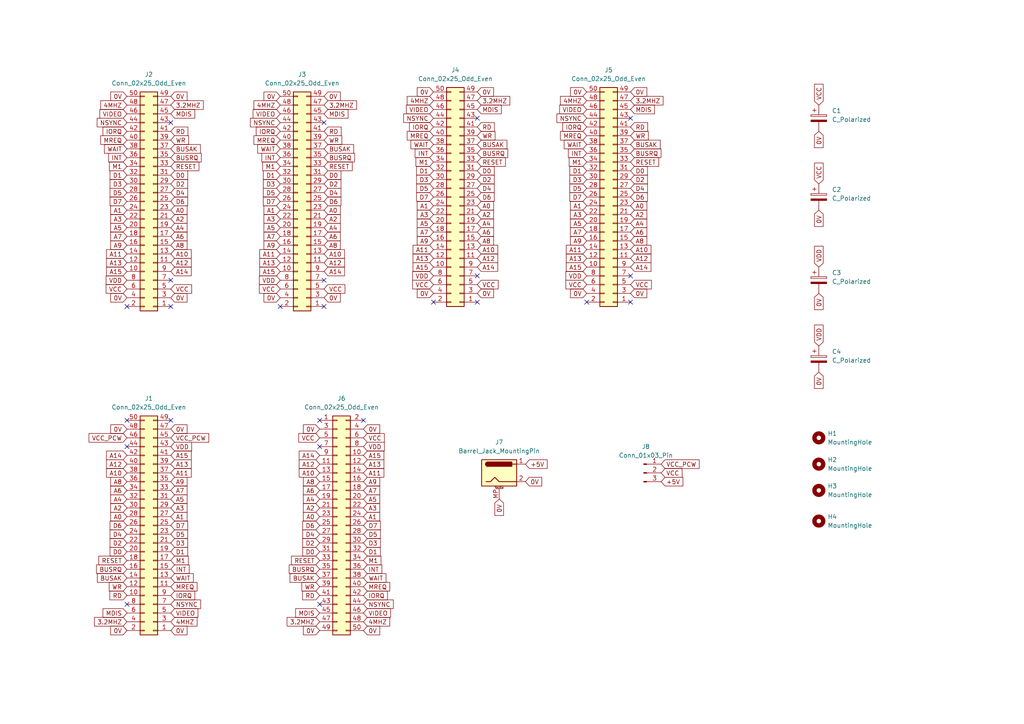
<source format=kicad_sch>
(kicad_sch
	(version 20250114)
	(generator "eeschema")
	(generator_version "9.0")
	(uuid "826c1036-6638-4323-85a4-f7fa7701b906")
	(paper "A4")
	(title_block
		(title "PCW Backplane")
		(date "2025-11-17")
		(rev "v1.1")
		(company "https://github.com/SanPollo/PCWBackplane")
		(comment 3 "Licensed under CERN Open Hardware Licence Version 2: CERN-OHL-S")
		(comment 4 "©2025 Nick J. Date")
	)
	(lib_symbols
		(symbol "Connector:Barrel_Jack_MountingPin"
			(pin_names
				(hide yes)
			)
			(exclude_from_sim no)
			(in_bom yes)
			(on_board yes)
			(property "Reference" "J"
				(at 0 5.334 0)
				(effects
					(font
						(size 1.27 1.27)
					)
				)
			)
			(property "Value" "Barrel_Jack_MountingPin"
				(at 1.27 -6.35 0)
				(effects
					(font
						(size 1.27 1.27)
					)
					(justify left)
				)
			)
			(property "Footprint" ""
				(at 1.27 -1.016 0)
				(effects
					(font
						(size 1.27 1.27)
					)
					(hide yes)
				)
			)
			(property "Datasheet" "~"
				(at 1.27 -1.016 0)
				(effects
					(font
						(size 1.27 1.27)
					)
					(hide yes)
				)
			)
			(property "Description" "DC Barrel Jack with a mounting pin"
				(at 0 0 0)
				(effects
					(font
						(size 1.27 1.27)
					)
					(hide yes)
				)
			)
			(property "ki_keywords" "DC power barrel jack connector"
				(at 0 0 0)
				(effects
					(font
						(size 1.27 1.27)
					)
					(hide yes)
				)
			)
			(property "ki_fp_filters" "BarrelJack*"
				(at 0 0 0)
				(effects
					(font
						(size 1.27 1.27)
					)
					(hide yes)
				)
			)
			(symbol "Barrel_Jack_MountingPin_0_1"
				(rectangle
					(start -5.08 3.81)
					(end 5.08 -3.81)
					(stroke
						(width 0.254)
						(type default)
					)
					(fill
						(type background)
					)
				)
				(polyline
					(pts
						(xy -3.81 -2.54) (xy -2.54 -2.54) (xy -1.27 -1.27) (xy 0 -2.54) (xy 2.54 -2.54) (xy 5.08 -2.54)
					)
					(stroke
						(width 0.254)
						(type default)
					)
					(fill
						(type none)
					)
				)
				(arc
					(start -3.302 1.905)
					(mid -3.9343 2.54)
					(end -3.302 3.175)
					(stroke
						(width 0.254)
						(type default)
					)
					(fill
						(type none)
					)
				)
				(arc
					(start -3.302 1.905)
					(mid -3.9343 2.54)
					(end -3.302 3.175)
					(stroke
						(width 0.254)
						(type default)
					)
					(fill
						(type outline)
					)
				)
				(rectangle
					(start 3.683 3.175)
					(end -3.302 1.905)
					(stroke
						(width 0.254)
						(type default)
					)
					(fill
						(type outline)
					)
				)
				(polyline
					(pts
						(xy 5.08 2.54) (xy 3.81 2.54)
					)
					(stroke
						(width 0.254)
						(type default)
					)
					(fill
						(type none)
					)
				)
			)
			(symbol "Barrel_Jack_MountingPin_1_1"
				(polyline
					(pts
						(xy -1.016 -4.572) (xy 1.016 -4.572)
					)
					(stroke
						(width 0.1524)
						(type default)
					)
					(fill
						(type none)
					)
				)
				(text "Mounting"
					(at 0 -4.191 0)
					(effects
						(font
							(size 0.381 0.381)
						)
					)
				)
				(pin passive line
					(at 0 -7.62 90)
					(length 3.048)
					(name "MountPin"
						(effects
							(font
								(size 1.27 1.27)
							)
						)
					)
					(number "MP"
						(effects
							(font
								(size 1.27 1.27)
							)
						)
					)
				)
				(pin passive line
					(at 7.62 2.54 180)
					(length 2.54)
					(name "~"
						(effects
							(font
								(size 1.27 1.27)
							)
						)
					)
					(number "1"
						(effects
							(font
								(size 1.27 1.27)
							)
						)
					)
				)
				(pin passive line
					(at 7.62 -2.54 180)
					(length 2.54)
					(name "~"
						(effects
							(font
								(size 1.27 1.27)
							)
						)
					)
					(number "2"
						(effects
							(font
								(size 1.27 1.27)
							)
						)
					)
				)
			)
			(embedded_fonts no)
		)
		(symbol "Connector:Conn_01x03_Pin"
			(pin_names
				(offset 1.016)
				(hide yes)
			)
			(exclude_from_sim no)
			(in_bom yes)
			(on_board yes)
			(property "Reference" "J"
				(at 0 5.08 0)
				(effects
					(font
						(size 1.27 1.27)
					)
				)
			)
			(property "Value" "Conn_01x03_Pin"
				(at 0 -5.08 0)
				(effects
					(font
						(size 1.27 1.27)
					)
				)
			)
			(property "Footprint" ""
				(at 0 0 0)
				(effects
					(font
						(size 1.27 1.27)
					)
					(hide yes)
				)
			)
			(property "Datasheet" "~"
				(at 0 0 0)
				(effects
					(font
						(size 1.27 1.27)
					)
					(hide yes)
				)
			)
			(property "Description" "Generic connector, single row, 01x03, script generated"
				(at 0 0 0)
				(effects
					(font
						(size 1.27 1.27)
					)
					(hide yes)
				)
			)
			(property "ki_locked" ""
				(at 0 0 0)
				(effects
					(font
						(size 1.27 1.27)
					)
				)
			)
			(property "ki_keywords" "connector"
				(at 0 0 0)
				(effects
					(font
						(size 1.27 1.27)
					)
					(hide yes)
				)
			)
			(property "ki_fp_filters" "Connector*:*_1x??_*"
				(at 0 0 0)
				(effects
					(font
						(size 1.27 1.27)
					)
					(hide yes)
				)
			)
			(symbol "Conn_01x03_Pin_1_1"
				(rectangle
					(start 0.8636 2.667)
					(end 0 2.413)
					(stroke
						(width 0.1524)
						(type default)
					)
					(fill
						(type outline)
					)
				)
				(rectangle
					(start 0.8636 0.127)
					(end 0 -0.127)
					(stroke
						(width 0.1524)
						(type default)
					)
					(fill
						(type outline)
					)
				)
				(rectangle
					(start 0.8636 -2.413)
					(end 0 -2.667)
					(stroke
						(width 0.1524)
						(type default)
					)
					(fill
						(type outline)
					)
				)
				(polyline
					(pts
						(xy 1.27 2.54) (xy 0.8636 2.54)
					)
					(stroke
						(width 0.1524)
						(type default)
					)
					(fill
						(type none)
					)
				)
				(polyline
					(pts
						(xy 1.27 0) (xy 0.8636 0)
					)
					(stroke
						(width 0.1524)
						(type default)
					)
					(fill
						(type none)
					)
				)
				(polyline
					(pts
						(xy 1.27 -2.54) (xy 0.8636 -2.54)
					)
					(stroke
						(width 0.1524)
						(type default)
					)
					(fill
						(type none)
					)
				)
				(pin passive line
					(at 5.08 2.54 180)
					(length 3.81)
					(name "Pin_1"
						(effects
							(font
								(size 1.27 1.27)
							)
						)
					)
					(number "1"
						(effects
							(font
								(size 1.27 1.27)
							)
						)
					)
				)
				(pin passive line
					(at 5.08 0 180)
					(length 3.81)
					(name "Pin_2"
						(effects
							(font
								(size 1.27 1.27)
							)
						)
					)
					(number "2"
						(effects
							(font
								(size 1.27 1.27)
							)
						)
					)
				)
				(pin passive line
					(at 5.08 -2.54 180)
					(length 3.81)
					(name "Pin_3"
						(effects
							(font
								(size 1.27 1.27)
							)
						)
					)
					(number "3"
						(effects
							(font
								(size 1.27 1.27)
							)
						)
					)
				)
			)
			(embedded_fonts no)
		)
		(symbol "Connector_Generic:Conn_02x25_Odd_Even"
			(pin_names
				(offset 1.016)
				(hide yes)
			)
			(exclude_from_sim no)
			(in_bom yes)
			(on_board yes)
			(property "Reference" "J"
				(at 1.27 33.02 0)
				(effects
					(font
						(size 1.27 1.27)
					)
				)
			)
			(property "Value" "Conn_02x25_Odd_Even"
				(at 1.27 -33.02 0)
				(effects
					(font
						(size 1.27 1.27)
					)
				)
			)
			(property "Footprint" ""
				(at 0 0 0)
				(effects
					(font
						(size 1.27 1.27)
					)
					(hide yes)
				)
			)
			(property "Datasheet" "~"
				(at 0 0 0)
				(effects
					(font
						(size 1.27 1.27)
					)
					(hide yes)
				)
			)
			(property "Description" "Generic connector, double row, 02x25, odd/even pin numbering scheme (row 1 odd numbers, row 2 even numbers), script generated (kicad-library-utils/schlib/autogen/connector/)"
				(at 0 0 0)
				(effects
					(font
						(size 1.27 1.27)
					)
					(hide yes)
				)
			)
			(property "ki_keywords" "connector"
				(at 0 0 0)
				(effects
					(font
						(size 1.27 1.27)
					)
					(hide yes)
				)
			)
			(property "ki_fp_filters" "Connector*:*_2x??_*"
				(at 0 0 0)
				(effects
					(font
						(size 1.27 1.27)
					)
					(hide yes)
				)
			)
			(symbol "Conn_02x25_Odd_Even_1_1"
				(rectangle
					(start -1.27 31.75)
					(end 3.81 -31.75)
					(stroke
						(width 0.254)
						(type default)
					)
					(fill
						(type background)
					)
				)
				(rectangle
					(start -1.27 30.607)
					(end 0 30.353)
					(stroke
						(width 0.1524)
						(type default)
					)
					(fill
						(type none)
					)
				)
				(rectangle
					(start -1.27 28.067)
					(end 0 27.813)
					(stroke
						(width 0.1524)
						(type default)
					)
					(fill
						(type none)
					)
				)
				(rectangle
					(start -1.27 25.527)
					(end 0 25.273)
					(stroke
						(width 0.1524)
						(type default)
					)
					(fill
						(type none)
					)
				)
				(rectangle
					(start -1.27 22.987)
					(end 0 22.733)
					(stroke
						(width 0.1524)
						(type default)
					)
					(fill
						(type none)
					)
				)
				(rectangle
					(start -1.27 20.447)
					(end 0 20.193)
					(stroke
						(width 0.1524)
						(type default)
					)
					(fill
						(type none)
					)
				)
				(rectangle
					(start -1.27 17.907)
					(end 0 17.653)
					(stroke
						(width 0.1524)
						(type default)
					)
					(fill
						(type none)
					)
				)
				(rectangle
					(start -1.27 15.367)
					(end 0 15.113)
					(stroke
						(width 0.1524)
						(type default)
					)
					(fill
						(type none)
					)
				)
				(rectangle
					(start -1.27 12.827)
					(end 0 12.573)
					(stroke
						(width 0.1524)
						(type default)
					)
					(fill
						(type none)
					)
				)
				(rectangle
					(start -1.27 10.287)
					(end 0 10.033)
					(stroke
						(width 0.1524)
						(type default)
					)
					(fill
						(type none)
					)
				)
				(rectangle
					(start -1.27 7.747)
					(end 0 7.493)
					(stroke
						(width 0.1524)
						(type default)
					)
					(fill
						(type none)
					)
				)
				(rectangle
					(start -1.27 5.207)
					(end 0 4.953)
					(stroke
						(width 0.1524)
						(type default)
					)
					(fill
						(type none)
					)
				)
				(rectangle
					(start -1.27 2.667)
					(end 0 2.413)
					(stroke
						(width 0.1524)
						(type default)
					)
					(fill
						(type none)
					)
				)
				(rectangle
					(start -1.27 0.127)
					(end 0 -0.127)
					(stroke
						(width 0.1524)
						(type default)
					)
					(fill
						(type none)
					)
				)
				(rectangle
					(start -1.27 -2.413)
					(end 0 -2.667)
					(stroke
						(width 0.1524)
						(type default)
					)
					(fill
						(type none)
					)
				)
				(rectangle
					(start -1.27 -4.953)
					(end 0 -5.207)
					(stroke
						(width 0.1524)
						(type default)
					)
					(fill
						(type none)
					)
				)
				(rectangle
					(start -1.27 -7.493)
					(end 0 -7.747)
					(stroke
						(width 0.1524)
						(type default)
					)
					(fill
						(type none)
					)
				)
				(rectangle
					(start -1.27 -10.033)
					(end 0 -10.287)
					(stroke
						(width 0.1524)
						(type default)
					)
					(fill
						(type none)
					)
				)
				(rectangle
					(start -1.27 -12.573)
					(end 0 -12.827)
					(stroke
						(width 0.1524)
						(type default)
					)
					(fill
						(type none)
					)
				)
				(rectangle
					(start -1.27 -15.113)
					(end 0 -15.367)
					(stroke
						(width 0.1524)
						(type default)
					)
					(fill
						(type none)
					)
				)
				(rectangle
					(start -1.27 -17.653)
					(end 0 -17.907)
					(stroke
						(width 0.1524)
						(type default)
					)
					(fill
						(type none)
					)
				)
				(rectangle
					(start -1.27 -20.193)
					(end 0 -20.447)
					(stroke
						(width 0.1524)
						(type default)
					)
					(fill
						(type none)
					)
				)
				(rectangle
					(start -1.27 -22.733)
					(end 0 -22.987)
					(stroke
						(width 0.1524)
						(type default)
					)
					(fill
						(type none)
					)
				)
				(rectangle
					(start -1.27 -25.273)
					(end 0 -25.527)
					(stroke
						(width 0.1524)
						(type default)
					)
					(fill
						(type none)
					)
				)
				(rectangle
					(start -1.27 -27.813)
					(end 0 -28.067)
					(stroke
						(width 0.1524)
						(type default)
					)
					(fill
						(type none)
					)
				)
				(rectangle
					(start -1.27 -30.353)
					(end 0 -30.607)
					(stroke
						(width 0.1524)
						(type default)
					)
					(fill
						(type none)
					)
				)
				(rectangle
					(start 3.81 30.607)
					(end 2.54 30.353)
					(stroke
						(width 0.1524)
						(type default)
					)
					(fill
						(type none)
					)
				)
				(rectangle
					(start 3.81 28.067)
					(end 2.54 27.813)
					(stroke
						(width 0.1524)
						(type default)
					)
					(fill
						(type none)
					)
				)
				(rectangle
					(start 3.81 25.527)
					(end 2.54 25.273)
					(stroke
						(width 0.1524)
						(type default)
					)
					(fill
						(type none)
					)
				)
				(rectangle
					(start 3.81 22.987)
					(end 2.54 22.733)
					(stroke
						(width 0.1524)
						(type default)
					)
					(fill
						(type none)
					)
				)
				(rectangle
					(start 3.81 20.447)
					(end 2.54 20.193)
					(stroke
						(width 0.1524)
						(type default)
					)
					(fill
						(type none)
					)
				)
				(rectangle
					(start 3.81 17.907)
					(end 2.54 17.653)
					(stroke
						(width 0.1524)
						(type default)
					)
					(fill
						(type none)
					)
				)
				(rectangle
					(start 3.81 15.367)
					(end 2.54 15.113)
					(stroke
						(width 0.1524)
						(type default)
					)
					(fill
						(type none)
					)
				)
				(rectangle
					(start 3.81 12.827)
					(end 2.54 12.573)
					(stroke
						(width 0.1524)
						(type default)
					)
					(fill
						(type none)
					)
				)
				(rectangle
					(start 3.81 10.287)
					(end 2.54 10.033)
					(stroke
						(width 0.1524)
						(type default)
					)
					(fill
						(type none)
					)
				)
				(rectangle
					(start 3.81 7.747)
					(end 2.54 7.493)
					(stroke
						(width 0.1524)
						(type default)
					)
					(fill
						(type none)
					)
				)
				(rectangle
					(start 3.81 5.207)
					(end 2.54 4.953)
					(stroke
						(width 0.1524)
						(type default)
					)
					(fill
						(type none)
					)
				)
				(rectangle
					(start 3.81 2.667)
					(end 2.54 2.413)
					(stroke
						(width 0.1524)
						(type default)
					)
					(fill
						(type none)
					)
				)
				(rectangle
					(start 3.81 0.127)
					(end 2.54 -0.127)
					(stroke
						(width 0.1524)
						(type default)
					)
					(fill
						(type none)
					)
				)
				(rectangle
					(start 3.81 -2.413)
					(end 2.54 -2.667)
					(stroke
						(width 0.1524)
						(type default)
					)
					(fill
						(type none)
					)
				)
				(rectangle
					(start 3.81 -4.953)
					(end 2.54 -5.207)
					(stroke
						(width 0.1524)
						(type default)
					)
					(fill
						(type none)
					)
				)
				(rectangle
					(start 3.81 -7.493)
					(end 2.54 -7.747)
					(stroke
						(width 0.1524)
						(type default)
					)
					(fill
						(type none)
					)
				)
				(rectangle
					(start 3.81 -10.033)
					(end 2.54 -10.287)
					(stroke
						(width 0.1524)
						(type default)
					)
					(fill
						(type none)
					)
				)
				(rectangle
					(start 3.81 -12.573)
					(end 2.54 -12.827)
					(stroke
						(width 0.1524)
						(type default)
					)
					(fill
						(type none)
					)
				)
				(rectangle
					(start 3.81 -15.113)
					(end 2.54 -15.367)
					(stroke
						(width 0.1524)
						(type default)
					)
					(fill
						(type none)
					)
				)
				(rectangle
					(start 3.81 -17.653)
					(end 2.54 -17.907)
					(stroke
						(width 0.1524)
						(type default)
					)
					(fill
						(type none)
					)
				)
				(rectangle
					(start 3.81 -20.193)
					(end 2.54 -20.447)
					(stroke
						(width 0.1524)
						(type default)
					)
					(fill
						(type none)
					)
				)
				(rectangle
					(start 3.81 -22.733)
					(end 2.54 -22.987)
					(stroke
						(width 0.1524)
						(type default)
					)
					(fill
						(type none)
					)
				)
				(rectangle
					(start 3.81 -25.273)
					(end 2.54 -25.527)
					(stroke
						(width 0.1524)
						(type default)
					)
					(fill
						(type none)
					)
				)
				(rectangle
					(start 3.81 -27.813)
					(end 2.54 -28.067)
					(stroke
						(width 0.1524)
						(type default)
					)
					(fill
						(type none)
					)
				)
				(rectangle
					(start 3.81 -30.353)
					(end 2.54 -30.607)
					(stroke
						(width 0.1524)
						(type default)
					)
					(fill
						(type none)
					)
				)
				(pin passive line
					(at -5.08 30.48 0)
					(length 3.81)
					(name "Pin_1"
						(effects
							(font
								(size 1.27 1.27)
							)
						)
					)
					(number "1"
						(effects
							(font
								(size 1.27 1.27)
							)
						)
					)
				)
				(pin passive line
					(at -5.08 27.94 0)
					(length 3.81)
					(name "Pin_3"
						(effects
							(font
								(size 1.27 1.27)
							)
						)
					)
					(number "3"
						(effects
							(font
								(size 1.27 1.27)
							)
						)
					)
				)
				(pin passive line
					(at -5.08 25.4 0)
					(length 3.81)
					(name "Pin_5"
						(effects
							(font
								(size 1.27 1.27)
							)
						)
					)
					(number "5"
						(effects
							(font
								(size 1.27 1.27)
							)
						)
					)
				)
				(pin passive line
					(at -5.08 22.86 0)
					(length 3.81)
					(name "Pin_7"
						(effects
							(font
								(size 1.27 1.27)
							)
						)
					)
					(number "7"
						(effects
							(font
								(size 1.27 1.27)
							)
						)
					)
				)
				(pin passive line
					(at -5.08 20.32 0)
					(length 3.81)
					(name "Pin_9"
						(effects
							(font
								(size 1.27 1.27)
							)
						)
					)
					(number "9"
						(effects
							(font
								(size 1.27 1.27)
							)
						)
					)
				)
				(pin passive line
					(at -5.08 17.78 0)
					(length 3.81)
					(name "Pin_11"
						(effects
							(font
								(size 1.27 1.27)
							)
						)
					)
					(number "11"
						(effects
							(font
								(size 1.27 1.27)
							)
						)
					)
				)
				(pin passive line
					(at -5.08 15.24 0)
					(length 3.81)
					(name "Pin_13"
						(effects
							(font
								(size 1.27 1.27)
							)
						)
					)
					(number "13"
						(effects
							(font
								(size 1.27 1.27)
							)
						)
					)
				)
				(pin passive line
					(at -5.08 12.7 0)
					(length 3.81)
					(name "Pin_15"
						(effects
							(font
								(size 1.27 1.27)
							)
						)
					)
					(number "15"
						(effects
							(font
								(size 1.27 1.27)
							)
						)
					)
				)
				(pin passive line
					(at -5.08 10.16 0)
					(length 3.81)
					(name "Pin_17"
						(effects
							(font
								(size 1.27 1.27)
							)
						)
					)
					(number "17"
						(effects
							(font
								(size 1.27 1.27)
							)
						)
					)
				)
				(pin passive line
					(at -5.08 7.62 0)
					(length 3.81)
					(name "Pin_19"
						(effects
							(font
								(size 1.27 1.27)
							)
						)
					)
					(number "19"
						(effects
							(font
								(size 1.27 1.27)
							)
						)
					)
				)
				(pin passive line
					(at -5.08 5.08 0)
					(length 3.81)
					(name "Pin_21"
						(effects
							(font
								(size 1.27 1.27)
							)
						)
					)
					(number "21"
						(effects
							(font
								(size 1.27 1.27)
							)
						)
					)
				)
				(pin passive line
					(at -5.08 2.54 0)
					(length 3.81)
					(name "Pin_23"
						(effects
							(font
								(size 1.27 1.27)
							)
						)
					)
					(number "23"
						(effects
							(font
								(size 1.27 1.27)
							)
						)
					)
				)
				(pin passive line
					(at -5.08 0 0)
					(length 3.81)
					(name "Pin_25"
						(effects
							(font
								(size 1.27 1.27)
							)
						)
					)
					(number "25"
						(effects
							(font
								(size 1.27 1.27)
							)
						)
					)
				)
				(pin passive line
					(at -5.08 -2.54 0)
					(length 3.81)
					(name "Pin_27"
						(effects
							(font
								(size 1.27 1.27)
							)
						)
					)
					(number "27"
						(effects
							(font
								(size 1.27 1.27)
							)
						)
					)
				)
				(pin passive line
					(at -5.08 -5.08 0)
					(length 3.81)
					(name "Pin_29"
						(effects
							(font
								(size 1.27 1.27)
							)
						)
					)
					(number "29"
						(effects
							(font
								(size 1.27 1.27)
							)
						)
					)
				)
				(pin passive line
					(at -5.08 -7.62 0)
					(length 3.81)
					(name "Pin_31"
						(effects
							(font
								(size 1.27 1.27)
							)
						)
					)
					(number "31"
						(effects
							(font
								(size 1.27 1.27)
							)
						)
					)
				)
				(pin passive line
					(at -5.08 -10.16 0)
					(length 3.81)
					(name "Pin_33"
						(effects
							(font
								(size 1.27 1.27)
							)
						)
					)
					(number "33"
						(effects
							(font
								(size 1.27 1.27)
							)
						)
					)
				)
				(pin passive line
					(at -5.08 -12.7 0)
					(length 3.81)
					(name "Pin_35"
						(effects
							(font
								(size 1.27 1.27)
							)
						)
					)
					(number "35"
						(effects
							(font
								(size 1.27 1.27)
							)
						)
					)
				)
				(pin passive line
					(at -5.08 -15.24 0)
					(length 3.81)
					(name "Pin_37"
						(effects
							(font
								(size 1.27 1.27)
							)
						)
					)
					(number "37"
						(effects
							(font
								(size 1.27 1.27)
							)
						)
					)
				)
				(pin passive line
					(at -5.08 -17.78 0)
					(length 3.81)
					(name "Pin_39"
						(effects
							(font
								(size 1.27 1.27)
							)
						)
					)
					(number "39"
						(effects
							(font
								(size 1.27 1.27)
							)
						)
					)
				)
				(pin passive line
					(at -5.08 -20.32 0)
					(length 3.81)
					(name "Pin_41"
						(effects
							(font
								(size 1.27 1.27)
							)
						)
					)
					(number "41"
						(effects
							(font
								(size 1.27 1.27)
							)
						)
					)
				)
				(pin passive line
					(at -5.08 -22.86 0)
					(length 3.81)
					(name "Pin_43"
						(effects
							(font
								(size 1.27 1.27)
							)
						)
					)
					(number "43"
						(effects
							(font
								(size 1.27 1.27)
							)
						)
					)
				)
				(pin passive line
					(at -5.08 -25.4 0)
					(length 3.81)
					(name "Pin_45"
						(effects
							(font
								(size 1.27 1.27)
							)
						)
					)
					(number "45"
						(effects
							(font
								(size 1.27 1.27)
							)
						)
					)
				)
				(pin passive line
					(at -5.08 -27.94 0)
					(length 3.81)
					(name "Pin_47"
						(effects
							(font
								(size 1.27 1.27)
							)
						)
					)
					(number "47"
						(effects
							(font
								(size 1.27 1.27)
							)
						)
					)
				)
				(pin passive line
					(at -5.08 -30.48 0)
					(length 3.81)
					(name "Pin_49"
						(effects
							(font
								(size 1.27 1.27)
							)
						)
					)
					(number "49"
						(effects
							(font
								(size 1.27 1.27)
							)
						)
					)
				)
				(pin passive line
					(at 7.62 30.48 180)
					(length 3.81)
					(name "Pin_2"
						(effects
							(font
								(size 1.27 1.27)
							)
						)
					)
					(number "2"
						(effects
							(font
								(size 1.27 1.27)
							)
						)
					)
				)
				(pin passive line
					(at 7.62 27.94 180)
					(length 3.81)
					(name "Pin_4"
						(effects
							(font
								(size 1.27 1.27)
							)
						)
					)
					(number "4"
						(effects
							(font
								(size 1.27 1.27)
							)
						)
					)
				)
				(pin passive line
					(at 7.62 25.4 180)
					(length 3.81)
					(name "Pin_6"
						(effects
							(font
								(size 1.27 1.27)
							)
						)
					)
					(number "6"
						(effects
							(font
								(size 1.27 1.27)
							)
						)
					)
				)
				(pin passive line
					(at 7.62 22.86 180)
					(length 3.81)
					(name "Pin_8"
						(effects
							(font
								(size 1.27 1.27)
							)
						)
					)
					(number "8"
						(effects
							(font
								(size 1.27 1.27)
							)
						)
					)
				)
				(pin passive line
					(at 7.62 20.32 180)
					(length 3.81)
					(name "Pin_10"
						(effects
							(font
								(size 1.27 1.27)
							)
						)
					)
					(number "10"
						(effects
							(font
								(size 1.27 1.27)
							)
						)
					)
				)
				(pin passive line
					(at 7.62 17.78 180)
					(length 3.81)
					(name "Pin_12"
						(effects
							(font
								(size 1.27 1.27)
							)
						)
					)
					(number "12"
						(effects
							(font
								(size 1.27 1.27)
							)
						)
					)
				)
				(pin passive line
					(at 7.62 15.24 180)
					(length 3.81)
					(name "Pin_14"
						(effects
							(font
								(size 1.27 1.27)
							)
						)
					)
					(number "14"
						(effects
							(font
								(size 1.27 1.27)
							)
						)
					)
				)
				(pin passive line
					(at 7.62 12.7 180)
					(length 3.81)
					(name "Pin_16"
						(effects
							(font
								(size 1.27 1.27)
							)
						)
					)
					(number "16"
						(effects
							(font
								(size 1.27 1.27)
							)
						)
					)
				)
				(pin passive line
					(at 7.62 10.16 180)
					(length 3.81)
					(name "Pin_18"
						(effects
							(font
								(size 1.27 1.27)
							)
						)
					)
					(number "18"
						(effects
							(font
								(size 1.27 1.27)
							)
						)
					)
				)
				(pin passive line
					(at 7.62 7.62 180)
					(length 3.81)
					(name "Pin_20"
						(effects
							(font
								(size 1.27 1.27)
							)
						)
					)
					(number "20"
						(effects
							(font
								(size 1.27 1.27)
							)
						)
					)
				)
				(pin passive line
					(at 7.62 5.08 180)
					(length 3.81)
					(name "Pin_22"
						(effects
							(font
								(size 1.27 1.27)
							)
						)
					)
					(number "22"
						(effects
							(font
								(size 1.27 1.27)
							)
						)
					)
				)
				(pin passive line
					(at 7.62 2.54 180)
					(length 3.81)
					(name "Pin_24"
						(effects
							(font
								(size 1.27 1.27)
							)
						)
					)
					(number "24"
						(effects
							(font
								(size 1.27 1.27)
							)
						)
					)
				)
				(pin passive line
					(at 7.62 0 180)
					(length 3.81)
					(name "Pin_26"
						(effects
							(font
								(size 1.27 1.27)
							)
						)
					)
					(number "26"
						(effects
							(font
								(size 1.27 1.27)
							)
						)
					)
				)
				(pin passive line
					(at 7.62 -2.54 180)
					(length 3.81)
					(name "Pin_28"
						(effects
							(font
								(size 1.27 1.27)
							)
						)
					)
					(number "28"
						(effects
							(font
								(size 1.27 1.27)
							)
						)
					)
				)
				(pin passive line
					(at 7.62 -5.08 180)
					(length 3.81)
					(name "Pin_30"
						(effects
							(font
								(size 1.27 1.27)
							)
						)
					)
					(number "30"
						(effects
							(font
								(size 1.27 1.27)
							)
						)
					)
				)
				(pin passive line
					(at 7.62 -7.62 180)
					(length 3.81)
					(name "Pin_32"
						(effects
							(font
								(size 1.27 1.27)
							)
						)
					)
					(number "32"
						(effects
							(font
								(size 1.27 1.27)
							)
						)
					)
				)
				(pin passive line
					(at 7.62 -10.16 180)
					(length 3.81)
					(name "Pin_34"
						(effects
							(font
								(size 1.27 1.27)
							)
						)
					)
					(number "34"
						(effects
							(font
								(size 1.27 1.27)
							)
						)
					)
				)
				(pin passive line
					(at 7.62 -12.7 180)
					(length 3.81)
					(name "Pin_36"
						(effects
							(font
								(size 1.27 1.27)
							)
						)
					)
					(number "36"
						(effects
							(font
								(size 1.27 1.27)
							)
						)
					)
				)
				(pin passive line
					(at 7.62 -15.24 180)
					(length 3.81)
					(name "Pin_38"
						(effects
							(font
								(size 1.27 1.27)
							)
						)
					)
					(number "38"
						(effects
							(font
								(size 1.27 1.27)
							)
						)
					)
				)
				(pin passive line
					(at 7.62 -17.78 180)
					(length 3.81)
					(name "Pin_40"
						(effects
							(font
								(size 1.27 1.27)
							)
						)
					)
					(number "40"
						(effects
							(font
								(size 1.27 1.27)
							)
						)
					)
				)
				(pin passive line
					(at 7.62 -20.32 180)
					(length 3.81)
					(name "Pin_42"
						(effects
							(font
								(size 1.27 1.27)
							)
						)
					)
					(number "42"
						(effects
							(font
								(size 1.27 1.27)
							)
						)
					)
				)
				(pin passive line
					(at 7.62 -22.86 180)
					(length 3.81)
					(name "Pin_44"
						(effects
							(font
								(size 1.27 1.27)
							)
						)
					)
					(number "44"
						(effects
							(font
								(size 1.27 1.27)
							)
						)
					)
				)
				(pin passive line
					(at 7.62 -25.4 180)
					(length 3.81)
					(name "Pin_46"
						(effects
							(font
								(size 1.27 1.27)
							)
						)
					)
					(number "46"
						(effects
							(font
								(size 1.27 1.27)
							)
						)
					)
				)
				(pin passive line
					(at 7.62 -27.94 180)
					(length 3.81)
					(name "Pin_48"
						(effects
							(font
								(size 1.27 1.27)
							)
						)
					)
					(number "48"
						(effects
							(font
								(size 1.27 1.27)
							)
						)
					)
				)
				(pin passive line
					(at 7.62 -30.48 180)
					(length 3.81)
					(name "Pin_50"
						(effects
							(font
								(size 1.27 1.27)
							)
						)
					)
					(number "50"
						(effects
							(font
								(size 1.27 1.27)
							)
						)
					)
				)
			)
			(embedded_fonts no)
		)
		(symbol "Device:C_Polarized"
			(pin_numbers
				(hide yes)
			)
			(pin_names
				(offset 0.254)
			)
			(exclude_from_sim no)
			(in_bom yes)
			(on_board yes)
			(property "Reference" "C"
				(at 0.635 2.54 0)
				(effects
					(font
						(size 1.27 1.27)
					)
					(justify left)
				)
			)
			(property "Value" "C_Polarized"
				(at 0.635 -2.54 0)
				(effects
					(font
						(size 1.27 1.27)
					)
					(justify left)
				)
			)
			(property "Footprint" ""
				(at 0.9652 -3.81 0)
				(effects
					(font
						(size 1.27 1.27)
					)
					(hide yes)
				)
			)
			(property "Datasheet" "~"
				(at 0 0 0)
				(effects
					(font
						(size 1.27 1.27)
					)
					(hide yes)
				)
			)
			(property "Description" "Polarized capacitor"
				(at 0 0 0)
				(effects
					(font
						(size 1.27 1.27)
					)
					(hide yes)
				)
			)
			(property "ki_keywords" "cap capacitor"
				(at 0 0 0)
				(effects
					(font
						(size 1.27 1.27)
					)
					(hide yes)
				)
			)
			(property "ki_fp_filters" "CP_*"
				(at 0 0 0)
				(effects
					(font
						(size 1.27 1.27)
					)
					(hide yes)
				)
			)
			(symbol "C_Polarized_0_1"
				(rectangle
					(start -2.286 0.508)
					(end 2.286 1.016)
					(stroke
						(width 0)
						(type default)
					)
					(fill
						(type none)
					)
				)
				(polyline
					(pts
						(xy -1.778 2.286) (xy -0.762 2.286)
					)
					(stroke
						(width 0)
						(type default)
					)
					(fill
						(type none)
					)
				)
				(polyline
					(pts
						(xy -1.27 2.794) (xy -1.27 1.778)
					)
					(stroke
						(width 0)
						(type default)
					)
					(fill
						(type none)
					)
				)
				(rectangle
					(start 2.286 -0.508)
					(end -2.286 -1.016)
					(stroke
						(width 0)
						(type default)
					)
					(fill
						(type outline)
					)
				)
			)
			(symbol "C_Polarized_1_1"
				(pin passive line
					(at 0 3.81 270)
					(length 2.794)
					(name "~"
						(effects
							(font
								(size 1.27 1.27)
							)
						)
					)
					(number "1"
						(effects
							(font
								(size 1.27 1.27)
							)
						)
					)
				)
				(pin passive line
					(at 0 -3.81 90)
					(length 2.794)
					(name "~"
						(effects
							(font
								(size 1.27 1.27)
							)
						)
					)
					(number "2"
						(effects
							(font
								(size 1.27 1.27)
							)
						)
					)
				)
			)
			(embedded_fonts no)
		)
		(symbol "Mechanical:MountingHole"
			(pin_names
				(offset 1.016)
			)
			(exclude_from_sim no)
			(in_bom no)
			(on_board yes)
			(property "Reference" "H"
				(at 0 5.08 0)
				(effects
					(font
						(size 1.27 1.27)
					)
				)
			)
			(property "Value" "MountingHole"
				(at 0 3.175 0)
				(effects
					(font
						(size 1.27 1.27)
					)
				)
			)
			(property "Footprint" ""
				(at 0 0 0)
				(effects
					(font
						(size 1.27 1.27)
					)
					(hide yes)
				)
			)
			(property "Datasheet" "~"
				(at 0 0 0)
				(effects
					(font
						(size 1.27 1.27)
					)
					(hide yes)
				)
			)
			(property "Description" "Mounting Hole without connection"
				(at 0 0 0)
				(effects
					(font
						(size 1.27 1.27)
					)
					(hide yes)
				)
			)
			(property "ki_keywords" "mounting hole"
				(at 0 0 0)
				(effects
					(font
						(size 1.27 1.27)
					)
					(hide yes)
				)
			)
			(property "ki_fp_filters" "MountingHole*"
				(at 0 0 0)
				(effects
					(font
						(size 1.27 1.27)
					)
					(hide yes)
				)
			)
			(symbol "MountingHole_0_1"
				(circle
					(center 0 0)
					(radius 1.27)
					(stroke
						(width 1.27)
						(type default)
					)
					(fill
						(type none)
					)
				)
			)
			(embedded_fonts no)
		)
	)
	(no_connect
		(at 49.53 121.92)
		(uuid "03e5277a-f847-4ec5-8011-ea4578b77fcd")
	)
	(no_connect
		(at 138.43 80.01)
		(uuid "0a489707-4a51-428e-87f1-41872d21fa6a")
	)
	(no_connect
		(at 49.53 81.28)
		(uuid "165d2d92-54d3-4c59-996a-14db0e799bf0")
	)
	(no_connect
		(at 138.43 87.63)
		(uuid "1b586fce-f7f1-4dcb-a94d-55fe3c0539fc")
	)
	(no_connect
		(at 93.98 88.9)
		(uuid "1b90cc2b-e1d1-44be-ae35-d9f0a97cc398")
	)
	(no_connect
		(at 182.88 87.63)
		(uuid "228cdf20-fa43-492a-babb-d96b754d4406")
	)
	(no_connect
		(at 36.83 88.9)
		(uuid "373a7583-6f96-4865-87e7-14e9a88ade60")
	)
	(no_connect
		(at 92.71 175.26)
		(uuid "49bdf490-7ea8-466b-ad2b-d2bd04614152")
	)
	(no_connect
		(at 138.43 34.29)
		(uuid "68fad2b2-1de7-4cee-a4cc-abcbc1761169")
	)
	(no_connect
		(at 36.83 121.92)
		(uuid "78dd8dc8-c2b9-4928-8b8e-b90433663b5e")
	)
	(no_connect
		(at 93.98 35.56)
		(uuid "7a75ed3b-423a-40f3-8e55-98f0d14741b6")
	)
	(no_connect
		(at 170.18 87.63)
		(uuid "83df8fbf-a12b-4654-90ff-db3318e968e8")
	)
	(no_connect
		(at 105.41 121.92)
		(uuid "8a5365e7-fe9b-4f21-b0cf-5b87104674be")
	)
	(no_connect
		(at 92.71 121.92)
		(uuid "8ac53d9a-157c-4e49-a827-024a4f4a6bc2")
	)
	(no_connect
		(at 49.53 88.9)
		(uuid "b0043b95-07f2-4af0-a9e3-9d2e1f4e0317")
	)
	(no_connect
		(at 49.53 35.56)
		(uuid "b05caca8-e27d-471e-b24d-83206a89f1ba")
	)
	(no_connect
		(at 81.28 88.9)
		(uuid "c11621b8-981f-4247-a2d2-2bb0bd98d259")
	)
	(no_connect
		(at 92.71 129.54)
		(uuid "c393e96f-52b2-4d51-a017-d409f0e18075")
	)
	(no_connect
		(at 182.88 80.01)
		(uuid "d5d5c3d1-0579-4e53-8fe8-20f395470a81")
	)
	(no_connect
		(at 36.83 175.26)
		(uuid "d6b2029b-8090-44a1-8185-b2e50ba499b5")
	)
	(no_connect
		(at 93.98 81.28)
		(uuid "d86c2c1f-d3e0-4bb3-9de3-7284ad2c811c")
	)
	(no_connect
		(at 125.73 87.63)
		(uuid "df673fdf-7caf-4832-8b33-8cbb7f59b94b")
	)
	(no_connect
		(at 182.88 34.29)
		(uuid "e5185a91-63d8-4a70-a1e0-6c8fba1542d8")
	)
	(no_connect
		(at 36.83 129.54)
		(uuid "ed8619c9-20d3-49b1-ad44-be115a2138bf")
	)
	(global_label "A9"
		(shape input)
		(at 170.18 69.85 180)
		(fields_autoplaced yes)
		(effects
			(font
				(size 1.27 1.27)
			)
			(justify right)
		)
		(uuid "01c54da5-a751-4872-96d0-5af7e9cd2eff")
		(property "Intersheetrefs" "${INTERSHEET_REFS}"
			(at 164.8967 69.85 0)
			(effects
				(font
					(size 1.27 1.27)
				)
				(justify right)
				(hide yes)
			)
		)
	)
	(global_label "+5V"
		(shape input)
		(at 191.77 139.7 0)
		(fields_autoplaced yes)
		(effects
			(font
				(size 1.27 1.27)
			)
			(justify left)
		)
		(uuid "01fb8e45-cc3a-4464-936d-2b33fd2e0fd1")
		(property "Intersheetrefs" "${INTERSHEET_REFS}"
			(at 198.6257 139.7 0)
			(effects
				(font
					(size 1.27 1.27)
				)
				(justify left)
				(hide yes)
			)
		)
	)
	(global_label "4MHZ"
		(shape input)
		(at 170.18 29.21 180)
		(fields_autoplaced yes)
		(effects
			(font
				(size 1.27 1.27)
			)
			(justify right)
		)
		(uuid "02f1d0ed-48da-4356-82bf-3c912ecb441d")
		(property "Intersheetrefs" "${INTERSHEET_REFS}"
			(at 161.9939 29.21 0)
			(effects
				(font
					(size 1.27 1.27)
				)
				(justify right)
				(hide yes)
			)
		)
	)
	(global_label "VCC"
		(shape input)
		(at 81.28 83.82 180)
		(fields_autoplaced yes)
		(effects
			(font
				(size 1.27 1.27)
			)
			(justify right)
		)
		(uuid "03665705-cbfd-4b16-9ff4-30b8db8bbf60")
		(property "Intersheetrefs" "${INTERSHEET_REFS}"
			(at 74.6662 83.82 0)
			(effects
				(font
					(size 1.27 1.27)
				)
				(justify right)
				(hide yes)
			)
		)
	)
	(global_label "VIDEO"
		(shape input)
		(at 49.53 177.8 0)
		(fields_autoplaced yes)
		(effects
			(font
				(size 1.27 1.27)
			)
			(justify left)
		)
		(uuid "0517b3e5-f80c-49e7-890d-b845e93c26f4")
		(property "Intersheetrefs" "${INTERSHEET_REFS}"
			(at 57.9581 177.8 0)
			(effects
				(font
					(size 1.27 1.27)
				)
				(justify left)
				(hide yes)
			)
		)
	)
	(global_label "4MHZ"
		(shape input)
		(at 125.73 29.21 180)
		(fields_autoplaced yes)
		(effects
			(font
				(size 1.27 1.27)
			)
			(justify right)
		)
		(uuid "05fb124d-5120-4a93-9c9f-9d3c2bfc8c2f")
		(property "Intersheetrefs" "${INTERSHEET_REFS}"
			(at 117.5439 29.21 0)
			(effects
				(font
					(size 1.27 1.27)
				)
				(justify right)
				(hide yes)
			)
		)
	)
	(global_label "0V"
		(shape input)
		(at 36.83 27.94 180)
		(fields_autoplaced yes)
		(effects
			(font
				(size 1.27 1.27)
			)
			(justify right)
		)
		(uuid "0634d7d1-ef54-4c40-bdf0-832e41918c1b")
		(property "Intersheetrefs" "${INTERSHEET_REFS}"
			(at 31.5467 27.94 0)
			(effects
				(font
					(size 1.27 1.27)
				)
				(justify right)
				(hide yes)
			)
		)
	)
	(global_label "BUSRQ"
		(shape input)
		(at 36.83 165.1 180)
		(fields_autoplaced yes)
		(effects
			(font
				(size 1.27 1.27)
			)
			(justify right)
		)
		(uuid "093a2d15-4ae3-4756-bd62-04a16508a259")
		(property "Intersheetrefs" "${INTERSHEET_REFS}"
			(at 27.4343 165.1 0)
			(effects
				(font
					(size 1.27 1.27)
				)
				(justify right)
				(hide yes)
			)
		)
	)
	(global_label "0V"
		(shape input)
		(at 237.49 38.1 270)
		(fields_autoplaced yes)
		(effects
			(font
				(size 1.27 1.27)
			)
			(justify right)
		)
		(uuid "0a5a3e1f-689a-4939-bd22-602a827ab48c")
		(property "Intersheetrefs" "${INTERSHEET_REFS}"
			(at 237.49 43.3833 90)
			(effects
				(font
					(size 1.27 1.27)
				)
				(justify right)
				(hide yes)
			)
		)
	)
	(global_label "A4"
		(shape input)
		(at 92.71 144.78 180)
		(fields_autoplaced yes)
		(effects
			(font
				(size 1.27 1.27)
			)
			(justify right)
		)
		(uuid "0aa995c5-7106-4949-8207-127e574f80af")
		(property "Intersheetrefs" "${INTERSHEET_REFS}"
			(at 87.4267 144.78 0)
			(effects
				(font
					(size 1.27 1.27)
				)
				(justify right)
				(hide yes)
			)
		)
	)
	(global_label "A0"
		(shape input)
		(at 92.71 149.86 180)
		(fields_autoplaced yes)
		(effects
			(font
				(size 1.27 1.27)
			)
			(justify right)
		)
		(uuid "0ec2d122-b317-4fed-a298-03c22728194d")
		(property "Intersheetrefs" "${INTERSHEET_REFS}"
			(at 87.4267 149.86 0)
			(effects
				(font
					(size 1.27 1.27)
				)
				(justify right)
				(hide yes)
			)
		)
	)
	(global_label "D5"
		(shape input)
		(at 170.18 54.61 180)
		(fields_autoplaced yes)
		(effects
			(font
				(size 1.27 1.27)
			)
			(justify right)
		)
		(uuid "0ff7327e-48d9-4288-ab27-ef40acf8bd1f")
		(property "Intersheetrefs" "${INTERSHEET_REFS}"
			(at 164.7153 54.61 0)
			(effects
				(font
					(size 1.27 1.27)
				)
				(justify right)
				(hide yes)
			)
		)
	)
	(global_label "D5"
		(shape input)
		(at 81.28 55.88 180)
		(fields_autoplaced yes)
		(effects
			(font
				(size 1.27 1.27)
			)
			(justify right)
		)
		(uuid "1015bf0c-3b88-4bb4-92b6-255a7848fa5a")
		(property "Intersheetrefs" "${INTERSHEET_REFS}"
			(at 75.8153 55.88 0)
			(effects
				(font
					(size 1.27 1.27)
				)
				(justify right)
				(hide yes)
			)
		)
	)
	(global_label "MDIS"
		(shape input)
		(at 138.43 31.75 0)
		(fields_autoplaced yes)
		(effects
			(font
				(size 1.27 1.27)
			)
			(justify left)
		)
		(uuid "1083f5da-2b13-4748-98b0-0dce3f557ee4")
		(property "Intersheetrefs" "${INTERSHEET_REFS}"
			(at 145.9509 31.75 0)
			(effects
				(font
					(size 1.27 1.27)
				)
				(justify left)
				(hide yes)
			)
		)
	)
	(global_label "MDIS"
		(shape input)
		(at 93.98 33.02 0)
		(fields_autoplaced yes)
		(effects
			(font
				(size 1.27 1.27)
			)
			(justify left)
		)
		(uuid "1113ff02-6841-4836-a565-0351d39bc163")
		(property "Intersheetrefs" "${INTERSHEET_REFS}"
			(at 101.5009 33.02 0)
			(effects
				(font
					(size 1.27 1.27)
				)
				(justify left)
				(hide yes)
			)
		)
	)
	(global_label "D3"
		(shape input)
		(at 49.53 157.48 0)
		(fields_autoplaced yes)
		(effects
			(font
				(size 1.27 1.27)
			)
			(justify left)
		)
		(uuid "1299cd04-2230-4644-86a5-a0ea92fb8236")
		(property "Intersheetrefs" "${INTERSHEET_REFS}"
			(at 54.9947 157.48 0)
			(effects
				(font
					(size 1.27 1.27)
				)
				(justify left)
				(hide yes)
			)
		)
	)
	(global_label "M1"
		(shape input)
		(at 105.41 162.56 0)
		(fields_autoplaced yes)
		(effects
			(font
				(size 1.27 1.27)
			)
			(justify left)
		)
		(uuid "138088c3-ad95-4f8c-a047-4b5e8f33b6c5")
		(property "Intersheetrefs" "${INTERSHEET_REFS}"
			(at 111.0561 162.56 0)
			(effects
				(font
					(size 1.27 1.27)
				)
				(justify left)
				(hide yes)
			)
		)
	)
	(global_label "RD"
		(shape input)
		(at 36.83 172.72 180)
		(fields_autoplaced yes)
		(effects
			(font
				(size 1.27 1.27)
			)
			(justify right)
		)
		(uuid "158ab0a5-3a15-4378-88f5-1598ceb9168b")
		(property "Intersheetrefs" "${INTERSHEET_REFS}"
			(at 31.3048 172.72 0)
			(effects
				(font
					(size 1.27 1.27)
				)
				(justify right)
				(hide yes)
			)
		)
	)
	(global_label "A0"
		(shape input)
		(at 138.43 59.69 0)
		(fields_autoplaced yes)
		(effects
			(font
				(size 1.27 1.27)
			)
			(justify left)
		)
		(uuid "15a8786b-6080-4f3f-b19a-961629623aac")
		(property "Intersheetrefs" "${INTERSHEET_REFS}"
			(at 143.7133 59.69 0)
			(effects
				(font
					(size 1.27 1.27)
				)
				(justify left)
				(hide yes)
			)
		)
	)
	(global_label "0V"
		(shape input)
		(at 170.18 26.67 180)
		(fields_autoplaced yes)
		(effects
			(font
				(size 1.27 1.27)
			)
			(justify right)
		)
		(uuid "162920e5-b528-43f4-ba1f-61265011f7c6")
		(property "Intersheetrefs" "${INTERSHEET_REFS}"
			(at 164.8967 26.67 0)
			(effects
				(font
					(size 1.27 1.27)
				)
				(justify right)
				(hide yes)
			)
		)
	)
	(global_label "NSYNC"
		(shape input)
		(at 170.18 34.29 180)
		(fields_autoplaced yes)
		(effects
			(font
				(size 1.27 1.27)
			)
			(justify right)
		)
		(uuid "1737d84a-6482-4cd2-9740-7f4f8a9df8ee")
		(property "Intersheetrefs" "${INTERSHEET_REFS}"
			(at 160.9657 34.29 0)
			(effects
				(font
					(size 1.27 1.27)
				)
				(justify right)
				(hide yes)
			)
		)
	)
	(global_label "3.2MHZ"
		(shape input)
		(at 36.83 180.34 180)
		(fields_autoplaced yes)
		(effects
			(font
				(size 1.27 1.27)
			)
			(justify right)
		)
		(uuid "188a2196-fd55-4bc2-8c8f-ebac03bfd444")
		(property "Intersheetrefs" "${INTERSHEET_REFS}"
			(at 26.8296 180.34 0)
			(effects
				(font
					(size 1.27 1.27)
				)
				(justify right)
				(hide yes)
			)
		)
	)
	(global_label "VCC"
		(shape input)
		(at 237.49 30.48 90)
		(fields_autoplaced yes)
		(effects
			(font
				(size 1.27 1.27)
			)
			(justify left)
		)
		(uuid "19380a0a-a7d6-4209-beb6-2003c84dbacb")
		(property "Intersheetrefs" "${INTERSHEET_REFS}"
			(at 237.49 23.8662 90)
			(effects
				(font
					(size 1.27 1.27)
				)
				(justify left)
				(hide yes)
			)
		)
	)
	(global_label "0V"
		(shape input)
		(at 182.88 26.67 0)
		(fields_autoplaced yes)
		(effects
			(font
				(size 1.27 1.27)
			)
			(justify left)
		)
		(uuid "19b427f0-1d2f-4eee-9e01-4970f52b8cf5")
		(property "Intersheetrefs" "${INTERSHEET_REFS}"
			(at 188.1633 26.67 0)
			(effects
				(font
					(size 1.27 1.27)
				)
				(justify left)
				(hide yes)
			)
		)
	)
	(global_label "A3"
		(shape input)
		(at 170.18 62.23 180)
		(fields_autoplaced yes)
		(effects
			(font
				(size 1.27 1.27)
			)
			(justify right)
		)
		(uuid "19b4587f-e579-432a-88ff-00cc20ca7886")
		(property "Intersheetrefs" "${INTERSHEET_REFS}"
			(at 164.8967 62.23 0)
			(effects
				(font
					(size 1.27 1.27)
				)
				(justify right)
				(hide yes)
			)
		)
	)
	(global_label "INT"
		(shape input)
		(at 36.83 45.72 180)
		(fields_autoplaced yes)
		(effects
			(font
				(size 1.27 1.27)
			)
			(justify right)
		)
		(uuid "1b8aeb8b-09ba-4eff-a6d6-de3a6517ad4c")
		(property "Intersheetrefs" "${INTERSHEET_REFS}"
			(at 30.9419 45.72 0)
			(effects
				(font
					(size 1.27 1.27)
				)
				(justify right)
				(hide yes)
			)
		)
	)
	(global_label "0V"
		(shape input)
		(at 125.73 26.67 180)
		(fields_autoplaced yes)
		(effects
			(font
				(size 1.27 1.27)
			)
			(justify right)
		)
		(uuid "1c4addab-31c8-4049-9429-18030fd52a63")
		(property "Intersheetrefs" "${INTERSHEET_REFS}"
			(at 120.4467 26.67 0)
			(effects
				(font
					(size 1.27 1.27)
				)
				(justify right)
				(hide yes)
			)
		)
	)
	(global_label "A9"
		(shape input)
		(at 81.28 71.12 180)
		(fields_autoplaced yes)
		(effects
			(font
				(size 1.27 1.27)
			)
			(justify right)
		)
		(uuid "1c52c91a-6dab-46d2-baad-b96d78aaa1d5")
		(property "Intersheetrefs" "${INTERSHEET_REFS}"
			(at 75.9967 71.12 0)
			(effects
				(font
					(size 1.27 1.27)
				)
				(justify right)
				(hide yes)
			)
		)
	)
	(global_label "0V"
		(shape input)
		(at 93.98 86.36 0)
		(fields_autoplaced yes)
		(effects
			(font
				(size 1.27 1.27)
			)
			(justify left)
		)
		(uuid "1ce814f7-6267-418c-a16c-4cfe425cfa00")
		(property "Intersheetrefs" "${INTERSHEET_REFS}"
			(at 99.2633 86.36 0)
			(effects
				(font
					(size 1.27 1.27)
				)
				(justify left)
				(hide yes)
			)
		)
	)
	(global_label "A0"
		(shape input)
		(at 36.83 149.86 180)
		(fields_autoplaced yes)
		(effects
			(font
				(size 1.27 1.27)
			)
			(justify right)
		)
		(uuid "1d779ea5-38c3-4766-9206-543e28ff53db")
		(property "Intersheetrefs" "${INTERSHEET_REFS}"
			(at 31.5467 149.86 0)
			(effects
				(font
					(size 1.27 1.27)
				)
				(justify right)
				(hide yes)
			)
		)
	)
	(global_label "A4"
		(shape input)
		(at 36.83 144.78 180)
		(fields_autoplaced yes)
		(effects
			(font
				(size 1.27 1.27)
			)
			(justify right)
		)
		(uuid "1d9e4e8e-ee8a-436c-bad0-6f9998eb6985")
		(property "Intersheetrefs" "${INTERSHEET_REFS}"
			(at 31.5467 144.78 0)
			(effects
				(font
					(size 1.27 1.27)
				)
				(justify right)
				(hide yes)
			)
		)
	)
	(global_label "A2"
		(shape input)
		(at 138.43 62.23 0)
		(fields_autoplaced yes)
		(effects
			(font
				(size 1.27 1.27)
			)
			(justify left)
		)
		(uuid "1dd11cc4-8df3-4986-b8c7-b5486c85ff89")
		(property "Intersheetrefs" "${INTERSHEET_REFS}"
			(at 143.7133 62.23 0)
			(effects
				(font
					(size 1.27 1.27)
				)
				(justify left)
				(hide yes)
			)
		)
	)
	(global_label "RD"
		(shape input)
		(at 49.53 38.1 0)
		(fields_autoplaced yes)
		(effects
			(font
				(size 1.27 1.27)
			)
			(justify left)
		)
		(uuid "1e88d92d-d7ab-44e8-ad50-c8d113739c93")
		(property "Intersheetrefs" "${INTERSHEET_REFS}"
			(at 55.0552 38.1 0)
			(effects
				(font
					(size 1.27 1.27)
				)
				(justify left)
				(hide yes)
			)
		)
	)
	(global_label "VCC"
		(shape input)
		(at 182.88 82.55 0)
		(fields_autoplaced yes)
		(effects
			(font
				(size 1.27 1.27)
			)
			(justify left)
		)
		(uuid "206fa92f-82e7-44b6-82fb-851e993424f6")
		(property "Intersheetrefs" "${INTERSHEET_REFS}"
			(at 189.4938 82.55 0)
			(effects
				(font
					(size 1.27 1.27)
				)
				(justify left)
				(hide yes)
			)
		)
	)
	(global_label "A11"
		(shape input)
		(at 81.28 73.66 180)
		(fields_autoplaced yes)
		(effects
			(font
				(size 1.27 1.27)
			)
			(justify right)
		)
		(uuid "20d7b929-ee65-48eb-ad21-3a54b4b14f7d")
		(property "Intersheetrefs" "${INTERSHEET_REFS}"
			(at 74.7872 73.66 0)
			(effects
				(font
					(size 1.27 1.27)
				)
				(justify right)
				(hide yes)
			)
		)
	)
	(global_label "0V"
		(shape input)
		(at 49.53 182.88 0)
		(fields_autoplaced yes)
		(effects
			(font
				(size 1.27 1.27)
			)
			(justify left)
		)
		(uuid "2232c95a-55c1-4cde-99d2-6604e00b21de")
		(property "Intersheetrefs" "${INTERSHEET_REFS}"
			(at 54.8133 182.88 0)
			(effects
				(font
					(size 1.27 1.27)
				)
				(justify left)
				(hide yes)
			)
		)
	)
	(global_label "A9"
		(shape input)
		(at 105.41 139.7 0)
		(fields_autoplaced yes)
		(effects
			(font
				(size 1.27 1.27)
			)
			(justify left)
		)
		(uuid "2253d0ad-d16a-4b8b-bc1d-caa30faaa09a")
		(property "Intersheetrefs" "${INTERSHEET_REFS}"
			(at 110.6933 139.7 0)
			(effects
				(font
					(size 1.27 1.27)
				)
				(justify left)
				(hide yes)
			)
		)
	)
	(global_label "A15"
		(shape input)
		(at 170.18 77.47 180)
		(fields_autoplaced yes)
		(effects
			(font
				(size 1.27 1.27)
			)
			(justify right)
		)
		(uuid "2294a1e6-4fdc-4f61-8929-abe87793b0c0")
		(property "Intersheetrefs" "${INTERSHEET_REFS}"
			(at 163.6872 77.47 0)
			(effects
				(font
					(size 1.27 1.27)
				)
				(justify right)
				(hide yes)
			)
		)
	)
	(global_label "D7"
		(shape input)
		(at 105.41 152.4 0)
		(fields_autoplaced yes)
		(effects
			(font
				(size 1.27 1.27)
			)
			(justify left)
		)
		(uuid "23451f5d-f043-4053-9a8e-2bd86461c463")
		(property "Intersheetrefs" "${INTERSHEET_REFS}"
			(at 110.8747 152.4 0)
			(effects
				(font
					(size 1.27 1.27)
				)
				(justify left)
				(hide yes)
			)
		)
	)
	(global_label "0V"
		(shape input)
		(at 152.4 139.7 0)
		(fields_autoplaced yes)
		(effects
			(font
				(size 1.27 1.27)
			)
			(justify left)
		)
		(uuid "23d3d063-2943-42f5-befb-3c1c78eb3fb6")
		(property "Intersheetrefs" "${INTERSHEET_REFS}"
			(at 157.6833 139.7 0)
			(effects
				(font
					(size 1.27 1.27)
				)
				(justify left)
				(hide yes)
			)
		)
	)
	(global_label "D4"
		(shape input)
		(at 49.53 55.88 0)
		(fields_autoplaced yes)
		(effects
			(font
				(size 1.27 1.27)
			)
			(justify left)
		)
		(uuid "249debfa-4ebe-45c7-a175-5dfb2a3e8165")
		(property "Intersheetrefs" "${INTERSHEET_REFS}"
			(at 54.9947 55.88 0)
			(effects
				(font
					(size 1.27 1.27)
				)
				(justify left)
				(hide yes)
			)
		)
	)
	(global_label "BUSAK"
		(shape input)
		(at 36.83 167.64 180)
		(fields_autoplaced yes)
		(effects
			(font
				(size 1.27 1.27)
			)
			(justify right)
		)
		(uuid "250bc3c3-98f7-4fcd-989d-bb902a912ef3")
		(property "Intersheetrefs" "${INTERSHEET_REFS}"
			(at 27.6762 167.64 0)
			(effects
				(font
					(size 1.27 1.27)
				)
				(justify right)
				(hide yes)
			)
		)
	)
	(global_label "M1"
		(shape input)
		(at 81.28 48.26 180)
		(fields_autoplaced yes)
		(effects
			(font
				(size 1.27 1.27)
			)
			(justify right)
		)
		(uuid "25aedc89-6c96-4e09-900d-bfbf3a17dd60")
		(property "Intersheetrefs" "${INTERSHEET_REFS}"
			(at 75.6339 48.26 0)
			(effects
				(font
					(size 1.27 1.27)
				)
				(justify right)
				(hide yes)
			)
		)
	)
	(global_label "A14"
		(shape input)
		(at 36.83 132.08 180)
		(fields_autoplaced yes)
		(effects
			(font
				(size 1.27 1.27)
			)
			(justify right)
		)
		(uuid "28a9020b-d638-46b0-868a-4ba6dff56e7c")
		(property "Intersheetrefs" "${INTERSHEET_REFS}"
			(at 30.3372 132.08 0)
			(effects
				(font
					(size 1.27 1.27)
				)
				(justify right)
				(hide yes)
			)
		)
	)
	(global_label "A1"
		(shape input)
		(at 81.28 60.96 180)
		(fields_autoplaced yes)
		(effects
			(font
				(size 1.27 1.27)
			)
			(justify right)
		)
		(uuid "28cd11f6-e021-4d52-855f-97b34ccf5abd")
		(property "Intersheetrefs" "${INTERSHEET_REFS}"
			(at 75.9967 60.96 0)
			(effects
				(font
					(size 1.27 1.27)
				)
				(justify right)
				(hide yes)
			)
		)
	)
	(global_label "VCC"
		(shape input)
		(at 93.98 83.82 0)
		(fields_autoplaced yes)
		(effects
			(font
				(size 1.27 1.27)
			)
			(justify left)
		)
		(uuid "29b6770a-a690-4d36-b4a0-a4370513e77a")
		(property "Intersheetrefs" "${INTERSHEET_REFS}"
			(at 100.5938 83.82 0)
			(effects
				(font
					(size 1.27 1.27)
				)
				(justify left)
				(hide yes)
			)
		)
	)
	(global_label "WR"
		(shape input)
		(at 49.53 40.64 0)
		(fields_autoplaced yes)
		(effects
			(font
				(size 1.27 1.27)
			)
			(justify left)
		)
		(uuid "29ddcdda-3a55-4c42-9c41-c842d6e61490")
		(property "Intersheetrefs" "${INTERSHEET_REFS}"
			(at 55.2366 40.64 0)
			(effects
				(font
					(size 1.27 1.27)
				)
				(justify left)
				(hide yes)
			)
		)
	)
	(global_label "A10"
		(shape input)
		(at 182.88 72.39 0)
		(fields_autoplaced yes)
		(effects
			(font
				(size 1.27 1.27)
			)
			(justify left)
		)
		(uuid "2cab6854-7be9-4a65-a07c-57fd6ec347c6")
		(property "Intersheetrefs" "${INTERSHEET_REFS}"
			(at 189.3728 72.39 0)
			(effects
				(font
					(size 1.27 1.27)
				)
				(justify left)
				(hide yes)
			)
		)
	)
	(global_label "A10"
		(shape input)
		(at 36.83 137.16 180)
		(fields_autoplaced yes)
		(effects
			(font
				(size 1.27 1.27)
			)
			(justify right)
		)
		(uuid "2d949c53-915e-47c9-aa84-1d3f17bdd29f")
		(property "Intersheetrefs" "${INTERSHEET_REFS}"
			(at 30.3372 137.16 0)
			(effects
				(font
					(size 1.27 1.27)
				)
				(justify right)
				(hide yes)
			)
		)
	)
	(global_label "A4"
		(shape input)
		(at 93.98 66.04 0)
		(fields_autoplaced yes)
		(effects
			(font
				(size 1.27 1.27)
			)
			(justify left)
		)
		(uuid "2edaa1a3-ec66-4d0c-83e0-36efb07e1ecd")
		(property "Intersheetrefs" "${INTERSHEET_REFS}"
			(at 99.2633 66.04 0)
			(effects
				(font
					(size 1.27 1.27)
				)
				(justify left)
				(hide yes)
			)
		)
	)
	(global_label "4MHZ"
		(shape input)
		(at 36.83 30.48 180)
		(fields_autoplaced yes)
		(effects
			(font
				(size 1.27 1.27)
			)
			(justify right)
		)
		(uuid "2f25a4e7-4175-48d4-b84e-a2fdb16d2333")
		(property "Intersheetrefs" "${INTERSHEET_REFS}"
			(at 28.6439 30.48 0)
			(effects
				(font
					(size 1.27 1.27)
				)
				(justify right)
				(hide yes)
			)
		)
	)
	(global_label "D1"
		(shape input)
		(at 105.41 160.02 0)
		(fields_autoplaced yes)
		(effects
			(font
				(size 1.27 1.27)
			)
			(justify left)
		)
		(uuid "300543ed-d7ed-4582-b9ab-37dbf60cb727")
		(property "Intersheetrefs" "${INTERSHEET_REFS}"
			(at 110.8747 160.02 0)
			(effects
				(font
					(size 1.27 1.27)
				)
				(justify left)
				(hide yes)
			)
		)
	)
	(global_label "INT"
		(shape input)
		(at 170.18 44.45 180)
		(fields_autoplaced yes)
		(effects
			(font
				(size 1.27 1.27)
			)
			(justify right)
		)
		(uuid "30a56bb8-221f-43be-85fc-823d5743d94a")
		(property "Intersheetrefs" "${INTERSHEET_REFS}"
			(at 164.2919 44.45 0)
			(effects
				(font
					(size 1.27 1.27)
				)
				(justify right)
				(hide yes)
			)
		)
	)
	(global_label "A5"
		(shape input)
		(at 125.73 64.77 180)
		(fields_autoplaced yes)
		(effects
			(font
				(size 1.27 1.27)
			)
			(justify right)
		)
		(uuid "312ced3f-efa0-45cd-9cfe-ebc27dd515ee")
		(property "Intersheetrefs" "${INTERSHEET_REFS}"
			(at 120.4467 64.77 0)
			(effects
				(font
					(size 1.27 1.27)
				)
				(justify right)
				(hide yes)
			)
		)
	)
	(global_label "D6"
		(shape input)
		(at 92.71 152.4 180)
		(fields_autoplaced yes)
		(effects
			(font
				(size 1.27 1.27)
			)
			(justify right)
		)
		(uuid "31a3110f-dca4-4ad7-99e2-c53f731f0acb")
		(property "Intersheetrefs" "${INTERSHEET_REFS}"
			(at 87.2453 152.4 0)
			(effects
				(font
					(size 1.27 1.27)
				)
				(justify right)
				(hide yes)
			)
		)
	)
	(global_label "A15"
		(shape input)
		(at 49.53 132.08 0)
		(fields_autoplaced yes)
		(effects
			(font
				(size 1.27 1.27)
			)
			(justify left)
		)
		(uuid "32cc210f-7220-49ff-a200-40a3a32c4ba5")
		(property "Intersheetrefs" "${INTERSHEET_REFS}"
			(at 56.0228 132.08 0)
			(effects
				(font
					(size 1.27 1.27)
				)
				(justify left)
				(hide yes)
			)
		)
	)
	(global_label "D5"
		(shape input)
		(at 49.53 154.94 0)
		(fields_autoplaced yes)
		(effects
			(font
				(size 1.27 1.27)
			)
			(justify left)
		)
		(uuid "331bec84-02d0-4494-9043-11cb8544a5ab")
		(property "Intersheetrefs" "${INTERSHEET_REFS}"
			(at 54.9947 154.94 0)
			(effects
				(font
					(size 1.27 1.27)
				)
				(justify left)
				(hide yes)
			)
		)
	)
	(global_label "0V"
		(shape input)
		(at 138.43 26.67 0)
		(fields_autoplaced yes)
		(effects
			(font
				(size 1.27 1.27)
			)
			(justify left)
		)
		(uuid "3392484b-7e86-4096-80a2-55df26d13c6c")
		(property "Intersheetrefs" "${INTERSHEET_REFS}"
			(at 143.7133 26.67 0)
			(effects
				(font
					(size 1.27 1.27)
				)
				(justify left)
				(hide yes)
			)
		)
	)
	(global_label "A9"
		(shape input)
		(at 125.73 69.85 180)
		(fields_autoplaced yes)
		(effects
			(font
				(size 1.27 1.27)
			)
			(justify right)
		)
		(uuid "34a2c493-4325-4783-b40c-8ec030db0833")
		(property "Intersheetrefs" "${INTERSHEET_REFS}"
			(at 120.4467 69.85 0)
			(effects
				(font
					(size 1.27 1.27)
				)
				(justify right)
				(hide yes)
			)
		)
	)
	(global_label "VDD"
		(shape input)
		(at 105.41 129.54 0)
		(fields_autoplaced yes)
		(effects
			(font
				(size 1.27 1.27)
			)
			(justify left)
		)
		(uuid "351a0a8c-cbb0-4e29-8ff5-6e90e4102935")
		(property "Intersheetrefs" "${INTERSHEET_REFS}"
			(at 112.0238 129.54 0)
			(effects
				(font
					(size 1.27 1.27)
				)
				(justify left)
				(hide yes)
			)
		)
	)
	(global_label "A4"
		(shape input)
		(at 49.53 66.04 0)
		(fields_autoplaced yes)
		(effects
			(font
				(size 1.27 1.27)
			)
			(justify left)
		)
		(uuid "35503c55-fedc-4ff6-90fb-6bea1bc38eab")
		(property "Intersheetrefs" "${INTERSHEET_REFS}"
			(at 54.8133 66.04 0)
			(effects
				(font
					(size 1.27 1.27)
				)
				(justify left)
				(hide yes)
			)
		)
	)
	(global_label "RD"
		(shape input)
		(at 93.98 38.1 0)
		(fields_autoplaced yes)
		(effects
			(font
				(size 1.27 1.27)
			)
			(justify left)
		)
		(uuid "35ab178c-a675-4c21-abff-79379d9926c2")
		(property "Intersheetrefs" "${INTERSHEET_REFS}"
			(at 99.5052 38.1 0)
			(effects
				(font
					(size 1.27 1.27)
				)
				(justify left)
				(hide yes)
			)
		)
	)
	(global_label "D1"
		(shape input)
		(at 125.73 49.53 180)
		(fields_autoplaced yes)
		(effects
			(font
				(size 1.27 1.27)
			)
			(justify right)
		)
		(uuid "36277bf3-88c7-47ac-b5d9-307bd54feeaf")
		(property "Intersheetrefs" "${INTERSHEET_REFS}"
			(at 120.2653 49.53 0)
			(effects
				(font
					(size 1.27 1.27)
				)
				(justify right)
				(hide yes)
			)
		)
	)
	(global_label "A3"
		(shape input)
		(at 36.83 63.5 180)
		(fields_autoplaced yes)
		(effects
			(font
				(size 1.27 1.27)
			)
			(justify right)
		)
		(uuid "376671c4-5fff-4a56-a8cd-ad7faf5b2d88")
		(property "Intersheetrefs" "${INTERSHEET_REFS}"
			(at 31.5467 63.5 0)
			(effects
				(font
					(size 1.27 1.27)
				)
				(justify right)
				(hide yes)
			)
		)
	)
	(global_label "M1"
		(shape input)
		(at 49.53 162.56 0)
		(fields_autoplaced yes)
		(effects
			(font
				(size 1.27 1.27)
			)
			(justify left)
		)
		(uuid "378631ca-bcca-4250-a0ef-0de0186e39ac")
		(property "Intersheetrefs" "${INTERSHEET_REFS}"
			(at 55.1761 162.56 0)
			(effects
				(font
					(size 1.27 1.27)
				)
				(justify left)
				(hide yes)
			)
		)
	)
	(global_label "VDD"
		(shape input)
		(at 237.49 100.33 90)
		(fields_autoplaced yes)
		(effects
			(font
				(size 1.27 1.27)
			)
			(justify left)
		)
		(uuid "3996467b-786b-4464-978f-dffb40338193")
		(property "Intersheetrefs" "${INTERSHEET_REFS}"
			(at 237.49 93.7162 90)
			(effects
				(font
					(size 1.27 1.27)
				)
				(justify left)
				(hide yes)
			)
		)
	)
	(global_label "VDD"
		(shape input)
		(at 170.18 80.01 180)
		(fields_autoplaced yes)
		(effects
			(font
				(size 1.27 1.27)
			)
			(justify right)
		)
		(uuid "39e87fa1-2280-4daf-8393-c1d8859f0749")
		(property "Intersheetrefs" "${INTERSHEET_REFS}"
			(at 163.5662 80.01 0)
			(effects
				(font
					(size 1.27 1.27)
				)
				(justify right)
				(hide yes)
			)
		)
	)
	(global_label "D4"
		(shape input)
		(at 182.88 54.61 0)
		(fields_autoplaced yes)
		(effects
			(font
				(size 1.27 1.27)
			)
			(justify left)
		)
		(uuid "3b20f1a9-96d4-4bc7-b611-1a325d3b2c11")
		(property "Intersheetrefs" "${INTERSHEET_REFS}"
			(at 188.3447 54.61 0)
			(effects
				(font
					(size 1.27 1.27)
				)
				(justify left)
				(hide yes)
			)
		)
	)
	(global_label "A10"
		(shape input)
		(at 92.71 137.16 180)
		(fields_autoplaced yes)
		(effects
			(font
				(size 1.27 1.27)
			)
			(justify right)
		)
		(uuid "3c8afc44-fd12-4e90-a11c-5381e366c3f3")
		(property "Intersheetrefs" "${INTERSHEET_REFS}"
			(at 86.2172 137.16 0)
			(effects
				(font
					(size 1.27 1.27)
				)
				(justify right)
				(hide yes)
			)
		)
	)
	(global_label "INT"
		(shape input)
		(at 105.41 165.1 0)
		(fields_autoplaced yes)
		(effects
			(font
				(size 1.27 1.27)
			)
			(justify left)
		)
		(uuid "3d930554-225d-48cb-a6b6-45e06aee9169")
		(property "Intersheetrefs" "${INTERSHEET_REFS}"
			(at 111.2981 165.1 0)
			(effects
				(font
					(size 1.27 1.27)
				)
				(justify left)
				(hide yes)
			)
		)
	)
	(global_label "NSYNC"
		(shape input)
		(at 49.53 175.26 0)
		(fields_autoplaced yes)
		(effects
			(font
				(size 1.27 1.27)
			)
			(justify left)
		)
		(uuid "3dc7cc6b-141e-43aa-9fd8-787167cbd905")
		(property "Intersheetrefs" "${INTERSHEET_REFS}"
			(at 58.7443 175.26 0)
			(effects
				(font
					(size 1.27 1.27)
				)
				(justify left)
				(hide yes)
			)
		)
	)
	(global_label "A12"
		(shape input)
		(at 138.43 74.93 0)
		(fields_autoplaced yes)
		(effects
			(font
				(size 1.27 1.27)
			)
			(justify left)
		)
		(uuid "3ddbdbed-249e-4b72-812f-2adb8c0c6cfa")
		(property "Intersheetrefs" "${INTERSHEET_REFS}"
			(at 144.9228 74.93 0)
			(effects
				(font
					(size 1.27 1.27)
				)
				(justify left)
				(hide yes)
			)
		)
	)
	(global_label "D0"
		(shape input)
		(at 138.43 49.53 0)
		(fields_autoplaced yes)
		(effects
			(font
				(size 1.27 1.27)
			)
			(justify left)
		)
		(uuid "3e57d4ff-8d21-4075-bfe5-4404d573db06")
		(property "Intersheetrefs" "${INTERSHEET_REFS}"
			(at 143.8947 49.53 0)
			(effects
				(font
					(size 1.27 1.27)
				)
				(justify left)
				(hide yes)
			)
		)
	)
	(global_label "0V"
		(shape input)
		(at 138.43 85.09 0)
		(fields_autoplaced yes)
		(effects
			(font
				(size 1.27 1.27)
			)
			(justify left)
		)
		(uuid "3e7869b6-464b-45ce-966a-0e83e29817c6")
		(property "Intersheetrefs" "${INTERSHEET_REFS}"
			(at 143.7133 85.09 0)
			(effects
				(font
					(size 1.27 1.27)
				)
				(justify left)
				(hide yes)
			)
		)
	)
	(global_label "NSYNC"
		(shape input)
		(at 105.41 175.26 0)
		(fields_autoplaced yes)
		(effects
			(font
				(size 1.27 1.27)
			)
			(justify left)
		)
		(uuid "3f6d79da-d737-4853-80c4-7f6a4539c5b2")
		(property "Intersheetrefs" "${INTERSHEET_REFS}"
			(at 114.6243 175.26 0)
			(effects
				(font
					(size 1.27 1.27)
				)
				(justify left)
				(hide yes)
			)
		)
	)
	(global_label "A6"
		(shape input)
		(at 36.83 142.24 180)
		(fields_autoplaced yes)
		(effects
			(font
				(size 1.27 1.27)
			)
			(justify right)
		)
		(uuid "3f8a46be-feaf-4e27-be87-7a6ed8094ed4")
		(property "Intersheetrefs" "${INTERSHEET_REFS}"
			(at 31.5467 142.24 0)
			(effects
				(font
					(size 1.27 1.27)
				)
				(justify right)
				(hide yes)
			)
		)
	)
	(global_label "MREQ"
		(shape input)
		(at 105.41 170.18 0)
		(fields_autoplaced yes)
		(effects
			(font
				(size 1.27 1.27)
			)
			(justify left)
		)
		(uuid "40aee50a-e03c-4773-9b30-d9acd344c3b7")
		(property "Intersheetrefs" "${INTERSHEET_REFS}"
			(at 113.5961 170.18 0)
			(effects
				(font
					(size 1.27 1.27)
				)
				(justify left)
				(hide yes)
			)
		)
	)
	(global_label "A14"
		(shape input)
		(at 49.53 78.74 0)
		(fields_autoplaced yes)
		(effects
			(font
				(size 1.27 1.27)
			)
			(justify left)
		)
		(uuid "44041309-15ed-4a47-b8b7-9431f3c5c6fe")
		(property "Intersheetrefs" "${INTERSHEET_REFS}"
			(at 56.0228 78.74 0)
			(effects
				(font
					(size 1.27 1.27)
				)
				(justify left)
				(hide yes)
			)
		)
	)
	(global_label "MREQ"
		(shape input)
		(at 170.18 39.37 180)
		(fields_autoplaced yes)
		(effects
			(font
				(size 1.27 1.27)
			)
			(justify right)
		)
		(uuid "448c7f0f-ebb0-4191-8312-e2a22e3ed2b7")
		(property "Intersheetrefs" "${INTERSHEET_REFS}"
			(at 161.9939 39.37 0)
			(effects
				(font
					(size 1.27 1.27)
				)
				(justify right)
				(hide yes)
			)
		)
	)
	(global_label "0V"
		(shape input)
		(at 237.49 60.96 270)
		(fields_autoplaced yes)
		(effects
			(font
				(size 1.27 1.27)
			)
			(justify right)
		)
		(uuid "448e9491-7d09-4fbe-9613-b5a64cc548e0")
		(property "Intersheetrefs" "${INTERSHEET_REFS}"
			(at 237.49 66.2433 90)
			(effects
				(font
					(size 1.27 1.27)
				)
				(justify right)
				(hide yes)
			)
		)
	)
	(global_label "IORQ"
		(shape input)
		(at 36.83 38.1 180)
		(fields_autoplaced yes)
		(effects
			(font
				(size 1.27 1.27)
			)
			(justify right)
		)
		(uuid "4494a90a-9ed7-4760-b99b-b0380f268eaf")
		(property "Intersheetrefs" "${INTERSHEET_REFS}"
			(at 29.309 38.1 0)
			(effects
				(font
					(size 1.27 1.27)
				)
				(justify right)
				(hide yes)
			)
		)
	)
	(global_label "WR"
		(shape input)
		(at 92.71 170.18 180)
		(fields_autoplaced yes)
		(effects
			(font
				(size 1.27 1.27)
			)
			(justify right)
		)
		(uuid "475531ed-26b0-49e7-be7f-bbd3de7b2394")
		(property "Intersheetrefs" "${INTERSHEET_REFS}"
			(at 87.0034 170.18 0)
			(effects
				(font
					(size 1.27 1.27)
				)
				(justify right)
				(hide yes)
			)
		)
	)
	(global_label "D1"
		(shape input)
		(at 36.83 50.8 180)
		(fields_autoplaced yes)
		(effects
			(font
				(size 1.27 1.27)
			)
			(justify right)
		)
		(uuid "47e61e9d-7921-4d8c-9e54-d40fc72b362e")
		(property "Intersheetrefs" "${INTERSHEET_REFS}"
			(at 31.3653 50.8 0)
			(effects
				(font
					(size 1.27 1.27)
				)
				(justify right)
				(hide yes)
			)
		)
	)
	(global_label "D4"
		(shape input)
		(at 92.71 154.94 180)
		(fields_autoplaced yes)
		(effects
			(font
				(size 1.27 1.27)
			)
			(justify right)
		)
		(uuid "485f3328-e748-41c8-a906-f0ebc0775b4a")
		(property "Intersheetrefs" "${INTERSHEET_REFS}"
			(at 87.2453 154.94 0)
			(effects
				(font
					(size 1.27 1.27)
				)
				(justify right)
				(hide yes)
			)
		)
	)
	(global_label "D3"
		(shape input)
		(at 170.18 52.07 180)
		(fields_autoplaced yes)
		(effects
			(font
				(size 1.27 1.27)
			)
			(justify right)
		)
		(uuid "4882ae8c-26c9-46a8-96d5-3ad9f52b1147")
		(property "Intersheetrefs" "${INTERSHEET_REFS}"
			(at 164.7153 52.07 0)
			(effects
				(font
					(size 1.27 1.27)
				)
				(justify right)
				(hide yes)
			)
		)
	)
	(global_label "RESET"
		(shape input)
		(at 138.43 46.99 0)
		(fields_autoplaced yes)
		(effects
			(font
				(size 1.27 1.27)
			)
			(justify left)
		)
		(uuid "48937057-91ae-4714-be01-c967eee21eff")
		(property "Intersheetrefs" "${INTERSHEET_REFS}"
			(at 147.1603 46.99 0)
			(effects
				(font
					(size 1.27 1.27)
				)
				(justify left)
				(hide yes)
			)
		)
	)
	(global_label "VDD"
		(shape input)
		(at 81.28 81.28 180)
		(fields_autoplaced yes)
		(effects
			(font
				(size 1.27 1.27)
			)
			(justify right)
		)
		(uuid "48ce6a32-4eee-4fdc-9579-c373f2b97eae")
		(property "Intersheetrefs" "${INTERSHEET_REFS}"
			(at 74.6662 81.28 0)
			(effects
				(font
					(size 1.27 1.27)
				)
				(justify right)
				(hide yes)
			)
		)
	)
	(global_label "WR"
		(shape input)
		(at 182.88 39.37 0)
		(fields_autoplaced yes)
		(effects
			(font
				(size 1.27 1.27)
			)
			(justify left)
		)
		(uuid "4908490a-a777-4859-8f2b-e6054cdd5264")
		(property "Intersheetrefs" "${INTERSHEET_REFS}"
			(at 188.5866 39.37 0)
			(effects
				(font
					(size 1.27 1.27)
				)
				(justify left)
				(hide yes)
			)
		)
	)
	(global_label "D4"
		(shape input)
		(at 138.43 54.61 0)
		(fields_autoplaced yes)
		(effects
			(font
				(size 1.27 1.27)
			)
			(justify left)
		)
		(uuid "4978576b-948c-44c1-b05d-85768dd555ed")
		(property "Intersheetrefs" "${INTERSHEET_REFS}"
			(at 143.8947 54.61 0)
			(effects
				(font
					(size 1.27 1.27)
				)
				(justify left)
				(hide yes)
			)
		)
	)
	(global_label "0V"
		(shape input)
		(at 49.53 86.36 0)
		(fields_autoplaced yes)
		(effects
			(font
				(size 1.27 1.27)
			)
			(justify left)
		)
		(uuid "4edbc6b8-c7ee-4b88-be38-ced3a65390e8")
		(property "Intersheetrefs" "${INTERSHEET_REFS}"
			(at 54.8133 86.36 0)
			(effects
				(font
					(size 1.27 1.27)
				)
				(justify left)
				(hide yes)
			)
		)
	)
	(global_label "0V"
		(shape input)
		(at 36.83 86.36 180)
		(fields_autoplaced yes)
		(effects
			(font
				(size 1.27 1.27)
			)
			(justify right)
		)
		(uuid "4f270e94-f484-4673-a698-fd126c6deb62")
		(property "Intersheetrefs" "${INTERSHEET_REFS}"
			(at 31.5467 86.36 0)
			(effects
				(font
					(size 1.27 1.27)
				)
				(justify right)
				(hide yes)
			)
		)
	)
	(global_label "A12"
		(shape input)
		(at 182.88 74.93 0)
		(fields_autoplaced yes)
		(effects
			(font
				(size 1.27 1.27)
			)
			(justify left)
		)
		(uuid "50f70032-4b57-447c-9fe6-bfd29c7a1f1a")
		(property "Intersheetrefs" "${INTERSHEET_REFS}"
			(at 189.3728 74.93 0)
			(effects
				(font
					(size 1.27 1.27)
				)
				(justify left)
				(hide yes)
			)
		)
	)
	(global_label "VCC"
		(shape input)
		(at 237.49 53.34 90)
		(fields_autoplaced yes)
		(effects
			(font
				(size 1.27 1.27)
			)
			(justify left)
		)
		(uuid "5117bbb2-457a-4a7c-b06b-82daa981485e")
		(property "Intersheetrefs" "${INTERSHEET_REFS}"
			(at 237.49 46.7262 90)
			(effects
				(font
					(size 1.27 1.27)
				)
				(justify left)
				(hide yes)
			)
		)
	)
	(global_label "A15"
		(shape input)
		(at 125.73 77.47 180)
		(fields_autoplaced yes)
		(effects
			(font
				(size 1.27 1.27)
			)
			(justify right)
		)
		(uuid "512ec3f3-e5cb-405f-a810-1aba66d6d9af")
		(property "Intersheetrefs" "${INTERSHEET_REFS}"
			(at 119.2372 77.47 0)
			(effects
				(font
					(size 1.27 1.27)
				)
				(justify right)
				(hide yes)
			)
		)
	)
	(global_label "MREQ"
		(shape input)
		(at 36.83 40.64 180)
		(fields_autoplaced yes)
		(effects
			(font
				(size 1.27 1.27)
			)
			(justify right)
		)
		(uuid "5186fcc8-76ae-4f52-8cf9-122ee824697e")
		(property "Intersheetrefs" "${INTERSHEET_REFS}"
			(at 28.6439 40.64 0)
			(effects
				(font
					(size 1.27 1.27)
				)
				(justify right)
				(hide yes)
			)
		)
	)
	(global_label "D1"
		(shape input)
		(at 49.53 160.02 0)
		(fields_autoplaced yes)
		(effects
			(font
				(size 1.27 1.27)
			)
			(justify left)
		)
		(uuid "51a82711-a807-484d-bd7d-c40b57812502")
		(property "Intersheetrefs" "${INTERSHEET_REFS}"
			(at 54.9947 160.02 0)
			(effects
				(font
					(size 1.27 1.27)
				)
				(justify left)
				(hide yes)
			)
		)
	)
	(global_label "IORQ"
		(shape input)
		(at 170.18 36.83 180)
		(fields_autoplaced yes)
		(effects
			(font
				(size 1.27 1.27)
			)
			(justify right)
		)
		(uuid "527bcaf1-5c25-4211-b446-1320e264ea67")
		(property "Intersheetrefs" "${INTERSHEET_REFS}"
			(at 162.659 36.83 0)
			(effects
				(font
					(size 1.27 1.27)
				)
				(justify right)
				(hide yes)
			)
		)
	)
	(global_label "BUSAK"
		(shape input)
		(at 92.71 167.64 180)
		(fields_autoplaced yes)
		(effects
			(font
				(size 1.27 1.27)
			)
			(justify right)
		)
		(uuid "52a7c895-7fc7-4823-92fb-10d5d8dc530a")
		(property "Intersheetrefs" "${INTERSHEET_REFS}"
			(at 83.5562 167.64 0)
			(effects
				(font
					(size 1.27 1.27)
				)
				(justify right)
				(hide yes)
			)
		)
	)
	(global_label "A1"
		(shape input)
		(at 105.41 149.86 0)
		(fields_autoplaced yes)
		(effects
			(font
				(size 1.27 1.27)
			)
			(justify left)
		)
		(uuid "5599da1a-1003-4ae6-a3d8-dbe4e2efa392")
		(property "Intersheetrefs" "${INTERSHEET_REFS}"
			(at 110.6933 149.86 0)
			(effects
				(font
					(size 1.27 1.27)
				)
				(justify left)
				(hide yes)
			)
		)
	)
	(global_label "VCC"
		(shape input)
		(at 191.77 137.16 0)
		(fields_autoplaced yes)
		(effects
			(font
				(size 1.27 1.27)
			)
			(justify left)
		)
		(uuid "56781925-9ec0-4f46-880f-f8c47ca00e16")
		(property "Intersheetrefs" "${INTERSHEET_REFS}"
			(at 198.3838 137.16 0)
			(effects
				(font
					(size 1.27 1.27)
				)
				(justify left)
				(hide yes)
			)
		)
	)
	(global_label "A2"
		(shape input)
		(at 36.83 147.32 180)
		(fields_autoplaced yes)
		(effects
			(font
				(size 1.27 1.27)
			)
			(justify right)
		)
		(uuid "56d3a744-c5df-4004-b442-83a032498023")
		(property "Intersheetrefs" "${INTERSHEET_REFS}"
			(at 31.5467 147.32 0)
			(effects
				(font
					(size 1.27 1.27)
				)
				(justify right)
				(hide yes)
			)
		)
	)
	(global_label "A5"
		(shape input)
		(at 105.41 144.78 0)
		(fields_autoplaced yes)
		(effects
			(font
				(size 1.27 1.27)
			)
			(justify left)
		)
		(uuid "58aaff49-f159-4c10-b29c-bc4dd35e31df")
		(property "Intersheetrefs" "${INTERSHEET_REFS}"
			(at 110.6933 144.78 0)
			(effects
				(font
					(size 1.27 1.27)
				)
				(justify left)
				(hide yes)
			)
		)
	)
	(global_label "MREQ"
		(shape input)
		(at 125.73 39.37 180)
		(fields_autoplaced yes)
		(effects
			(font
				(size 1.27 1.27)
			)
			(justify right)
		)
		(uuid "5cf236ef-c458-4a19-80bf-c83500e2b9c6")
		(property "Intersheetrefs" "${INTERSHEET_REFS}"
			(at 117.5439 39.37 0)
			(effects
				(font
					(size 1.27 1.27)
				)
				(justify right)
				(hide yes)
			)
		)
	)
	(global_label "IORQ"
		(shape input)
		(at 49.53 172.72 0)
		(fields_autoplaced yes)
		(effects
			(font
				(size 1.27 1.27)
			)
			(justify left)
		)
		(uuid "5d86112a-2c3d-4a97-9b12-8c37553fa1eb")
		(property "Intersheetrefs" "${INTERSHEET_REFS}"
			(at 57.051 172.72 0)
			(effects
				(font
					(size 1.27 1.27)
				)
				(justify left)
				(hide yes)
			)
		)
	)
	(global_label "D7"
		(shape input)
		(at 49.53 152.4 0)
		(fields_autoplaced yes)
		(effects
			(font
				(size 1.27 1.27)
			)
			(justify left)
		)
		(uuid "5da7e06d-4a8e-4002-9001-60c04576ac46")
		(property "Intersheetrefs" "${INTERSHEET_REFS}"
			(at 54.9947 152.4 0)
			(effects
				(font
					(size 1.27 1.27)
				)
				(justify left)
				(hide yes)
			)
		)
	)
	(global_label "D6"
		(shape input)
		(at 49.53 58.42 0)
		(fields_autoplaced yes)
		(effects
			(font
				(size 1.27 1.27)
			)
			(justify left)
		)
		(uuid "60d6b002-3d09-46b1-a2c9-436b2fb2cd8b")
		(property "Intersheetrefs" "${INTERSHEET_REFS}"
			(at 54.9947 58.42 0)
			(effects
				(font
					(size 1.27 1.27)
				)
				(justify left)
				(hide yes)
			)
		)
	)
	(global_label "0V"
		(shape input)
		(at 144.78 144.78 270)
		(fields_autoplaced yes)
		(effects
			(font
				(size 1.27 1.27)
			)
			(justify right)
		)
		(uuid "6156ea9e-20fc-4c8e-8b91-2d7e51f9f369")
		(property "Intersheetrefs" "${INTERSHEET_REFS}"
			(at 144.78 150.0633 90)
			(effects
				(font
					(size 1.27 1.27)
				)
				(justify right)
				(hide yes)
			)
		)
	)
	(global_label "M1"
		(shape input)
		(at 36.83 48.26 180)
		(fields_autoplaced yes)
		(effects
			(font
				(size 1.27 1.27)
			)
			(justify right)
		)
		(uuid "61e3aba2-fafa-4cd4-b448-4a55a2aa5039")
		(property "Intersheetrefs" "${INTERSHEET_REFS}"
			(at 31.1839 48.26 0)
			(effects
				(font
					(size 1.27 1.27)
				)
				(justify right)
				(hide yes)
			)
		)
	)
	(global_label "0V"
		(shape input)
		(at 237.49 85.09 270)
		(fields_autoplaced yes)
		(effects
			(font
				(size 1.27 1.27)
			)
			(justify right)
		)
		(uuid "6234218e-4e0f-4d84-b02d-3001aba729be")
		(property "Intersheetrefs" "${INTERSHEET_REFS}"
			(at 237.49 90.3733 90)
			(effects
				(font
					(size 1.27 1.27)
				)
				(justify right)
				(hide yes)
			)
		)
	)
	(global_label "A6"
		(shape input)
		(at 49.53 68.58 0)
		(fields_autoplaced yes)
		(effects
			(font
				(size 1.27 1.27)
			)
			(justify left)
		)
		(uuid "62e74ca6-2533-444a-b0b6-7975ed01ea33")
		(property "Intersheetrefs" "${INTERSHEET_REFS}"
			(at 54.8133 68.58 0)
			(effects
				(font
					(size 1.27 1.27)
				)
				(justify left)
				(hide yes)
			)
		)
	)
	(global_label "WAIT"
		(shape input)
		(at 125.73 41.91 180)
		(fields_autoplaced yes)
		(effects
			(font
				(size 1.27 1.27)
			)
			(justify right)
		)
		(uuid "6373cf97-e3fe-439c-8692-2e4b3e393ad4")
		(property "Intersheetrefs" "${INTERSHEET_REFS}"
			(at 118.6324 41.91 0)
			(effects
				(font
					(size 1.27 1.27)
				)
				(justify right)
				(hide yes)
			)
		)
	)
	(global_label "VCC_PCW"
		(shape input)
		(at 36.83 127 180)
		(fields_autoplaced yes)
		(effects
			(font
				(size 1.27 1.27)
			)
			(justify right)
		)
		(uuid "6444e69a-b3bb-437b-a8e9-52d0a77cb13a")
		(property "Intersheetrefs" "${INTERSHEET_REFS}"
			(at 25.2572 127 0)
			(effects
				(font
					(size 1.27 1.27)
				)
				(justify right)
				(hide yes)
			)
		)
	)
	(global_label "A13"
		(shape input)
		(at 81.28 76.2 180)
		(fields_autoplaced yes)
		(effects
			(font
				(size 1.27 1.27)
			)
			(justify right)
		)
		(uuid "6446bbb9-7bf2-4a39-8d79-4f8ebffb24ff")
		(property "Intersheetrefs" "${INTERSHEET_REFS}"
			(at 74.7872 76.2 0)
			(effects
				(font
					(size 1.27 1.27)
				)
				(justify right)
				(hide yes)
			)
		)
	)
	(global_label "D2"
		(shape input)
		(at 93.98 53.34 0)
		(fields_autoplaced yes)
		(effects
			(font
				(size 1.27 1.27)
			)
			(justify left)
		)
		(uuid "65b676f1-278a-4911-bd5b-f71f6ee3f141")
		(property "Intersheetrefs" "${INTERSHEET_REFS}"
			(at 99.4447 53.34 0)
			(effects
				(font
					(size 1.27 1.27)
				)
				(justify left)
				(hide yes)
			)
		)
	)
	(global_label "D4"
		(shape input)
		(at 36.83 154.94 180)
		(fields_autoplaced yes)
		(effects
			(font
				(size 1.27 1.27)
			)
			(justify right)
		)
		(uuid "66b57617-c816-4235-b8ab-67d3398cd1ac")
		(property "Intersheetrefs" "${INTERSHEET_REFS}"
			(at 31.3653 154.94 0)
			(effects
				(font
					(size 1.27 1.27)
				)
				(justify right)
				(hide yes)
			)
		)
	)
	(global_label "A7"
		(shape input)
		(at 170.18 67.31 180)
		(fields_autoplaced yes)
		(effects
			(font
				(size 1.27 1.27)
			)
			(justify right)
		)
		(uuid "66f5fd1d-c08b-4491-908c-a34dbe1a5ec4")
		(property "Intersheetrefs" "${INTERSHEET_REFS}"
			(at 164.8967 67.31 0)
			(effects
				(font
					(size 1.27 1.27)
				)
				(justify right)
				(hide yes)
			)
		)
	)
	(global_label "D6"
		(shape input)
		(at 138.43 57.15 0)
		(fields_autoplaced yes)
		(effects
			(font
				(size 1.27 1.27)
			)
			(justify left)
		)
		(uuid "67e4f3ac-2170-4a09-beb9-2961a1ffe69a")
		(property "Intersheetrefs" "${INTERSHEET_REFS}"
			(at 143.8947 57.15 0)
			(effects
				(font
					(size 1.27 1.27)
				)
				(justify left)
				(hide yes)
			)
		)
	)
	(global_label "D5"
		(shape input)
		(at 36.83 55.88 180)
		(fields_autoplaced yes)
		(effects
			(font
				(size 1.27 1.27)
			)
			(justify right)
		)
		(uuid "6833671f-c620-4b89-a85f-4992b0fcab19")
		(property "Intersheetrefs" "${INTERSHEET_REFS}"
			(at 31.3653 55.88 0)
			(effects
				(font
					(size 1.27 1.27)
				)
				(justify right)
				(hide yes)
			)
		)
	)
	(global_label "D4"
		(shape input)
		(at 93.98 55.88 0)
		(fields_autoplaced yes)
		(effects
			(font
				(size 1.27 1.27)
			)
			(justify left)
		)
		(uuid "69260953-b917-4b5a-b43e-a717956264ff")
		(property "Intersheetrefs" "${INTERSHEET_REFS}"
			(at 99.4447 55.88 0)
			(effects
				(font
					(size 1.27 1.27)
				)
				(justify left)
				(hide yes)
			)
		)
	)
	(global_label "A4"
		(shape input)
		(at 138.43 64.77 0)
		(fields_autoplaced yes)
		(effects
			(font
				(size 1.27 1.27)
			)
			(justify left)
		)
		(uuid "698f2f51-72ba-4ac3-968d-ef2529315b46")
		(property "Intersheetrefs" "${INTERSHEET_REFS}"
			(at 143.7133 64.77 0)
			(effects
				(font
					(size 1.27 1.27)
				)
				(justify left)
				(hide yes)
			)
		)
	)
	(global_label "A7"
		(shape input)
		(at 105.41 142.24 0)
		(fields_autoplaced yes)
		(effects
			(font
				(size 1.27 1.27)
			)
			(justify left)
		)
		(uuid "6a72b354-1e86-449b-9001-ba1b454f6c14")
		(property "Intersheetrefs" "${INTERSHEET_REFS}"
			(at 110.6933 142.24 0)
			(effects
				(font
					(size 1.27 1.27)
				)
				(justify left)
				(hide yes)
			)
		)
	)
	(global_label "A4"
		(shape input)
		(at 182.88 64.77 0)
		(fields_autoplaced yes)
		(effects
			(font
				(size 1.27 1.27)
			)
			(justify left)
		)
		(uuid "6aa3a549-f623-4b82-bbce-522ea774a09b")
		(property "Intersheetrefs" "${INTERSHEET_REFS}"
			(at 188.1633 64.77 0)
			(effects
				(font
					(size 1.27 1.27)
				)
				(justify left)
				(hide yes)
			)
		)
	)
	(global_label "WAIT"
		(shape input)
		(at 170.18 41.91 180)
		(fields_autoplaced yes)
		(effects
			(font
				(size 1.27 1.27)
			)
			(justify right)
		)
		(uuid "6b52721a-fb91-416c-8044-977bcd800953")
		(property "Intersheetrefs" "${INTERSHEET_REFS}"
			(at 163.0824 41.91 0)
			(effects
				(font
					(size 1.27 1.27)
				)
				(justify right)
				(hide yes)
			)
		)
	)
	(global_label "0V"
		(shape input)
		(at 36.83 182.88 180)
		(fields_autoplaced yes)
		(effects
			(font
				(size 1.27 1.27)
			)
			(justify right)
		)
		(uuid "6b9e6d6f-b360-4692-b6da-4d38449c0eb5")
		(property "Intersheetrefs" "${INTERSHEET_REFS}"
			(at 31.5467 182.88 0)
			(effects
				(font
					(size 1.27 1.27)
				)
				(justify right)
				(hide yes)
			)
		)
	)
	(global_label "D0"
		(shape input)
		(at 182.88 49.53 0)
		(fields_autoplaced yes)
		(effects
			(font
				(size 1.27 1.27)
			)
			(justify left)
		)
		(uuid "6bfb83fa-cb15-4e19-a058-0a268484ff45")
		(property "Intersheetrefs" "${INTERSHEET_REFS}"
			(at 188.3447 49.53 0)
			(effects
				(font
					(size 1.27 1.27)
				)
				(justify left)
				(hide yes)
			)
		)
	)
	(global_label "A5"
		(shape input)
		(at 170.18 64.77 180)
		(fields_autoplaced yes)
		(effects
			(font
				(size 1.27 1.27)
			)
			(justify right)
		)
		(uuid "7120d2b2-065d-4329-bb5b-3d300bc15219")
		(property "Intersheetrefs" "${INTERSHEET_REFS}"
			(at 164.8967 64.77 0)
			(effects
				(font
					(size 1.27 1.27)
				)
				(justify right)
				(hide yes)
			)
		)
	)
	(global_label "A3"
		(shape input)
		(at 49.53 147.32 0)
		(fields_autoplaced yes)
		(effects
			(font
				(size 1.27 1.27)
			)
			(justify left)
		)
		(uuid "713223fc-517c-4792-8497-3934206b143a")
		(property "Intersheetrefs" "${INTERSHEET_REFS}"
			(at 54.8133 147.32 0)
			(effects
				(font
					(size 1.27 1.27)
				)
				(justify left)
				(hide yes)
			)
		)
	)
	(global_label "INT"
		(shape input)
		(at 49.53 165.1 0)
		(fields_autoplaced yes)
		(effects
			(font
				(size 1.27 1.27)
			)
			(justify left)
		)
		(uuid "71f7155a-d3a8-40ff-a2f0-eac223a7baa6")
		(property "Intersheetrefs" "${INTERSHEET_REFS}"
			(at 55.4181 165.1 0)
			(effects
				(font
					(size 1.27 1.27)
				)
				(justify left)
				(hide yes)
			)
		)
	)
	(global_label "WAIT"
		(shape input)
		(at 81.28 43.18 180)
		(fields_autoplaced yes)
		(effects
			(font
				(size 1.27 1.27)
			)
			(justify right)
		)
		(uuid "72a2974e-d3d8-46e1-bf6b-9df8e1528b11")
		(property "Intersheetrefs" "${INTERSHEET_REFS}"
			(at 74.1824 43.18 0)
			(effects
				(font
					(size 1.27 1.27)
				)
				(justify right)
				(hide yes)
			)
		)
	)
	(global_label "4MHZ"
		(shape input)
		(at 49.53 180.34 0)
		(fields_autoplaced yes)
		(effects
			(font
				(size 1.27 1.27)
			)
			(justify left)
		)
		(uuid "72c4f30f-d37c-455b-a0d8-e6ec60496278")
		(property "Intersheetrefs" "${INTERSHEET_REFS}"
			(at 57.7161 180.34 0)
			(effects
				(font
					(size 1.27 1.27)
				)
				(justify left)
				(hide yes)
			)
		)
	)
	(global_label "NSYNC"
		(shape input)
		(at 125.73 34.29 180)
		(fields_autoplaced yes)
		(effects
			(font
				(size 1.27 1.27)
			)
			(justify right)
		)
		(uuid "72fa6449-2b4c-4034-8fa9-1e83df736e55")
		(property "Intersheetrefs" "${INTERSHEET_REFS}"
			(at 116.5157 34.29 0)
			(effects
				(font
					(size 1.27 1.27)
				)
				(justify right)
				(hide yes)
			)
		)
	)
	(global_label "VIDEO"
		(shape input)
		(at 105.41 177.8 0)
		(fields_autoplaced yes)
		(effects
			(font
				(size 1.27 1.27)
			)
			(justify left)
		)
		(uuid "7324c85e-fee0-41fd-a688-a8c0903b9fc1")
		(property "Intersheetrefs" "${INTERSHEET_REFS}"
			(at 113.8381 177.8 0)
			(effects
				(font
					(size 1.27 1.27)
				)
				(justify left)
				(hide yes)
			)
		)
	)
	(global_label "RESET"
		(shape input)
		(at 92.71 162.56 180)
		(fields_autoplaced yes)
		(effects
			(font
				(size 1.27 1.27)
			)
			(justify right)
		)
		(uuid "735121d9-82c3-4b48-b417-b1a25a2e175d")
		(property "Intersheetrefs" "${INTERSHEET_REFS}"
			(at 83.9797 162.56 0)
			(effects
				(font
					(size 1.27 1.27)
				)
				(justify right)
				(hide yes)
			)
		)
	)
	(global_label "3.2MHZ"
		(shape input)
		(at 138.43 29.21 0)
		(fields_autoplaced yes)
		(effects
			(font
				(size 1.27 1.27)
			)
			(justify left)
		)
		(uuid "73727f28-f758-487d-96df-7ca7a5531e7e")
		(property "Intersheetrefs" "${INTERSHEET_REFS}"
			(at 148.4304 29.21 0)
			(effects
				(font
					(size 1.27 1.27)
				)
				(justify left)
				(hide yes)
			)
		)
	)
	(global_label "A10"
		(shape input)
		(at 93.98 73.66 0)
		(fields_autoplaced yes)
		(effects
			(font
				(size 1.27 1.27)
			)
			(justify left)
		)
		(uuid "73c3d776-a75c-45c2-9883-8737cdb01cda")
		(property "Intersheetrefs" "${INTERSHEET_REFS}"
			(at 100.4728 73.66 0)
			(effects
				(font
					(size 1.27 1.27)
				)
				(justify left)
				(hide yes)
			)
		)
	)
	(global_label "INT"
		(shape input)
		(at 81.28 45.72 180)
		(fields_autoplaced yes)
		(effects
			(font
				(size 1.27 1.27)
			)
			(justify right)
		)
		(uuid "74d97424-030e-4096-9798-722536dc1422")
		(property "Intersheetrefs" "${INTERSHEET_REFS}"
			(at 75.3919 45.72 0)
			(effects
				(font
					(size 1.27 1.27)
				)
				(justify right)
				(hide yes)
			)
		)
	)
	(global_label "A2"
		(shape input)
		(at 92.71 147.32 180)
		(fields_autoplaced yes)
		(effects
			(font
				(size 1.27 1.27)
			)
			(justify right)
		)
		(uuid "750c850e-baf3-417a-b8af-a08e8a955493")
		(property "Intersheetrefs" "${INTERSHEET_REFS}"
			(at 87.4267 147.32 0)
			(effects
				(font
					(size 1.27 1.27)
				)
				(justify right)
				(hide yes)
			)
		)
	)
	(global_label "MDIS"
		(shape input)
		(at 182.88 31.75 0)
		(fields_autoplaced yes)
		(effects
			(font
				(size 1.27 1.27)
			)
			(justify left)
		)
		(uuid "7538ec84-7d02-4bf1-a0a7-faa93547f83f")
		(property "Intersheetrefs" "${INTERSHEET_REFS}"
			(at 190.4009 31.75 0)
			(effects
				(font
					(size 1.27 1.27)
				)
				(justify left)
				(hide yes)
			)
		)
	)
	(global_label "D1"
		(shape input)
		(at 170.18 49.53 180)
		(fields_autoplaced yes)
		(effects
			(font
				(size 1.27 1.27)
			)
			(justify right)
		)
		(uuid "75ed5b1d-1f0c-472a-84a8-dfa96b7ad577")
		(property "Intersheetrefs" "${INTERSHEET_REFS}"
			(at 164.7153 49.53 0)
			(effects
				(font
					(size 1.27 1.27)
				)
				(justify right)
				(hide yes)
			)
		)
	)
	(global_label "A14"
		(shape input)
		(at 182.88 77.47 0)
		(fields_autoplaced yes)
		(effects
			(font
				(size 1.27 1.27)
			)
			(justify left)
		)
		(uuid "770904ec-d8e1-42e4-91ae-8c6975526c1b")
		(property "Intersheetrefs" "${INTERSHEET_REFS}"
			(at 189.3728 77.47 0)
			(effects
				(font
					(size 1.27 1.27)
				)
				(justify left)
				(hide yes)
			)
		)
	)
	(global_label "A8"
		(shape input)
		(at 36.83 139.7 180)
		(fields_autoplaced yes)
		(effects
			(font
				(size 1.27 1.27)
			)
			(justify right)
		)
		(uuid "77a62e46-881a-45d6-829c-1aaf1ad1221b")
		(property "Intersheetrefs" "${INTERSHEET_REFS}"
			(at 31.5467 139.7 0)
			(effects
				(font
					(size 1.27 1.27)
				)
				(justify right)
				(hide yes)
			)
		)
	)
	(global_label "D6"
		(shape input)
		(at 93.98 58.42 0)
		(fields_autoplaced yes)
		(effects
			(font
				(size 1.27 1.27)
			)
			(justify left)
		)
		(uuid "785dfddb-6d04-451d-8e99-18b285604d76")
		(property "Intersheetrefs" "${INTERSHEET_REFS}"
			(at 99.4447 58.42 0)
			(effects
				(font
					(size 1.27 1.27)
				)
				(justify left)
				(hide yes)
			)
		)
	)
	(global_label "A12"
		(shape input)
		(at 93.98 76.2 0)
		(fields_autoplaced yes)
		(effects
			(font
				(size 1.27 1.27)
			)
			(justify left)
		)
		(uuid "79ff1521-e25a-4c0b-99cb-c40c2229c4d6")
		(property "Intersheetrefs" "${INTERSHEET_REFS}"
			(at 100.4728 76.2 0)
			(effects
				(font
					(size 1.27 1.27)
				)
				(justify left)
				(hide yes)
			)
		)
	)
	(global_label "A14"
		(shape input)
		(at 93.98 78.74 0)
		(fields_autoplaced yes)
		(effects
			(font
				(size 1.27 1.27)
			)
			(justify left)
		)
		(uuid "7a767474-d42e-4b02-ab15-ac4a93101926")
		(property "Intersheetrefs" "${INTERSHEET_REFS}"
			(at 100.4728 78.74 0)
			(effects
				(font
					(size 1.27 1.27)
				)
				(justify left)
				(hide yes)
			)
		)
	)
	(global_label "A5"
		(shape input)
		(at 49.53 144.78 0)
		(fields_autoplaced yes)
		(effects
			(font
				(size 1.27 1.27)
			)
			(justify left)
		)
		(uuid "7bcf8f80-18fc-4e88-8f42-e771e984dc82")
		(property "Intersheetrefs" "${INTERSHEET_REFS}"
			(at 54.8133 144.78 0)
			(effects
				(font
					(size 1.27 1.27)
				)
				(justify left)
				(hide yes)
			)
		)
	)
	(global_label "D3"
		(shape input)
		(at 81.28 53.34 180)
		(fields_autoplaced yes)
		(effects
			(font
				(size 1.27 1.27)
			)
			(justify right)
		)
		(uuid "7c803f7b-4471-43e2-af5b-99819959cacf")
		(property "Intersheetrefs" "${INTERSHEET_REFS}"
			(at 75.8153 53.34 0)
			(effects
				(font
					(size 1.27 1.27)
				)
				(justify right)
				(hide yes)
			)
		)
	)
	(global_label "A1"
		(shape input)
		(at 125.73 59.69 180)
		(fields_autoplaced yes)
		(effects
			(font
				(size 1.27 1.27)
			)
			(justify right)
		)
		(uuid "7caefe51-3bc3-4fa2-9e0f-1e9a979dc26b")
		(property "Intersheetrefs" "${INTERSHEET_REFS}"
			(at 120.4467 59.69 0)
			(effects
				(font
					(size 1.27 1.27)
				)
				(justify right)
				(hide yes)
			)
		)
	)
	(global_label "RESET"
		(shape input)
		(at 49.53 48.26 0)
		(fields_autoplaced yes)
		(effects
			(font
				(size 1.27 1.27)
			)
			(justify left)
		)
		(uuid "7d8caa70-c342-44ef-a259-afeecf650f02")
		(property "Intersheetrefs" "${INTERSHEET_REFS}"
			(at 58.2603 48.26 0)
			(effects
				(font
					(size 1.27 1.27)
				)
				(justify left)
				(hide yes)
			)
		)
	)
	(global_label "A13"
		(shape input)
		(at 170.18 74.93 180)
		(fields_autoplaced yes)
		(effects
			(font
				(size 1.27 1.27)
			)
			(justify right)
		)
		(uuid "7db87d45-699a-4b5a-b66c-1606ddef23c5")
		(property "Intersheetrefs" "${INTERSHEET_REFS}"
			(at 163.6872 74.93 0)
			(effects
				(font
					(size 1.27 1.27)
				)
				(justify right)
				(hide yes)
			)
		)
	)
	(global_label "A8"
		(shape input)
		(at 93.98 71.12 0)
		(fields_autoplaced yes)
		(effects
			(font
				(size 1.27 1.27)
			)
			(justify left)
		)
		(uuid "7f10535f-fe89-4ea6-b5b6-09a43d0af642")
		(property "Intersheetrefs" "${INTERSHEET_REFS}"
			(at 99.2633 71.12 0)
			(effects
				(font
					(size 1.27 1.27)
				)
				(justify left)
				(hide yes)
			)
		)
	)
	(global_label "BUSRQ"
		(shape input)
		(at 138.43 44.45 0)
		(fields_autoplaced yes)
		(effects
			(font
				(size 1.27 1.27)
			)
			(justify left)
		)
		(uuid "7fde1df8-ccbc-4a1f-93f8-75f7ff4ecf8f")
		(property "Intersheetrefs" "${INTERSHEET_REFS}"
			(at 147.8257 44.45 0)
			(effects
				(font
					(size 1.27 1.27)
				)
				(justify left)
				(hide yes)
			)
		)
	)
	(global_label "A9"
		(shape input)
		(at 36.83 71.12 180)
		(fields_autoplaced yes)
		(effects
			(font
				(size 1.27 1.27)
			)
			(justify right)
		)
		(uuid "80f2e1b0-3980-4d78-9ba4-07ecfef45714")
		(property "Intersheetrefs" "${INTERSHEET_REFS}"
			(at 31.5467 71.12 0)
			(effects
				(font
					(size 1.27 1.27)
				)
				(justify right)
				(hide yes)
			)
		)
	)
	(global_label "0V"
		(shape input)
		(at 92.71 182.88 180)
		(fields_autoplaced yes)
		(effects
			(font
				(size 1.27 1.27)
			)
			(justify right)
		)
		(uuid "8269c6df-613f-46a1-bffd-7717c5f07810")
		(property "Intersheetrefs" "${INTERSHEET_REFS}"
			(at 87.4267 182.88 0)
			(effects
				(font
					(size 1.27 1.27)
				)
				(justify right)
				(hide yes)
			)
		)
	)
	(global_label "D5"
		(shape input)
		(at 105.41 154.94 0)
		(fields_autoplaced yes)
		(effects
			(font
				(size 1.27 1.27)
			)
			(justify left)
		)
		(uuid "8357c610-6780-4f54-9609-4c3dbef76d39")
		(property "Intersheetrefs" "${INTERSHEET_REFS}"
			(at 110.8747 154.94 0)
			(effects
				(font
					(size 1.27 1.27)
				)
				(justify left)
				(hide yes)
			)
		)
	)
	(global_label "A10"
		(shape input)
		(at 49.53 73.66 0)
		(fields_autoplaced yes)
		(effects
			(font
				(size 1.27 1.27)
			)
			(justify left)
		)
		(uuid "8383e2c1-f877-422b-824c-13bfa2e3b57e")
		(property "Intersheetrefs" "${INTERSHEET_REFS}"
			(at 56.0228 73.66 0)
			(effects
				(font
					(size 1.27 1.27)
				)
				(justify left)
				(hide yes)
			)
		)
	)
	(global_label "BUSAK"
		(shape input)
		(at 49.53 43.18 0)
		(fields_autoplaced yes)
		(effects
			(font
				(size 1.27 1.27)
			)
			(justify left)
		)
		(uuid "84b10b23-e99a-4d50-9965-0d19ab1d17e6")
		(property "Intersheetrefs" "${INTERSHEET_REFS}"
			(at 58.6838 43.18 0)
			(effects
				(font
					(size 1.27 1.27)
				)
				(justify left)
				(hide yes)
			)
		)
	)
	(global_label "D2"
		(shape input)
		(at 182.88 52.07 0)
		(fields_autoplaced yes)
		(effects
			(font
				(size 1.27 1.27)
			)
			(justify left)
		)
		(uuid "85530569-49ad-4679-b822-3eb9b893fbde")
		(property "Intersheetrefs" "${INTERSHEET_REFS}"
			(at 188.3447 52.07 0)
			(effects
				(font
					(size 1.27 1.27)
				)
				(justify left)
				(hide yes)
			)
		)
	)
	(global_label "A11"
		(shape input)
		(at 170.18 72.39 180)
		(fields_autoplaced yes)
		(effects
			(font
				(size 1.27 1.27)
			)
			(justify right)
		)
		(uuid "85f2ee40-42bd-4084-9181-98ef2122049f")
		(property "Intersheetrefs" "${INTERSHEET_REFS}"
			(at 163.6872 72.39 0)
			(effects
				(font
					(size 1.27 1.27)
				)
				(justify right)
				(hide yes)
			)
		)
	)
	(global_label "NSYNC"
		(shape input)
		(at 81.28 35.56 180)
		(fields_autoplaced yes)
		(effects
			(font
				(size 1.27 1.27)
			)
			(justify right)
		)
		(uuid "8d15bf2e-2942-4f04-97ff-645c0d40f9ea")
		(property "Intersheetrefs" "${INTERSHEET_REFS}"
			(at 72.0657 35.56 0)
			(effects
				(font
					(size 1.27 1.27)
				)
				(justify right)
				(hide yes)
			)
		)
	)
	(global_label "D7"
		(shape input)
		(at 170.18 57.15 180)
		(fields_autoplaced yes)
		(effects
			(font
				(size 1.27 1.27)
			)
			(justify right)
		)
		(uuid "8d90b74b-e9bd-4843-8aa9-8054b9a7e03c")
		(property "Intersheetrefs" "${INTERSHEET_REFS}"
			(at 164.7153 57.15 0)
			(effects
				(font
					(size 1.27 1.27)
				)
				(justify right)
				(hide yes)
			)
		)
	)
	(global_label "RD"
		(shape input)
		(at 92.71 172.72 180)
		(fields_autoplaced yes)
		(effects
			(font
				(size 1.27 1.27)
			)
			(justify right)
		)
		(uuid "8dad6d1d-6e3b-42ce-91d9-b34c7c0b576b")
		(property "Intersheetrefs" "${INTERSHEET_REFS}"
			(at 87.1848 172.72 0)
			(effects
				(font
					(size 1.27 1.27)
				)
				(justify right)
				(hide yes)
			)
		)
	)
	(global_label "A8"
		(shape input)
		(at 182.88 69.85 0)
		(fields_autoplaced yes)
		(effects
			(font
				(size 1.27 1.27)
			)
			(justify left)
		)
		(uuid "8deb42ea-fd9f-4dfc-885a-c18acb5c5b87")
		(property "Intersheetrefs" "${INTERSHEET_REFS}"
			(at 188.1633 69.85 0)
			(effects
				(font
					(size 1.27 1.27)
				)
				(justify left)
				(hide yes)
			)
		)
	)
	(global_label "RESET"
		(shape input)
		(at 93.98 48.26 0)
		(fields_autoplaced yes)
		(effects
			(font
				(size 1.27 1.27)
			)
			(justify left)
		)
		(uuid "8e478cb4-f222-402d-9873-0edea3f3a7f4")
		(property "Intersheetrefs" "${INTERSHEET_REFS}"
			(at 102.7103 48.26 0)
			(effects
				(font
					(size 1.27 1.27)
				)
				(justify left)
				(hide yes)
			)
		)
	)
	(global_label "D0"
		(shape input)
		(at 36.83 160.02 180)
		(fields_autoplaced yes)
		(effects
			(font
				(size 1.27 1.27)
			)
			(justify right)
		)
		(uuid "8feaef89-e8f2-4cf4-83f0-7a9af344901f")
		(property "Intersheetrefs" "${INTERSHEET_REFS}"
			(at 31.3653 160.02 0)
			(effects
				(font
					(size 1.27 1.27)
				)
				(justify right)
				(hide yes)
			)
		)
	)
	(global_label "A7"
		(shape input)
		(at 36.83 68.58 180)
		(fields_autoplaced yes)
		(effects
			(font
				(size 1.27 1.27)
			)
			(justify right)
		)
		(uuid "9106bb48-c09d-49b8-9151-f230fc6f103b")
		(property "Intersheetrefs" "${INTERSHEET_REFS}"
			(at 31.5467 68.58 0)
			(effects
				(font
					(size 1.27 1.27)
				)
				(justify right)
				(hide yes)
			)
		)
	)
	(global_label "D2"
		(shape input)
		(at 138.43 52.07 0)
		(fields_autoplaced yes)
		(effects
			(font
				(size 1.27 1.27)
			)
			(justify left)
		)
		(uuid "910c1c9e-059b-4b17-a352-441a67790c46")
		(property "Intersheetrefs" "${INTERSHEET_REFS}"
			(at 143.8947 52.07 0)
			(effects
				(font
					(size 1.27 1.27)
				)
				(justify left)
				(hide yes)
			)
		)
	)
	(global_label "BUSRQ"
		(shape input)
		(at 182.88 44.45 0)
		(fields_autoplaced yes)
		(effects
			(font
				(size 1.27 1.27)
			)
			(justify left)
		)
		(uuid "912e5b56-cc60-40e7-8035-a7bb6b4c5013")
		(property "Intersheetrefs" "${INTERSHEET_REFS}"
			(at 192.2757 44.45 0)
			(effects
				(font
					(size 1.27 1.27)
				)
				(justify left)
				(hide yes)
			)
		)
	)
	(global_label "4MHZ"
		(shape input)
		(at 81.28 30.48 180)
		(fields_autoplaced yes)
		(effects
			(font
				(size 1.27 1.27)
			)
			(justify right)
		)
		(uuid "916fad15-b585-40a5-b166-1cfd6a6f6a7c")
		(property "Intersheetrefs" "${INTERSHEET_REFS}"
			(at 73.0939 30.48 0)
			(effects
				(font
					(size 1.27 1.27)
				)
				(justify right)
				(hide yes)
			)
		)
	)
	(global_label "D3"
		(shape input)
		(at 125.73 52.07 180)
		(fields_autoplaced yes)
		(effects
			(font
				(size 1.27 1.27)
			)
			(justify right)
		)
		(uuid "92d1e864-792f-43cc-8f3e-8e8e2804e70b")
		(property "Intersheetrefs" "${INTERSHEET_REFS}"
			(at 120.2653 52.07 0)
			(effects
				(font
					(size 1.27 1.27)
				)
				(justify right)
				(hide yes)
			)
		)
	)
	(global_label "VIDEO"
		(shape input)
		(at 125.73 31.75 180)
		(fields_autoplaced yes)
		(effects
			(font
				(size 1.27 1.27)
			)
			(justify right)
		)
		(uuid "967c2e82-5b10-493a-9131-fea94cd1bcb4")
		(property "Intersheetrefs" "${INTERSHEET_REFS}"
			(at 117.3019 31.75 0)
			(effects
				(font
					(size 1.27 1.27)
				)
				(justify right)
				(hide yes)
			)
		)
	)
	(global_label "A11"
		(shape input)
		(at 105.41 137.16 0)
		(fields_autoplaced yes)
		(effects
			(font
				(size 1.27 1.27)
			)
			(justify left)
		)
		(uuid "98097a90-3995-4066-bb61-1eca0db07559")
		(property "Intersheetrefs" "${INTERSHEET_REFS}"
			(at 111.9028 137.16 0)
			(effects
				(font
					(size 1.27 1.27)
				)
				(justify left)
				(hide yes)
			)
		)
	)
	(global_label "A7"
		(shape input)
		(at 125.73 67.31 180)
		(fields_autoplaced yes)
		(effects
			(font
				(size 1.27 1.27)
			)
			(justify right)
		)
		(uuid "99770a07-dcec-46ed-8b2b-a84624ed66e8")
		(property "Intersheetrefs" "${INTERSHEET_REFS}"
			(at 120.4467 67.31 0)
			(effects
				(font
					(size 1.27 1.27)
				)
				(justify right)
				(hide yes)
			)
		)
	)
	(global_label "A7"
		(shape input)
		(at 81.28 68.58 180)
		(fields_autoplaced yes)
		(effects
			(font
				(size 1.27 1.27)
			)
			(justify right)
		)
		(uuid "998b2a02-174d-4b82-a47e-7471304bdd96")
		(property "Intersheetrefs" "${INTERSHEET_REFS}"
			(at 75.9967 68.58 0)
			(effects
				(font
					(size 1.27 1.27)
				)
				(justify right)
				(hide yes)
			)
		)
	)
	(global_label "BUSRQ"
		(shape input)
		(at 49.53 45.72 0)
		(fields_autoplaced yes)
		(effects
			(font
				(size 1.27 1.27)
			)
			(justify left)
		)
		(uuid "9a94d4d6-af49-4d86-ba7a-00ab91f6f758")
		(property "Intersheetrefs" "${INTERSHEET_REFS}"
			(at 58.9257 45.72 0)
			(effects
				(font
					(size 1.27 1.27)
				)
				(justify left)
				(hide yes)
			)
		)
	)
	(global_label "RD"
		(shape input)
		(at 138.43 36.83 0)
		(fields_autoplaced yes)
		(effects
			(font
				(size 1.27 1.27)
			)
			(justify left)
		)
		(uuid "9c3d16c2-26b8-4e64-a258-f8c95d51e8e5")
		(property "Intersheetrefs" "${INTERSHEET_REFS}"
			(at 143.9552 36.83 0)
			(effects
				(font
					(size 1.27 1.27)
				)
				(justify left)
				(hide yes)
			)
		)
	)
	(global_label "IORQ"
		(shape input)
		(at 125.73 36.83 180)
		(fields_autoplaced yes)
		(effects
			(font
				(size 1.27 1.27)
			)
			(justify right)
		)
		(uuid "9c84437c-5cf5-41ab-ab09-3c4cb67aebe6")
		(property "Intersheetrefs" "${INTERSHEET_REFS}"
			(at 118.209 36.83 0)
			(effects
				(font
					(size 1.27 1.27)
				)
				(justify right)
				(hide yes)
			)
		)
	)
	(global_label "A2"
		(shape input)
		(at 93.98 63.5 0)
		(fields_autoplaced yes)
		(effects
			(font
				(size 1.27 1.27)
			)
			(justify left)
		)
		(uuid "9cb4df10-28fc-47b3-92db-f7f870bc5878")
		(property "Intersheetrefs" "${INTERSHEET_REFS}"
			(at 99.2633 63.5 0)
			(effects
				(font
					(size 1.27 1.27)
				)
				(justify left)
				(hide yes)
			)
		)
	)
	(global_label "D0"
		(shape input)
		(at 93.98 50.8 0)
		(fields_autoplaced yes)
		(effects
			(font
				(size 1.27 1.27)
			)
			(justify left)
		)
		(uuid "9dfa8bce-5ce7-452c-96b5-c2cf178f272d")
		(property "Intersheetrefs" "${INTERSHEET_REFS}"
			(at 99.4447 50.8 0)
			(effects
				(font
					(size 1.27 1.27)
				)
				(justify left)
				(hide yes)
			)
		)
	)
	(global_label "0V"
		(shape input)
		(at 125.73 85.09 180)
		(fields_autoplaced yes)
		(effects
			(font
				(size 1.27 1.27)
			)
			(justify right)
		)
		(uuid "9e82b808-48dd-4dce-9ecc-b04874c3674b")
		(property "Intersheetrefs" "${INTERSHEET_REFS}"
			(at 120.4467 85.09 0)
			(effects
				(font
					(size 1.27 1.27)
				)
				(justify right)
				(hide yes)
			)
		)
	)
	(global_label "A11"
		(shape input)
		(at 36.83 73.66 180)
		(fields_autoplaced yes)
		(effects
			(font
				(size 1.27 1.27)
			)
			(justify right)
		)
		(uuid "9f6c6233-c8c8-4f8b-b2c9-d3a5e541b1f2")
		(property "Intersheetrefs" "${INTERSHEET_REFS}"
			(at 30.3372 73.66 0)
			(effects
				(font
					(size 1.27 1.27)
				)
				(justify right)
				(hide yes)
			)
		)
	)
	(global_label "0V"
		(shape input)
		(at 182.88 85.09 0)
		(fields_autoplaced yes)
		(effects
			(font
				(size 1.27 1.27)
			)
			(justify left)
		)
		(uuid "9f797dd2-6c94-4c36-a03c-581ee30225c9")
		(property "Intersheetrefs" "${INTERSHEET_REFS}"
			(at 188.1633 85.09 0)
			(effects
				(font
					(size 1.27 1.27)
				)
				(justify left)
				(hide yes)
			)
		)
	)
	(global_label "0V"
		(shape input)
		(at 81.28 86.36 180)
		(fields_autoplaced yes)
		(effects
			(font
				(size 1.27 1.27)
			)
			(justify right)
		)
		(uuid "a066bbdf-3bf9-498f-b280-b4b17a544034")
		(property "Intersheetrefs" "${INTERSHEET_REFS}"
			(at 75.9967 86.36 0)
			(effects
				(font
					(size 1.27 1.27)
				)
				(justify right)
				(hide yes)
			)
		)
	)
	(global_label "0V"
		(shape input)
		(at 92.71 124.46 180)
		(fields_autoplaced yes)
		(effects
			(font
				(size 1.27 1.27)
			)
			(justify right)
		)
		(uuid "a1ef60f1-f050-4267-9784-bd488bfb072b")
		(property "Intersheetrefs" "${INTERSHEET_REFS}"
			(at 87.4267 124.46 0)
			(effects
				(font
					(size 1.27 1.27)
				)
				(justify right)
				(hide yes)
			)
		)
	)
	(global_label "4MHZ"
		(shape input)
		(at 105.41 180.34 0)
		(fields_autoplaced yes)
		(effects
			(font
				(size 1.27 1.27)
			)
			(justify left)
		)
		(uuid "a2948883-ecfb-4df8-a089-e1a77741b3ca")
		(property "Intersheetrefs" "${INTERSHEET_REFS}"
			(at 113.5961 180.34 0)
			(effects
				(font
					(size 1.27 1.27)
				)
				(justify left)
				(hide yes)
			)
		)
	)
	(global_label "A14"
		(shape input)
		(at 138.43 77.47 0)
		(fields_autoplaced yes)
		(effects
			(font
				(size 1.27 1.27)
			)
			(justify left)
		)
		(uuid "a3a9fd4c-061c-48b8-a935-f6efd74d0cd0")
		(property "Intersheetrefs" "${INTERSHEET_REFS}"
			(at 144.9228 77.47 0)
			(effects
				(font
					(size 1.27 1.27)
				)
				(justify left)
				(hide yes)
			)
		)
	)
	(global_label "0V"
		(shape input)
		(at 49.53 27.94 0)
		(fields_autoplaced yes)
		(effects
			(font
				(size 1.27 1.27)
			)
			(justify left)
		)
		(uuid "a47e41c3-2b2f-40bd-9236-86ae6ec40c23")
		(property "Intersheetrefs" "${INTERSHEET_REFS}"
			(at 54.8133 27.94 0)
			(effects
				(font
					(size 1.27 1.27)
				)
				(justify left)
				(hide yes)
			)
		)
	)
	(global_label "VDD"
		(shape input)
		(at 36.83 81.28 180)
		(fields_autoplaced yes)
		(effects
			(font
				(size 1.27 1.27)
			)
			(justify right)
		)
		(uuid "a482fe7a-444a-4710-9448-5a5e6469e4f3")
		(property "Intersheetrefs" "${INTERSHEET_REFS}"
			(at 30.2162 81.28 0)
			(effects
				(font
					(size 1.27 1.27)
				)
				(justify right)
				(hide yes)
			)
		)
	)
	(global_label "A0"
		(shape input)
		(at 49.53 60.96 0)
		(fields_autoplaced yes)
		(effects
			(font
				(size 1.27 1.27)
			)
			(justify left)
		)
		(uuid "a56405c2-13a4-41e4-9691-e09667ef55fe")
		(property "Intersheetrefs" "${INTERSHEET_REFS}"
			(at 54.8133 60.96 0)
			(effects
				(font
					(size 1.27 1.27)
				)
				(justify left)
				(hide yes)
			)
		)
	)
	(global_label "A15"
		(shape input)
		(at 81.28 78.74 180)
		(fields_autoplaced yes)
		(effects
			(font
				(size 1.27 1.27)
			)
			(justify right)
		)
		(uuid "a5939a5c-47a3-4d86-b557-c7fb95347dec")
		(property "Intersheetrefs" "${INTERSHEET_REFS}"
			(at 74.7872 78.74 0)
			(effects
				(font
					(size 1.27 1.27)
				)
				(justify right)
				(hide yes)
			)
		)
	)
	(global_label "A8"
		(shape input)
		(at 138.43 69.85 0)
		(fields_autoplaced yes)
		(effects
			(font
				(size 1.27 1.27)
			)
			(justify left)
		)
		(uuid "a59f1083-122f-480d-af15-e13e5def2b9a")
		(property "Intersheetrefs" "${INTERSHEET_REFS}"
			(at 143.7133 69.85 0)
			(effects
				(font
					(size 1.27 1.27)
				)
				(justify left)
				(hide yes)
			)
		)
	)
	(global_label "RESET"
		(shape input)
		(at 36.83 162.56 180)
		(fields_autoplaced yes)
		(effects
			(font
				(size 1.27 1.27)
			)
			(justify right)
		)
		(uuid "a5b846c6-3f33-450a-819f-8c38c5173a37")
		(property "Intersheetrefs" "${INTERSHEET_REFS}"
			(at 28.0997 162.56 0)
			(effects
				(font
					(size 1.27 1.27)
				)
				(justify right)
				(hide yes)
			)
		)
	)
	(global_label "A15"
		(shape input)
		(at 105.41 132.08 0)
		(fields_autoplaced yes)
		(effects
			(font
				(size 1.27 1.27)
			)
			(justify left)
		)
		(uuid "a76c9bc8-edd6-4840-980e-42514d971623")
		(property "Intersheetrefs" "${INTERSHEET_REFS}"
			(at 111.9028 132.08 0)
			(effects
				(font
					(size 1.27 1.27)
				)
				(justify left)
				(hide yes)
			)
		)
	)
	(global_label "A10"
		(shape input)
		(at 138.43 72.39 0)
		(fields_autoplaced yes)
		(effects
			(font
				(size 1.27 1.27)
			)
			(justify left)
		)
		(uuid "a8056f3f-cf49-41b6-90a7-ef1fd7b6ca7b")
		(property "Intersheetrefs" "${INTERSHEET_REFS}"
			(at 144.9228 72.39 0)
			(effects
				(font
					(size 1.27 1.27)
				)
				(justify left)
				(hide yes)
			)
		)
	)
	(global_label "A8"
		(shape input)
		(at 92.71 139.7 180)
		(fields_autoplaced yes)
		(effects
			(font
				(size 1.27 1.27)
			)
			(justify right)
		)
		(uuid "a8e0c1ff-d760-49f4-bdbf-ec64fbe202ed")
		(property "Intersheetrefs" "${INTERSHEET_REFS}"
			(at 87.4267 139.7 0)
			(effects
				(font
					(size 1.27 1.27)
				)
				(justify right)
				(hide yes)
			)
		)
	)
	(global_label "VIDEO"
		(shape input)
		(at 36.83 33.02 180)
		(fields_autoplaced yes)
		(effects
			(font
				(size 1.27 1.27)
			)
			(justify right)
		)
		(uuid "a9500a4b-1020-4951-b660-def84d850d11")
		(property "Intersheetrefs" "${INTERSHEET_REFS}"
			(at 28.4019 33.02 0)
			(effects
				(font
					(size 1.27 1.27)
				)
				(justify right)
				(hide yes)
			)
		)
	)
	(global_label "D7"
		(shape input)
		(at 81.28 58.42 180)
		(fields_autoplaced yes)
		(effects
			(font
				(size 1.27 1.27)
			)
			(justify right)
		)
		(uuid "aab992b6-0d01-4fb3-9b92-254902d6bfac")
		(property "Intersheetrefs" "${INTERSHEET_REFS}"
			(at 75.8153 58.42 0)
			(effects
				(font
					(size 1.27 1.27)
				)
				(justify right)
				(hide yes)
			)
		)
	)
	(global_label "VCC_PCW"
		(shape input)
		(at 49.53 127 0)
		(fields_autoplaced yes)
		(effects
			(font
				(size 1.27 1.27)
			)
			(justify left)
		)
		(uuid "aad22bb9-e0ca-48d4-b507-73d69fec8a69")
		(property "Intersheetrefs" "${INTERSHEET_REFS}"
			(at 61.1028 127 0)
			(effects
				(font
					(size 1.27 1.27)
				)
				(justify left)
				(hide yes)
			)
		)
	)
	(global_label "A2"
		(shape input)
		(at 182.88 62.23 0)
		(fields_autoplaced yes)
		(effects
			(font
				(size 1.27 1.27)
			)
			(justify left)
		)
		(uuid "ab5384c9-df26-4c62-8815-cdc6db67d17a")
		(property "Intersheetrefs" "${INTERSHEET_REFS}"
			(at 188.1633 62.23 0)
			(effects
				(font
					(size 1.27 1.27)
				)
				(justify left)
				(hide yes)
			)
		)
	)
	(global_label "WAIT"
		(shape input)
		(at 49.53 167.64 0)
		(fields_autoplaced yes)
		(effects
			(font
				(size 1.27 1.27)
			)
			(justify left)
		)
		(uuid "ac2557a7-d76c-4af0-b2bd-d1f97205ace7")
		(property "Intersheetrefs" "${INTERSHEET_REFS}"
			(at 56.6276 167.64 0)
			(effects
				(font
					(size 1.27 1.27)
				)
				(justify left)
				(hide yes)
			)
		)
	)
	(global_label "VCC"
		(shape input)
		(at 36.83 83.82 180)
		(fields_autoplaced yes)
		(effects
			(font
				(size 1.27 1.27)
			)
			(justify right)
		)
		(uuid "b16f58ea-d4f7-4086-8d75-628a3e9e3e76")
		(property "Intersheetrefs" "${INTERSHEET_REFS}"
			(at 30.2162 83.82 0)
			(effects
				(font
					(size 1.27 1.27)
				)
				(justify right)
				(hide yes)
			)
		)
	)
	(global_label "IORQ"
		(shape input)
		(at 81.28 38.1 180)
		(fields_autoplaced yes)
		(effects
			(font
				(size 1.27 1.27)
			)
			(justify right)
		)
		(uuid "b27b77f3-c24a-4a34-aa06-bf5e2ecb0bf1")
		(property "Intersheetrefs" "${INTERSHEET_REFS}"
			(at 73.759 38.1 0)
			(effects
				(font
					(size 1.27 1.27)
				)
				(justify right)
				(hide yes)
			)
		)
	)
	(global_label "A12"
		(shape input)
		(at 92.71 134.62 180)
		(fields_autoplaced yes)
		(effects
			(font
				(size 1.27 1.27)
			)
			(justify right)
		)
		(uuid "b385edc6-3bf3-4d5f-9d8e-84d209d2baac")
		(property "Intersheetrefs" "${INTERSHEET_REFS}"
			(at 86.2172 134.62 0)
			(effects
				(font
					(size 1.27 1.27)
				)
				(justify right)
				(hide yes)
			)
		)
	)
	(global_label "MREQ"
		(shape input)
		(at 49.53 170.18 0)
		(fields_autoplaced yes)
		(effects
			(font
				(size 1.27 1.27)
			)
			(justify left)
		)
		(uuid "b4a363ce-e66a-41a7-9ff1-cab1268622b1")
		(property "Intersheetrefs" "${INTERSHEET_REFS}"
			(at 57.7161 170.18 0)
			(effects
				(font
					(size 1.27 1.27)
				)
				(justify left)
				(hide yes)
			)
		)
	)
	(global_label "D7"
		(shape input)
		(at 36.83 58.42 180)
		(fields_autoplaced yes)
		(effects
			(font
				(size 1.27 1.27)
			)
			(justify right)
		)
		(uuid "b53fb2dc-3be9-40b2-99d6-380c847f248e")
		(property "Intersheetrefs" "${INTERSHEET_REFS}"
			(at 31.3653 58.42 0)
			(effects
				(font
					(size 1.27 1.27)
				)
				(justify right)
				(hide yes)
			)
		)
	)
	(global_label "A13"
		(shape input)
		(at 36.83 76.2 180)
		(fields_autoplaced yes)
		(effects
			(font
				(size 1.27 1.27)
			)
			(justify right)
		)
		(uuid "b67ae4e7-b4bd-4e5b-bacb-40fdecb42206")
		(property "Intersheetrefs" "${INTERSHEET_REFS}"
			(at 30.3372 76.2 0)
			(effects
				(font
					(size 1.27 1.27)
				)
				(justify right)
				(hide yes)
			)
		)
	)
	(global_label "A0"
		(shape input)
		(at 93.98 60.96 0)
		(fields_autoplaced yes)
		(effects
			(font
				(size 1.27 1.27)
			)
			(justify left)
		)
		(uuid "b725f95c-4388-4129-9075-67463dc00559")
		(property "Intersheetrefs" "${INTERSHEET_REFS}"
			(at 99.2633 60.96 0)
			(effects
				(font
					(size 1.27 1.27)
				)
				(justify left)
				(hide yes)
			)
		)
	)
	(global_label "VCC"
		(shape input)
		(at 125.73 82.55 180)
		(fields_autoplaced yes)
		(effects
			(font
				(size 1.27 1.27)
			)
			(justify right)
		)
		(uuid "b8822f3f-0b85-4c38-a3c3-4652f706afeb")
		(property "Intersheetrefs" "${INTERSHEET_REFS}"
			(at 119.1162 82.55 0)
			(effects
				(font
					(size 1.27 1.27)
				)
				(justify right)
				(hide yes)
			)
		)
	)
	(global_label "A6"
		(shape input)
		(at 182.88 67.31 0)
		(fields_autoplaced yes)
		(effects
			(font
				(size 1.27 1.27)
			)
			(justify left)
		)
		(uuid "b8a7fbd7-167d-4db1-9263-39598d61e2b4")
		(property "Intersheetrefs" "${INTERSHEET_REFS}"
			(at 188.1633 67.31 0)
			(effects
				(font
					(size 1.27 1.27)
				)
				(justify left)
				(hide yes)
			)
		)
	)
	(global_label "0V"
		(shape input)
		(at 105.41 124.46 0)
		(fields_autoplaced yes)
		(effects
			(font
				(size 1.27 1.27)
			)
			(justify left)
		)
		(uuid "b9a5f95f-6996-4acc-83f1-050733bd9eab")
		(property "Intersheetrefs" "${INTERSHEET_REFS}"
			(at 110.6933 124.46 0)
			(effects
				(font
					(size 1.27 1.27)
				)
				(justify left)
				(hide yes)
			)
		)
	)
	(global_label "A3"
		(shape input)
		(at 81.28 63.5 180)
		(fields_autoplaced yes)
		(effects
			(font
				(size 1.27 1.27)
			)
			(justify right)
		)
		(uuid "bbe8bd2a-dead-4e86-b5cb-c9f3ea52c05b")
		(property "Intersheetrefs" "${INTERSHEET_REFS}"
			(at 75.9967 63.5 0)
			(effects
				(font
					(size 1.27 1.27)
				)
				(justify right)
				(hide yes)
			)
		)
	)
	(global_label "A0"
		(shape input)
		(at 182.88 59.69 0)
		(fields_autoplaced yes)
		(effects
			(font
				(size 1.27 1.27)
			)
			(justify left)
		)
		(uuid "bc8cfec9-081b-4a4c-9bea-9a0e0ccbc997")
		(property "Intersheetrefs" "${INTERSHEET_REFS}"
			(at 188.1633 59.69 0)
			(effects
				(font
					(size 1.27 1.27)
				)
				(justify left)
				(hide yes)
			)
		)
	)
	(global_label "D6"
		(shape input)
		(at 36.83 152.4 180)
		(fields_autoplaced yes)
		(effects
			(font
				(size 1.27 1.27)
			)
			(justify right)
		)
		(uuid "bced2d0f-3ad5-4bcb-9ab6-8e2125868584")
		(property "Intersheetrefs" "${INTERSHEET_REFS}"
			(at 31.3653 152.4 0)
			(effects
				(font
					(size 1.27 1.27)
				)
				(justify right)
				(hide yes)
			)
		)
	)
	(global_label "0V"
		(shape input)
		(at 81.28 27.94 180)
		(fields_autoplaced yes)
		(effects
			(font
				(size 1.27 1.27)
			)
			(justify right)
		)
		(uuid "bebaecb1-aae7-4d8b-a872-37002aff090f")
		(property "Intersheetrefs" "${INTERSHEET_REFS}"
			(at 75.9967 27.94 0)
			(effects
				(font
					(size 1.27 1.27)
				)
				(justify right)
				(hide yes)
			)
		)
	)
	(global_label "0V"
		(shape input)
		(at 93.98 27.94 0)
		(fields_autoplaced yes)
		(effects
			(font
				(size 1.27 1.27)
			)
			(justify left)
		)
		(uuid "bf5a66b5-0dfe-422c-b3c2-4eb2f62d7109")
		(property "Intersheetrefs" "${INTERSHEET_REFS}"
			(at 99.2633 27.94 0)
			(effects
				(font
					(size 1.27 1.27)
				)
				(justify left)
				(hide yes)
			)
		)
	)
	(global_label "D3"
		(shape input)
		(at 105.41 157.48 0)
		(fields_autoplaced yes)
		(effects
			(font
				(size 1.27 1.27)
			)
			(justify left)
		)
		(uuid "c07005d1-be48-447f-b701-4b8c9db7e649")
		(property "Intersheetrefs" "${INTERSHEET_REFS}"
			(at 110.8747 157.48 0)
			(effects
				(font
					(size 1.27 1.27)
				)
				(justify left)
				(hide yes)
			)
		)
	)
	(global_label "WR"
		(shape input)
		(at 138.43 39.37 0)
		(fields_autoplaced yes)
		(effects
			(font
				(size 1.27 1.27)
			)
			(justify left)
		)
		(uuid "c0b9d20d-ed65-4efa-aca6-ff37fa780e8d")
		(property "Intersheetrefs" "${INTERSHEET_REFS}"
			(at 144.1366 39.37 0)
			(effects
				(font
					(size 1.27 1.27)
				)
				(justify left)
				(hide yes)
			)
		)
	)
	(global_label "D2"
		(shape input)
		(at 49.53 53.34 0)
		(fields_autoplaced yes)
		(effects
			(font
				(size 1.27 1.27)
			)
			(justify left)
		)
		(uuid "c290131e-6fc8-4146-933d-17a6da5639c1")
		(property "Intersheetrefs" "${INTERSHEET_REFS}"
			(at 54.9947 53.34 0)
			(effects
				(font
					(size 1.27 1.27)
				)
				(justify left)
				(hide yes)
			)
		)
	)
	(global_label "WAIT"
		(shape input)
		(at 36.83 43.18 180)
		(fields_autoplaced yes)
		(effects
			(font
				(size 1.27 1.27)
			)
			(justify right)
		)
		(uuid "c3b33824-64c3-43ba-b905-f55f03544d8f")
		(property "Intersheetrefs" "${INTERSHEET_REFS}"
			(at 29.7324 43.18 0)
			(effects
				(font
					(size 1.27 1.27)
				)
				(justify right)
				(hide yes)
			)
		)
	)
	(global_label "RD"
		(shape input)
		(at 182.88 36.83 0)
		(fields_autoplaced yes)
		(effects
			(font
				(size 1.27 1.27)
			)
			(justify left)
		)
		(uuid "c3e7a697-4115-42d0-b29b-bbdfe42d88c1")
		(property "Intersheetrefs" "${INTERSHEET_REFS}"
			(at 188.4052 36.83 0)
			(effects
				(font
					(size 1.27 1.27)
				)
				(justify left)
				(hide yes)
			)
		)
	)
	(global_label "A13"
		(shape input)
		(at 125.73 74.93 180)
		(fields_autoplaced yes)
		(effects
			(font
				(size 1.27 1.27)
			)
			(justify right)
		)
		(uuid "c41c2730-6586-49f2-9cb2-02ff0719b3ed")
		(property "Intersheetrefs" "${INTERSHEET_REFS}"
			(at 119.2372 74.93 0)
			(effects
				(font
					(size 1.27 1.27)
				)
				(justify right)
				(hide yes)
			)
		)
	)
	(global_label "0V"
		(shape input)
		(at 237.49 107.95 270)
		(fields_autoplaced yes)
		(effects
			(font
				(size 1.27 1.27)
			)
			(justify right)
		)
		(uuid "c443bd08-0c8e-4f96-8370-a1daf5317ec1")
		(property "Intersheetrefs" "${INTERSHEET_REFS}"
			(at 237.49 113.2333 90)
			(effects
				(font
					(size 1.27 1.27)
				)
				(justify right)
				(hide yes)
			)
		)
	)
	(global_label "A11"
		(shape input)
		(at 125.73 72.39 180)
		(fields_autoplaced yes)
		(effects
			(font
				(size 1.27 1.27)
			)
			(justify right)
		)
		(uuid "c64fd92d-a517-4b22-9875-8e76cba9b7ac")
		(property "Intersheetrefs" "${INTERSHEET_REFS}"
			(at 119.2372 72.39 0)
			(effects
				(font
					(size 1.27 1.27)
				)
				(justify right)
				(hide yes)
			)
		)
	)
	(global_label "VCC"
		(shape input)
		(at 138.43 82.55 0)
		(fields_autoplaced yes)
		(effects
			(font
				(size 1.27 1.27)
			)
			(justify left)
		)
		(uuid "c7e7a5f9-a257-4229-ad7e-71735cc1ef1f")
		(property "Intersheetrefs" "${INTERSHEET_REFS}"
			(at 145.0438 82.55 0)
			(effects
				(font
					(size 1.27 1.27)
				)
				(justify left)
				(hide yes)
			)
		)
	)
	(global_label "A12"
		(shape input)
		(at 36.83 134.62 180)
		(fields_autoplaced yes)
		(effects
			(font
				(size 1.27 1.27)
			)
			(justify right)
		)
		(uuid "c80b394a-acd8-4d69-9daf-529365712cdb")
		(property "Intersheetrefs" "${INTERSHEET_REFS}"
			(at 30.3372 134.62 0)
			(effects
				(font
					(size 1.27 1.27)
				)
				(justify right)
				(hide yes)
			)
		)
	)
	(global_label "VDD"
		(shape input)
		(at 125.73 80.01 180)
		(fields_autoplaced yes)
		(effects
			(font
				(size 1.27 1.27)
			)
			(justify right)
		)
		(uuid "cb0ba7a3-49f6-4554-8123-54f2c70cd5e8")
		(property "Intersheetrefs" "${INTERSHEET_REFS}"
			(at 119.1162 80.01 0)
			(effects
				(font
					(size 1.27 1.27)
				)
				(justify right)
				(hide yes)
			)
		)
	)
	(global_label "D5"
		(shape input)
		(at 125.73 54.61 180)
		(fields_autoplaced yes)
		(effects
			(font
				(size 1.27 1.27)
			)
			(justify right)
		)
		(uuid "cdeff6fc-7e95-4acb-8ab7-5e47c1adf8d8")
		(property "Intersheetrefs" "${INTERSHEET_REFS}"
			(at 120.2653 54.61 0)
			(effects
				(font
					(size 1.27 1.27)
				)
				(justify right)
				(hide yes)
			)
		)
	)
	(global_label "+5V"
		(shape input)
		(at 152.4 134.62 0)
		(fields_autoplaced yes)
		(effects
			(font
				(size 1.27 1.27)
			)
			(justify left)
		)
		(uuid "ce05bd05-369e-438b-864e-909ba914b95a")
		(property "Intersheetrefs" "${INTERSHEET_REFS}"
			(at 159.2557 134.62 0)
			(effects
				(font
					(size 1.27 1.27)
				)
				(justify left)
				(hide yes)
			)
		)
	)
	(global_label "VCC"
		(shape input)
		(at 105.41 127 0)
		(fields_autoplaced yes)
		(effects
			(font
				(size 1.27 1.27)
			)
			(justify left)
		)
		(uuid "cfb8cbab-cae1-41dc-8794-91f4ed130247")
		(property "Intersheetrefs" "${INTERSHEET_REFS}"
			(at 112.0238 127 0)
			(effects
				(font
					(size 1.27 1.27)
				)
				(justify left)
				(hide yes)
			)
		)
	)
	(global_label "MDIS"
		(shape input)
		(at 36.83 177.8 180)
		(fields_autoplaced yes)
		(effects
			(font
				(size 1.27 1.27)
			)
			(justify right)
		)
		(uuid "d07bb128-db54-423c-9877-143f47e1fd90")
		(property "Intersheetrefs" "${INTERSHEET_REFS}"
			(at 29.3091 177.8 0)
			(effects
				(font
					(size 1.27 1.27)
				)
				(justify right)
				(hide yes)
			)
		)
	)
	(global_label "M1"
		(shape input)
		(at 170.18 46.99 180)
		(fields_autoplaced yes)
		(effects
			(font
				(size 1.27 1.27)
			)
			(justify right)
		)
		(uuid "d1099f88-ab53-41d5-b85e-5f5f900410cf")
		(property "Intersheetrefs" "${INTERSHEET_REFS}"
			(at 164.5339 46.99 0)
			(effects
				(font
					(size 1.27 1.27)
				)
				(justify right)
				(hide yes)
			)
		)
	)
	(global_label "A7"
		(shape input)
		(at 49.53 142.24 0)
		(fields_autoplaced yes)
		(effects
			(font
				(size 1.27 1.27)
			)
			(justify left)
		)
		(uuid "d1348a5b-91d6-41db-b10f-0a985861d967")
		(property "Intersheetrefs" "${INTERSHEET_REFS}"
			(at 54.8133 142.24 0)
			(effects
				(font
					(size 1.27 1.27)
				)
				(justify left)
				(hide yes)
			)
		)
	)
	(global_label "VDD"
		(shape input)
		(at 237.49 77.47 90)
		(fields_autoplaced yes)
		(effects
			(font
				(size 1.27 1.27)
			)
			(justify left)
		)
		(uuid "d1cfe32d-95e4-46fe-9a97-71cde6aa8a56")
		(property "Intersheetrefs" "${INTERSHEET_REFS}"
			(at 237.49 70.8562 90)
			(effects
				(font
					(size 1.27 1.27)
				)
				(justify left)
				(hide yes)
			)
		)
	)
	(global_label "VCC"
		(shape input)
		(at 92.71 127 180)
		(fields_autoplaced yes)
		(effects
			(font
				(size 1.27 1.27)
			)
			(justify right)
		)
		(uuid "d379b27c-890d-48ee-a081-d6b9ae8f63c2")
		(property "Intersheetrefs" "${INTERSHEET_REFS}"
			(at 86.0962 127 0)
			(effects
				(font
					(size 1.27 1.27)
				)
				(justify right)
				(hide yes)
			)
		)
	)
	(global_label "D3"
		(shape input)
		(at 36.83 53.34 180)
		(fields_autoplaced yes)
		(effects
			(font
				(size 1.27 1.27)
			)
			(justify right)
		)
		(uuid "d3a3ba40-7bec-4f8b-bb0a-5fc4ff1d1c73")
		(property "Intersheetrefs" "${INTERSHEET_REFS}"
			(at 31.3653 53.34 0)
			(effects
				(font
					(size 1.27 1.27)
				)
				(justify right)
				(hide yes)
			)
		)
	)
	(global_label "RESET"
		(shape input)
		(at 182.88 46.99 0)
		(fields_autoplaced yes)
		(effects
			(font
				(size 1.27 1.27)
			)
			(justify left)
		)
		(uuid "d4818867-f722-41c7-8861-20f36e246211")
		(property "Intersheetrefs" "${INTERSHEET_REFS}"
			(at 191.6103 46.99 0)
			(effects
				(font
					(size 1.27 1.27)
				)
				(justify left)
				(hide yes)
			)
		)
	)
	(global_label "A8"
		(shape input)
		(at 49.53 71.12 0)
		(fields_autoplaced yes)
		(effects
			(font
				(size 1.27 1.27)
			)
			(justify left)
		)
		(uuid "d4bb3bce-c7de-4118-b41a-38d5819e341a")
		(property "Intersheetrefs" "${INTERSHEET_REFS}"
			(at 54.8133 71.12 0)
			(effects
				(font
					(size 1.27 1.27)
				)
				(justify left)
				(hide yes)
			)
		)
	)
	(global_label "IORQ"
		(shape input)
		(at 105.41 172.72 0)
		(fields_autoplaced yes)
		(effects
			(font
				(size 1.27 1.27)
			)
			(justify left)
		)
		(uuid "d4e61e05-5127-4c0c-b88e-270697237336")
		(property "Intersheetrefs" "${INTERSHEET_REFS}"
			(at 112.931 172.72 0)
			(effects
				(font
					(size 1.27 1.27)
				)
				(justify left)
				(hide yes)
			)
		)
	)
	(global_label "VDD"
		(shape input)
		(at 49.53 129.54 0)
		(fields_autoplaced yes)
		(effects
			(font
				(size 1.27 1.27)
			)
			(justify left)
		)
		(uuid "d7fc71a2-5f5d-4d8f-9f58-6a48318d80b1")
		(property "Intersheetrefs" "${INTERSHEET_REFS}"
			(at 56.1438 129.54 0)
			(effects
				(font
					(size 1.27 1.27)
				)
				(justify left)
				(hide yes)
			)
		)
	)
	(global_label "A3"
		(shape input)
		(at 105.41 147.32 0)
		(fields_autoplaced yes)
		(effects
			(font
				(size 1.27 1.27)
			)
			(justify left)
		)
		(uuid "d9cd2a70-947b-4efe-977a-293ca6b4a49c")
		(property "Intersheetrefs" "${INTERSHEET_REFS}"
			(at 110.6933 147.32 0)
			(effects
				(font
					(size 1.27 1.27)
				)
				(justify left)
				(hide yes)
			)
		)
	)
	(global_label "WAIT"
		(shape input)
		(at 105.41 167.64 0)
		(fields_autoplaced yes)
		(effects
			(font
				(size 1.27 1.27)
			)
			(justify left)
		)
		(uuid "dc37ebc3-b720-419f-81c0-99d123e7d2e7")
		(property "Intersheetrefs" "${INTERSHEET_REFS}"
			(at 112.5076 167.64 0)
			(effects
				(font
					(size 1.27 1.27)
				)
				(justify left)
				(hide yes)
			)
		)
	)
	(global_label "WR"
		(shape input)
		(at 36.83 170.18 180)
		(fields_autoplaced yes)
		(effects
			(font
				(size 1.27 1.27)
			)
			(justify right)
		)
		(uuid "dcf58d53-f747-4172-afc9-439d4201a121")
		(property "Intersheetrefs" "${INTERSHEET_REFS}"
			(at 31.1234 170.18 0)
			(effects
				(font
					(size 1.27 1.27)
				)
				(justify right)
				(hide yes)
			)
		)
	)
	(global_label "D2"
		(shape input)
		(at 92.71 157.48 180)
		(fields_autoplaced yes)
		(effects
			(font
				(size 1.27 1.27)
			)
			(justify right)
		)
		(uuid "de41452d-f7f5-4f82-a85a-6814b2b821f6")
		(property "Intersheetrefs" "${INTERSHEET_REFS}"
			(at 87.2453 157.48 0)
			(effects
				(font
					(size 1.27 1.27)
				)
				(justify right)
				(hide yes)
			)
		)
	)
	(global_label "BUSAK"
		(shape input)
		(at 93.98 43.18 0)
		(fields_autoplaced yes)
		(effects
			(font
				(size 1.27 1.27)
			)
			(justify left)
		)
		(uuid "df4fa2fe-e73f-4892-a7b6-440c9b84454e")
		(property "Intersheetrefs" "${INTERSHEET_REFS}"
			(at 103.1338 43.18 0)
			(effects
				(font
					(size 1.27 1.27)
				)
				(justify left)
				(hide yes)
			)
		)
	)
	(global_label "WR"
		(shape input)
		(at 93.98 40.64 0)
		(fields_autoplaced yes)
		(effects
			(font
				(size 1.27 1.27)
			)
			(justify left)
		)
		(uuid "dfce85c1-81f5-46e0-8ffc-835b5635eba3")
		(property "Intersheetrefs" "${INTERSHEET_REFS}"
			(at 99.6866 40.64 0)
			(effects
				(font
					(size 1.27 1.27)
				)
				(justify left)
				(hide yes)
			)
		)
	)
	(global_label "MREQ"
		(shape input)
		(at 81.28 40.64 180)
		(fields_autoplaced yes)
		(effects
			(font
				(size 1.27 1.27)
			)
			(justify right)
		)
		(uuid "e18c8b22-d0db-4aef-9a24-5f6e19d5afb7")
		(property "Intersheetrefs" "${INTERSHEET_REFS}"
			(at 73.0939 40.64 0)
			(effects
				(font
					(size 1.27 1.27)
				)
				(justify right)
				(hide yes)
			)
		)
	)
	(global_label "A15"
		(shape input)
		(at 36.83 78.74 180)
		(fields_autoplaced yes)
		(effects
			(font
				(size 1.27 1.27)
			)
			(justify right)
		)
		(uuid "e1a830bc-d214-4c2f-bb4a-0af7bbc4c2b6")
		(property "Intersheetrefs" "${INTERSHEET_REFS}"
			(at 30.3372 78.74 0)
			(effects
				(font
					(size 1.27 1.27)
				)
				(justify right)
				(hide yes)
			)
		)
	)
	(global_label "A13"
		(shape input)
		(at 105.41 134.62 0)
		(fields_autoplaced yes)
		(effects
			(font
				(size 1.27 1.27)
			)
			(justify left)
		)
		(uuid "e1e78851-1238-4a4e-9987-23441f02221c")
		(property "Intersheetrefs" "${INTERSHEET_REFS}"
			(at 111.9028 134.62 0)
			(effects
				(font
					(size 1.27 1.27)
				)
				(justify left)
				(hide yes)
			)
		)
	)
	(global_label "VIDEO"
		(shape input)
		(at 170.18 31.75 180)
		(fields_autoplaced yes)
		(effects
			(font
				(size 1.27 1.27)
			)
			(justify right)
		)
		(uuid "e232621f-988a-48e2-bd08-cf5bd025dbe6")
		(property "Intersheetrefs" "${INTERSHEET_REFS}"
			(at 161.7519 31.75 0)
			(effects
				(font
					(size 1.27 1.27)
				)
				(justify right)
				(hide yes)
			)
		)
	)
	(global_label "A12"
		(shape input)
		(at 49.53 76.2 0)
		(fields_autoplaced yes)
		(effects
			(font
				(size 1.27 1.27)
			)
			(justify left)
		)
		(uuid "e28b1270-ddb1-4451-879d-6d554a63f7a6")
		(property "Intersheetrefs" "${INTERSHEET_REFS}"
			(at 56.0228 76.2 0)
			(effects
				(font
					(size 1.27 1.27)
				)
				(justify left)
				(hide yes)
			)
		)
	)
	(global_label "A5"
		(shape input)
		(at 81.28 66.04 180)
		(fields_autoplaced yes)
		(effects
			(font
				(size 1.27 1.27)
			)
			(justify right)
		)
		(uuid "e2959dc1-dcc3-4460-91fc-3ea581be1aaa")
		(property "Intersheetrefs" "${INTERSHEET_REFS}"
			(at 75.9967 66.04 0)
			(effects
				(font
					(size 1.27 1.27)
				)
				(justify right)
				(hide yes)
			)
		)
	)
	(global_label "A1"
		(shape input)
		(at 36.83 60.96 180)
		(fields_autoplaced yes)
		(effects
			(font
				(size 1.27 1.27)
			)
			(justify right)
		)
		(uuid "e2fa6ca2-e405-4e63-9c72-72235ed3bef3")
		(property "Intersheetrefs" "${INTERSHEET_REFS}"
			(at 31.5467 60.96 0)
			(effects
				(font
					(size 1.27 1.27)
				)
				(justify right)
				(hide yes)
			)
		)
	)
	(global_label "0V"
		(shape input)
		(at 49.53 124.46 0)
		(fields_autoplaced yes)
		(effects
			(font
				(size 1.27 1.27)
			)
			(justify left)
		)
		(uuid "e32d33c3-6007-4f79-9dcb-d097558661ea")
		(property "Intersheetrefs" "${INTERSHEET_REFS}"
			(at 54.8133 124.46 0)
			(effects
				(font
					(size 1.27 1.27)
				)
				(justify left)
				(hide yes)
			)
		)
	)
	(global_label "VIDEO"
		(shape input)
		(at 81.28 33.02 180)
		(fields_autoplaced yes)
		(effects
			(font
				(size 1.27 1.27)
			)
			(justify right)
		)
		(uuid "e3abdc29-a940-44fe-a020-8e2cdb91fe01")
		(property "Intersheetrefs" "${INTERSHEET_REFS}"
			(at 72.8519 33.02 0)
			(effects
				(font
					(size 1.27 1.27)
				)
				(justify right)
				(hide yes)
			)
		)
	)
	(global_label "A6"
		(shape input)
		(at 138.43 67.31 0)
		(fields_autoplaced yes)
		(effects
			(font
				(size 1.27 1.27)
			)
			(justify left)
		)
		(uuid "e3df3fb9-fd45-40b9-a18b-93b7987bfcbc")
		(property "Intersheetrefs" "${INTERSHEET_REFS}"
			(at 143.7133 67.31 0)
			(effects
				(font
					(size 1.27 1.27)
				)
				(justify left)
				(hide yes)
			)
		)
	)
	(global_label "3.2MHZ"
		(shape input)
		(at 93.98 30.48 0)
		(fields_autoplaced yes)
		(effects
			(font
				(size 1.27 1.27)
			)
			(justify left)
		)
		(uuid "e469650c-5991-4072-8a17-c96d893ff7c5")
		(property "Intersheetrefs" "${INTERSHEET_REFS}"
			(at 103.9804 30.48 0)
			(effects
				(font
					(size 1.27 1.27)
				)
				(justify left)
				(hide yes)
			)
		)
	)
	(global_label "INT"
		(shape input)
		(at 125.73 44.45 180)
		(fields_autoplaced yes)
		(effects
			(font
				(size 1.27 1.27)
			)
			(justify right)
		)
		(uuid "e4f43914-0a3f-41dd-a5bd-f7cddaadbb2b")
		(property "Intersheetrefs" "${INTERSHEET_REFS}"
			(at 119.8419 44.45 0)
			(effects
				(font
					(size 1.27 1.27)
				)
				(justify right)
				(hide yes)
			)
		)
	)
	(global_label "BUSAK"
		(shape input)
		(at 138.43 41.91 0)
		(fields_autoplaced yes)
		(effects
			(font
				(size 1.27 1.27)
			)
			(justify left)
		)
		(uuid "e7a43e19-5cd0-4b77-be2e-669fc7e3a22d")
		(property "Intersheetrefs" "${INTERSHEET_REFS}"
			(at 147.5838 41.91 0)
			(effects
				(font
					(size 1.27 1.27)
				)
				(justify left)
				(hide yes)
			)
		)
	)
	(global_label "0V"
		(shape input)
		(at 105.41 182.88 0)
		(fields_autoplaced yes)
		(effects
			(font
				(size 1.27 1.27)
			)
			(justify left)
		)
		(uuid "e7fd78ca-9a4c-4b1b-b2db-6ac0e74098af")
		(property "Intersheetrefs" "${INTERSHEET_REFS}"
			(at 110.6933 182.88 0)
			(effects
				(font
					(size 1.27 1.27)
				)
				(justify left)
				(hide yes)
			)
		)
	)
	(global_label "BUSRQ"
		(shape input)
		(at 93.98 45.72 0)
		(fields_autoplaced yes)
		(effects
			(font
				(size 1.27 1.27)
			)
			(justify left)
		)
		(uuid "e877387c-2276-4ff5-803b-ee4c22205403")
		(property "Intersheetrefs" "${INTERSHEET_REFS}"
			(at 103.3757 45.72 0)
			(effects
				(font
					(size 1.27 1.27)
				)
				(justify left)
				(hide yes)
			)
		)
	)
	(global_label "D0"
		(shape input)
		(at 92.71 160.02 180)
		(fields_autoplaced yes)
		(effects
			(font
				(size 1.27 1.27)
			)
			(justify right)
		)
		(uuid "e88db8ea-42e0-464b-83aa-4ce551e79267")
		(property "Intersheetrefs" "${INTERSHEET_REFS}"
			(at 87.2453 160.02 0)
			(effects
				(font
					(size 1.27 1.27)
				)
				(justify right)
				(hide yes)
			)
		)
	)
	(global_label "0V"
		(shape input)
		(at 36.83 124.46 180)
		(fields_autoplaced yes)
		(effects
			(font
				(size 1.27 1.27)
			)
			(justify right)
		)
		(uuid "e8901e36-8d9a-48c8-84f7-ba4f848c772b")
		(property "Intersheetrefs" "${INTERSHEET_REFS}"
			(at 31.5467 124.46 0)
			(effects
				(font
					(size 1.27 1.27)
				)
				(justify right)
				(hide yes)
			)
		)
	)
	(global_label "A1"
		(shape input)
		(at 170.18 59.69 180)
		(fields_autoplaced yes)
		(effects
			(font
				(size 1.27 1.27)
			)
			(justify right)
		)
		(uuid "e9ab1ebe-4575-44c7-8684-e4be55ad8979")
		(property "Intersheetrefs" "${INTERSHEET_REFS}"
			(at 164.8967 59.69 0)
			(effects
				(font
					(size 1.27 1.27)
				)
				(justify right)
				(hide yes)
			)
		)
	)
	(global_label "VCC"
		(shape input)
		(at 49.53 83.82 0)
		(fields_autoplaced yes)
		(effects
			(font
				(size 1.27 1.27)
			)
			(justify left)
		)
		(uuid "ea15bd36-364e-4a4b-b6e8-36d3fdf2bffe")
		(property "Intersheetrefs" "${INTERSHEET_REFS}"
			(at 56.1438 83.82 0)
			(effects
				(font
					(size 1.27 1.27)
				)
				(justify left)
				(hide yes)
			)
		)
	)
	(global_label "VCC"
		(shape input)
		(at 170.18 82.55 180)
		(fields_autoplaced yes)
		(effects
			(font
				(size 1.27 1.27)
			)
			(justify right)
		)
		(uuid "eb99df81-3e0e-4e06-b44d-ec55bb360f30")
		(property "Intersheetrefs" "${INTERSHEET_REFS}"
			(at 163.5662 82.55 0)
			(effects
				(font
					(size 1.27 1.27)
				)
				(justify right)
				(hide yes)
			)
		)
	)
	(global_label "NSYNC"
		(shape input)
		(at 36.83 35.56 180)
		(fields_autoplaced yes)
		(effects
			(font
				(size 1.27 1.27)
			)
			(justify right)
		)
		(uuid "eda24dbf-24de-4de8-8df3-55d634809899")
		(property "Intersheetrefs" "${INTERSHEET_REFS}"
			(at 27.6157 35.56 0)
			(effects
				(font
					(size 1.27 1.27)
				)
				(justify right)
				(hide yes)
			)
		)
	)
	(global_label "A3"
		(shape input)
		(at 125.73 62.23 180)
		(fields_autoplaced yes)
		(effects
			(font
				(size 1.27 1.27)
			)
			(justify right)
		)
		(uuid "edc128a2-cd53-428a-aad7-4a564878f06d")
		(property "Intersheetrefs" "${INTERSHEET_REFS}"
			(at 120.4467 62.23 0)
			(effects
				(font
					(size 1.27 1.27)
				)
				(justify right)
				(hide yes)
			)
		)
	)
	(global_label "BUSAK"
		(shape input)
		(at 182.88 41.91 0)
		(fields_autoplaced yes)
		(effects
			(font
				(size 1.27 1.27)
			)
			(justify left)
		)
		(uuid "efef544a-9d09-460c-a9ec-266b0672757b")
		(property "Intersheetrefs" "${INTERSHEET_REFS}"
			(at 192.0338 41.91 0)
			(effects
				(font
					(size 1.27 1.27)
				)
				(justify left)
				(hide yes)
			)
		)
	)
	(global_label "A11"
		(shape input)
		(at 49.53 137.16 0)
		(fields_autoplaced yes)
		(effects
			(font
				(size 1.27 1.27)
			)
			(justify left)
		)
		(uuid "f1786ed4-0591-448c-8e7d-ebbe861fcf84")
		(property "Intersheetrefs" "${INTERSHEET_REFS}"
			(at 56.0228 137.16 0)
			(effects
				(font
					(size 1.27 1.27)
				)
				(justify left)
				(hide yes)
			)
		)
	)
	(global_label "MDIS"
		(shape input)
		(at 92.71 177.8 180)
		(fields_autoplaced yes)
		(effects
			(font
				(size 1.27 1.27)
			)
			(justify right)
		)
		(uuid "f1c30df1-9690-4ee7-b903-a40d14835e15")
		(property "Intersheetrefs" "${INTERSHEET_REFS}"
			(at 85.1891 177.8 0)
			(effects
				(font
					(size 1.27 1.27)
				)
				(justify right)
				(hide yes)
			)
		)
	)
	(global_label "A1"
		(shape input)
		(at 49.53 149.86 0)
		(fields_autoplaced yes)
		(effects
			(font
				(size 1.27 1.27)
			)
			(justify left)
		)
		(uuid "f20f0f7d-3331-41cf-a07d-b339779d333a")
		(property "Intersheetrefs" "${INTERSHEET_REFS}"
			(at 54.8133 149.86 0)
			(effects
				(font
					(size 1.27 1.27)
				)
				(justify left)
				(hide yes)
			)
		)
	)
	(global_label "A14"
		(shape input)
		(at 92.71 132.08 180)
		(fields_autoplaced yes)
		(effects
			(font
				(size 1.27 1.27)
			)
			(justify right)
		)
		(uuid "f2383766-e804-4aac-95f3-25944a974054")
		(property "Intersheetrefs" "${INTERSHEET_REFS}"
			(at 86.2172 132.08 0)
			(effects
				(font
					(size 1.27 1.27)
				)
				(justify right)
				(hide yes)
			)
		)
	)
	(global_label "D7"
		(shape input)
		(at 125.73 57.15 180)
		(fields_autoplaced yes)
		(effects
			(font
				(size 1.27 1.27)
			)
			(justify right)
		)
		(uuid "f42016c3-62a6-46f5-926f-7ff1b16923b8")
		(property "Intersheetrefs" "${INTERSHEET_REFS}"
			(at 120.2653 57.15 0)
			(effects
				(font
					(size 1.27 1.27)
				)
				(justify right)
				(hide yes)
			)
		)
	)
	(global_label "A6"
		(shape input)
		(at 93.98 68.58 0)
		(fields_autoplaced yes)
		(effects
			(font
				(size 1.27 1.27)
			)
			(justify left)
		)
		(uuid "f5e0229f-ae2b-4cec-bc91-2c2531bea5e3")
		(property "Intersheetrefs" "${INTERSHEET_REFS}"
			(at 99.2633 68.58 0)
			(effects
				(font
					(size 1.27 1.27)
				)
				(justify left)
				(hide yes)
			)
		)
	)
	(global_label "D1"
		(shape input)
		(at 81.28 50.8 180)
		(fields_autoplaced yes)
		(effects
			(font
				(size 1.27 1.27)
			)
			(justify right)
		)
		(uuid "f693241d-37a6-4500-83db-4b5a5347b612")
		(property "Intersheetrefs" "${INTERSHEET_REFS}"
			(at 75.8153 50.8 0)
			(effects
				(font
					(size 1.27 1.27)
				)
				(justify right)
				(hide yes)
			)
		)
	)
	(global_label "M1"
		(shape input)
		(at 125.73 46.99 180)
		(fields_autoplaced yes)
		(effects
			(font
				(size 1.27 1.27)
			)
			(justify right)
		)
		(uuid "f6db62d5-ee37-4e4e-91d3-7c45a9c07734")
		(property "Intersheetrefs" "${INTERSHEET_REFS}"
			(at 120.0839 46.99 0)
			(effects
				(font
					(size 1.27 1.27)
				)
				(justify right)
				(hide yes)
			)
		)
	)
	(global_label "D2"
		(shape input)
		(at 36.83 157.48 180)
		(fields_autoplaced yes)
		(effects
			(font
				(size 1.27 1.27)
			)
			(justify right)
		)
		(uuid "f7a79c01-677d-47ac-802a-10498788c406")
		(property "Intersheetrefs" "${INTERSHEET_REFS}"
			(at 31.3653 157.48 0)
			(effects
				(font
					(size 1.27 1.27)
				)
				(justify right)
				(hide yes)
			)
		)
	)
	(global_label "3.2MHZ"
		(shape input)
		(at 92.71 180.34 180)
		(fields_autoplaced yes)
		(effects
			(font
				(size 1.27 1.27)
			)
			(justify right)
		)
		(uuid "f80035ff-c222-4333-b617-970695f157f0")
		(property "Intersheetrefs" "${INTERSHEET_REFS}"
			(at 82.7096 180.34 0)
			(effects
				(font
					(size 1.27 1.27)
				)
				(justify right)
				(hide yes)
			)
		)
	)
	(global_label "BUSRQ"
		(shape input)
		(at 92.71 165.1 180)
		(fields_autoplaced yes)
		(effects
			(font
				(size 1.27 1.27)
			)
			(justify right)
		)
		(uuid "f80dd24e-a61c-4360-a4df-9014ffb67d02")
		(property "Intersheetrefs" "${INTERSHEET_REFS}"
			(at 83.3143 165.1 0)
			(effects
				(font
					(size 1.27 1.27)
				)
				(justify right)
				(hide yes)
			)
		)
	)
	(global_label "D0"
		(shape input)
		(at 49.53 50.8 0)
		(fields_autoplaced yes)
		(effects
			(font
				(size 1.27 1.27)
			)
			(justify left)
		)
		(uuid "faa88db0-d325-44f0-ba9c-88eabec99774")
		(property "Intersheetrefs" "${INTERSHEET_REFS}"
			(at 54.9947 50.8 0)
			(effects
				(font
					(size 1.27 1.27)
				)
				(justify left)
				(hide yes)
			)
		)
	)
	(global_label "A2"
		(shape input)
		(at 49.53 63.5 0)
		(fields_autoplaced yes)
		(effects
			(font
				(size 1.27 1.27)
			)
			(justify left)
		)
		(uuid "fb0d67a4-104a-41a2-baf6-363db9085576")
		(property "Intersheetrefs" "${INTERSHEET_REFS}"
			(at 54.8133 63.5 0)
			(effects
				(font
					(size 1.27 1.27)
				)
				(justify left)
				(hide yes)
			)
		)
	)
	(global_label "MDIS"
		(shape input)
		(at 49.53 33.02 0)
		(fields_autoplaced yes)
		(effects
			(font
				(size 1.27 1.27)
			)
			(justify left)
		)
		(uuid "fb677fd0-e409-412c-8501-98f404c7ca50")
		(property "Intersheetrefs" "${INTERSHEET_REFS}"
			(at 57.0509 33.02 0)
			(effects
				(font
					(size 1.27 1.27)
				)
				(justify left)
				(hide yes)
			)
		)
	)
	(global_label "3.2MHZ"
		(shape input)
		(at 182.88 29.21 0)
		(fields_autoplaced yes)
		(effects
			(font
				(size 1.27 1.27)
			)
			(justify left)
		)
		(uuid "fbec4b70-f232-45ec-83f6-d28876269f0d")
		(property "Intersheetrefs" "${INTERSHEET_REFS}"
			(at 192.8804 29.21 0)
			(effects
				(font
					(size 1.27 1.27)
				)
				(justify left)
				(hide yes)
			)
		)
	)
	(global_label "0V"
		(shape input)
		(at 170.18 85.09 180)
		(fields_autoplaced yes)
		(effects
			(font
				(size 1.27 1.27)
			)
			(justify right)
		)
		(uuid "fc398ca6-6cee-469e-bd26-5b90430758be")
		(property "Intersheetrefs" "${INTERSHEET_REFS}"
			(at 164.8967 85.09 0)
			(effects
				(font
					(size 1.27 1.27)
				)
				(justify right)
				(hide yes)
			)
		)
	)
	(global_label "A13"
		(shape input)
		(at 49.53 134.62 0)
		(fields_autoplaced yes)
		(effects
			(font
				(size 1.27 1.27)
			)
			(justify left)
		)
		(uuid "fceda6f8-4bd2-4e2d-984a-3b99b1849bea")
		(property "Intersheetrefs" "${INTERSHEET_REFS}"
			(at 56.0228 134.62 0)
			(effects
				(font
					(size 1.27 1.27)
				)
				(justify left)
				(hide yes)
			)
		)
	)
	(global_label "A6"
		(shape input)
		(at 92.71 142.24 180)
		(fields_autoplaced yes)
		(effects
			(font
				(size 1.27 1.27)
			)
			(justify right)
		)
		(uuid "fdb3bda0-d4cc-4f46-b9b5-27f70c5fd583")
		(property "Intersheetrefs" "${INTERSHEET_REFS}"
			(at 87.4267 142.24 0)
			(effects
				(font
					(size 1.27 1.27)
				)
				(justify right)
				(hide yes)
			)
		)
	)
	(global_label "A9"
		(shape input)
		(at 49.53 139.7 0)
		(fields_autoplaced yes)
		(effects
			(font
				(size 1.27 1.27)
			)
			(justify left)
		)
		(uuid "fde572a6-9653-4a9a-8d6a-caf9526c13c1")
		(property "Intersheetrefs" "${INTERSHEET_REFS}"
			(at 54.8133 139.7 0)
			(effects
				(font
					(size 1.27 1.27)
				)
				(justify left)
				(hide yes)
			)
		)
	)
	(global_label "A5"
		(shape input)
		(at 36.83 66.04 180)
		(fields_autoplaced yes)
		(effects
			(font
				(size 1.27 1.27)
			)
			(justify right)
		)
		(uuid "fe59af55-3cfa-481b-9407-17b3f3c7f3e0")
		(property "Intersheetrefs" "${INTERSHEET_REFS}"
			(at 31.5467 66.04 0)
			(effects
				(font
					(size 1.27 1.27)
				)
				(justify right)
				(hide yes)
			)
		)
	)
	(global_label "VCC_PCW"
		(shape input)
		(at 191.77 134.62 0)
		(fields_autoplaced yes)
		(effects
			(font
				(size 1.27 1.27)
			)
			(justify left)
		)
		(uuid "ff8a74de-6d8e-4c1f-94a0-ab5c34538f13")
		(property "Intersheetrefs" "${INTERSHEET_REFS}"
			(at 203.3428 134.62 0)
			(effects
				(font
					(size 1.27 1.27)
				)
				(justify left)
				(hide yes)
			)
		)
	)
	(global_label "D6"
		(shape input)
		(at 182.88 57.15 0)
		(fields_autoplaced yes)
		(effects
			(font
				(size 1.27 1.27)
			)
			(justify left)
		)
		(uuid "ffcc1cc7-7543-4e49-b261-8dc147d76ec2")
		(property "Intersheetrefs" "${INTERSHEET_REFS}"
			(at 188.3447 57.15 0)
			(effects
				(font
					(size 1.27 1.27)
				)
				(justify left)
				(hide yes)
			)
		)
	)
	(global_label "3.2MHZ"
		(shape input)
		(at 49.53 30.48 0)
		(fields_autoplaced yes)
		(effects
			(font
				(size 1.27 1.27)
			)
			(justify left)
		)
		(uuid "ffeac43d-3f26-4adf-9982-651d51e6a513")
		(property "Intersheetrefs" "${INTERSHEET_REFS}"
			(at 59.5304 30.48 0)
			(effects
				(font
					(size 1.27 1.27)
				)
				(justify left)
				(hide yes)
			)
		)
	)
	(symbol
		(lib_id "Connector:Barrel_Jack_MountingPin")
		(at 144.78 137.16 0)
		(unit 1)
		(exclude_from_sim no)
		(in_bom yes)
		(on_board yes)
		(dnp no)
		(fields_autoplaced yes)
		(uuid "04d22fbe-989a-45a9-9532-c20dd12d9c2d")
		(property "Reference" "J7"
			(at 144.78 128.27 0)
			(effects
				(font
					(size 1.27 1.27)
				)
			)
		)
		(property "Value" "Barrel_Jack_MountingPin"
			(at 144.78 130.81 0)
			(effects
				(font
					(size 1.27 1.27)
				)
			)
		)
		(property "Footprint" "Connector_BarrelJack:BarrelJack_Horizontal"
			(at 146.05 138.176 0)
			(effects
				(font
					(size 1.27 1.27)
				)
				(hide yes)
			)
		)
		(property "Datasheet" "~"
			(at 146.05 138.176 0)
			(effects
				(font
					(size 1.27 1.27)
				)
				(hide yes)
			)
		)
		(property "Description" "DC Barrel Jack with a mounting pin"
			(at 144.78 137.16 0)
			(effects
				(font
					(size 1.27 1.27)
				)
				(hide yes)
			)
		)
		(pin "2"
			(uuid "47994278-15ad-464a-8647-fb2d499e69d8")
		)
		(pin "MP"
			(uuid "c28a8aed-afde-48f4-a034-e992cee06b91")
		)
		(pin "1"
			(uuid "9159fe56-5b92-4ca8-a36b-3b32c793ff7a")
		)
		(instances
			(project ""
				(path "/826c1036-6638-4323-85a4-f7fa7701b906"
					(reference "J7")
					(unit 1)
				)
			)
		)
	)
	(symbol
		(lib_id "Connector_Generic:Conn_02x25_Odd_Even")
		(at 44.45 152.4 180)
		(unit 1)
		(exclude_from_sim no)
		(in_bom yes)
		(on_board yes)
		(dnp no)
		(fields_autoplaced yes)
		(uuid "0ca3ec52-a70f-4e43-b6c2-710e1821901c")
		(property "Reference" "J1"
			(at 43.18 115.57 0)
			(effects
				(font
					(size 1.27 1.27)
				)
			)
		)
		(property "Value" "Conn_02x25_Odd_Even"
			(at 43.18 118.11 0)
			(effects
				(font
					(size 1.27 1.27)
				)
			)
		)
		(property "Footprint" "Connector_IDC:IDC-Header_2x25_P2.54mm_Horizontal"
			(at 44.45 152.4 0)
			(effects
				(font
					(size 1.27 1.27)
				)
				(hide yes)
			)
		)
		(property "Datasheet" "~"
			(at 44.45 152.4 0)
			(effects
				(font
					(size 1.27 1.27)
				)
				(hide yes)
			)
		)
		(property "Description" "Generic connector, double row, 02x25, odd/even pin numbering scheme (row 1 odd numbers, row 2 even numbers), script generated (kicad-library-utils/schlib/autogen/connector/)"
			(at 44.45 152.4 0)
			(effects
				(font
					(size 1.27 1.27)
				)
				(hide yes)
			)
		)
		(pin "19"
			(uuid "7680a257-38e9-48aa-8a5f-c63d2d3785f5")
		)
		(pin "23"
			(uuid "b83d72eb-f063-446e-b07c-61a97a7836e4")
		)
		(pin "27"
			(uuid "63b529b9-7039-4873-901a-63a941d61b90")
		)
		(pin "21"
			(uuid "547e56f9-6d45-49ed-9b78-a87b80d42497")
		)
		(pin "33"
			(uuid "83c0a1fc-c300-472c-bd7c-c05037f34839")
		)
		(pin "37"
			(uuid "19538342-a320-45e7-b679-e7e3ad5befa4")
		)
		(pin "1"
			(uuid "bf06f9ec-af0a-47ea-8afc-da71b6a63ea9")
		)
		(pin "7"
			(uuid "00f48e6a-93b5-47ce-89f3-0f9f6c48ecde")
		)
		(pin "11"
			(uuid "3e04d864-e7d1-4197-a7cb-dc31474dcfc1")
		)
		(pin "13"
			(uuid "ba8ad308-c633-476c-b0f2-b3eb30e08b99")
		)
		(pin "3"
			(uuid "c52eb498-eddf-4ea1-922d-641029a58189")
		)
		(pin "5"
			(uuid "db45fe92-5d10-4480-a61e-a6b3c3589b9b")
		)
		(pin "9"
			(uuid "9478eea4-6da4-458d-88b8-4c59b06c3634")
		)
		(pin "15"
			(uuid "0ef9b9ca-7805-4da9-a70b-e888a28f4b9e")
		)
		(pin "17"
			(uuid "a77f1bf3-c704-448a-ac2c-072d5cfcade9")
		)
		(pin "25"
			(uuid "ea5dc229-9b3e-46c3-8943-ae5774b8c3fb")
		)
		(pin "29"
			(uuid "f0305d8f-42e7-41a4-b6ff-30cda208853d")
		)
		(pin "31"
			(uuid "63d24170-c5e6-4842-aab0-eaab56b37e3d")
		)
		(pin "35"
			(uuid "fcbc9d4c-1c65-4ca5-8bba-1eb6a5df293c")
		)
		(pin "28"
			(uuid "b5dcff50-8ebf-471f-b25b-fa00ba29f886")
		)
		(pin "36"
			(uuid "a48655ca-cce9-4660-843e-81cea255091d")
		)
		(pin "10"
			(uuid "a326dc28-abac-471c-b6ba-abe70f0badea")
		)
		(pin "22"
			(uuid "42a4a5b3-2919-4e74-843c-5a83fe8ed9f5")
		)
		(pin "47"
			(uuid "ee66af1c-5699-4c08-bf37-4a2a0602e12c")
		)
		(pin "49"
			(uuid "21be714e-1492-4a41-a48e-e9412814027f")
		)
		(pin "4"
			(uuid "d10e64a9-8b6e-419e-96af-d13cae6b45cc")
		)
		(pin "18"
			(uuid "86ad8632-818f-4da0-8fa9-3f5e67388078")
		)
		(pin "16"
			(uuid "56ca09fe-4619-4dc8-b0d2-bdc73d36b2e1")
		)
		(pin "26"
			(uuid "6b22b73f-ce6b-4146-8039-ede717d8999d")
		)
		(pin "39"
			(uuid "91a64edb-c58e-413b-b7de-de5bd22f7983")
		)
		(pin "34"
			(uuid "67f7a26f-d7c9-4e72-a731-a259f7f064ac")
		)
		(pin "46"
			(uuid "61522460-b235-4278-afec-e2c1e3f0fd97")
		)
		(pin "41"
			(uuid "9a094044-9e9a-41e2-babb-23e6ff499acf")
		)
		(pin "8"
			(uuid "dadabf93-4a57-426b-b545-6d79529b3946")
		)
		(pin "32"
			(uuid "635c51a7-f47e-4176-9679-08d4f94caa7b")
		)
		(pin "43"
			(uuid "68144845-ed22-488c-bc12-4320b66c4488")
		)
		(pin "6"
			(uuid "4215f0c0-effa-4f39-885d-97572810fd91")
		)
		(pin "14"
			(uuid "ad03c5ab-aa65-4668-8cd3-ffc5932cde40")
		)
		(pin "12"
			(uuid "ba825319-1089-4ab2-abed-7c4a1fb94e3e")
		)
		(pin "24"
			(uuid "d1f0b12a-fdd3-41a0-814a-4bb4856e0ce1")
		)
		(pin "2"
			(uuid "ddde43df-1ea7-42d4-b84a-cc1bdc40715a")
		)
		(pin "20"
			(uuid "7d11ceb5-f21b-4533-847a-f648c7d923a1")
		)
		(pin "45"
			(uuid "d9585d66-61e2-4b3b-adeb-e014dea69c92")
		)
		(pin "30"
			(uuid "34c4f1d3-90b1-4415-b8b4-bb3ed951a3bd")
		)
		(pin "42"
			(uuid "6d9e10e7-24aa-43d5-a5b1-17e81b9c0734")
		)
		(pin "50"
			(uuid "78974bdc-72f4-4d36-9916-f3ad11d8ed56")
		)
		(pin "38"
			(uuid "11063e45-209e-42fa-8786-ebbb4b5f2f6b")
		)
		(pin "40"
			(uuid "a5b56b46-12f1-4e26-8134-0842953b0682")
		)
		(pin "44"
			(uuid "649385e9-3ffe-4337-bc4d-df96cf9f1187")
		)
		(pin "48"
			(uuid "fbff96fb-8ba6-4706-8163-9ff570dc4b41")
		)
		(instances
			(project ""
				(path "/826c1036-6638-4323-85a4-f7fa7701b906"
					(reference "J1")
					(unit 1)
				)
			)
		)
	)
	(symbol
		(lib_id "Device:C_Polarized")
		(at 237.49 57.15 0)
		(unit 1)
		(exclude_from_sim no)
		(in_bom yes)
		(on_board yes)
		(dnp no)
		(fields_autoplaced yes)
		(uuid "26f84667-3441-42f0-b72e-a62d7c295226")
		(property "Reference" "C2"
			(at 241.3 54.9909 0)
			(effects
				(font
					(size 1.27 1.27)
				)
				(justify left)
			)
		)
		(property "Value" "C_Polarized"
			(at 241.3 57.5309 0)
			(effects
				(font
					(size 1.27 1.27)
				)
				(justify left)
			)
		)
		(property "Footprint" "Capacitor_THT:CP_Radial_D5.0mm_P2.50mm"
			(at 238.4552 60.96 0)
			(effects
				(font
					(size 1.27 1.27)
				)
				(hide yes)
			)
		)
		(property "Datasheet" "~"
			(at 237.49 57.15 0)
			(effects
				(font
					(size 1.27 1.27)
				)
				(hide yes)
			)
		)
		(property "Description" "Polarized capacitor"
			(at 237.49 57.15 0)
			(effects
				(font
					(size 1.27 1.27)
				)
				(hide yes)
			)
		)
		(pin "1"
			(uuid "dc6c3726-48f7-4132-875b-26c4cd5d7dac")
		)
		(pin "2"
			(uuid "0d7883c6-a8a1-4839-a0b1-23fa1079e81d")
		)
		(instances
			(project ""
				(path "/826c1036-6638-4323-85a4-f7fa7701b906"
					(reference "C2")
					(unit 1)
				)
			)
		)
	)
	(symbol
		(lib_id "Device:C_Polarized")
		(at 237.49 104.14 0)
		(unit 1)
		(exclude_from_sim no)
		(in_bom yes)
		(on_board yes)
		(dnp no)
		(fields_autoplaced yes)
		(uuid "2a0ae975-b4cb-45d9-a261-3994adb144bf")
		(property "Reference" "C4"
			(at 241.3 101.9809 0)
			(effects
				(font
					(size 1.27 1.27)
				)
				(justify left)
			)
		)
		(property "Value" "C_Polarized"
			(at 241.3 104.5209 0)
			(effects
				(font
					(size 1.27 1.27)
				)
				(justify left)
			)
		)
		(property "Footprint" "Capacitor_THT:CP_Radial_D5.0mm_P2.50mm"
			(at 238.4552 107.95 0)
			(effects
				(font
					(size 1.27 1.27)
				)
				(hide yes)
			)
		)
		(property "Datasheet" "~"
			(at 237.49 104.14 0)
			(effects
				(font
					(size 1.27 1.27)
				)
				(hide yes)
			)
		)
		(property "Description" "Polarized capacitor"
			(at 237.49 104.14 0)
			(effects
				(font
					(size 1.27 1.27)
				)
				(hide yes)
			)
		)
		(pin "1"
			(uuid "dc6c3726-48f7-4132-875b-26c4cd5d7dad")
		)
		(pin "2"
			(uuid "0d7883c6-a8a1-4839-a0b1-23fa1079e81e")
		)
		(instances
			(project ""
				(path "/826c1036-6638-4323-85a4-f7fa7701b906"
					(reference "C4")
					(unit 1)
				)
			)
		)
	)
	(symbol
		(lib_id "Device:C_Polarized")
		(at 237.49 81.28 0)
		(unit 1)
		(exclude_from_sim no)
		(in_bom yes)
		(on_board yes)
		(dnp no)
		(fields_autoplaced yes)
		(uuid "38df8df7-aace-49f5-bc08-2453a6d72ca0")
		(property "Reference" "C3"
			(at 241.3 79.1209 0)
			(effects
				(font
					(size 1.27 1.27)
				)
				(justify left)
			)
		)
		(property "Value" "C_Polarized"
			(at 241.3 81.6609 0)
			(effects
				(font
					(size 1.27 1.27)
				)
				(justify left)
			)
		)
		(property "Footprint" "Capacitor_THT:CP_Radial_D5.0mm_P2.50mm"
			(at 238.4552 85.09 0)
			(effects
				(font
					(size 1.27 1.27)
				)
				(hide yes)
			)
		)
		(property "Datasheet" "~"
			(at 237.49 81.28 0)
			(effects
				(font
					(size 1.27 1.27)
				)
				(hide yes)
			)
		)
		(property "Description" "Polarized capacitor"
			(at 237.49 81.28 0)
			(effects
				(font
					(size 1.27 1.27)
				)
				(hide yes)
			)
		)
		(pin "1"
			(uuid "dc6c3726-48f7-4132-875b-26c4cd5d7dae")
		)
		(pin "2"
			(uuid "0d7883c6-a8a1-4839-a0b1-23fa1079e81f")
		)
		(instances
			(project ""
				(path "/826c1036-6638-4323-85a4-f7fa7701b906"
					(reference "C3")
					(unit 1)
				)
			)
		)
	)
	(symbol
		(lib_id "Connector_Generic:Conn_02x25_Odd_Even")
		(at 97.79 152.4 0)
		(unit 1)
		(exclude_from_sim no)
		(in_bom yes)
		(on_board yes)
		(dnp no)
		(fields_autoplaced yes)
		(uuid "6c8e943b-ac54-4235-9b45-e0e7ce01f1f7")
		(property "Reference" "J6"
			(at 99.06 115.57 0)
			(effects
				(font
					(size 1.27 1.27)
				)
			)
		)
		(property "Value" "Conn_02x25_Odd_Even"
			(at 99.06 118.11 0)
			(effects
				(font
					(size 1.27 1.27)
				)
			)
		)
		(property "Footprint" "Connector_IDC:IDC-Header_2x25_P2.54mm_Horizontal"
			(at 97.79 152.4 0)
			(effects
				(font
					(size 1.27 1.27)
				)
				(hide yes)
			)
		)
		(property "Datasheet" "~"
			(at 97.79 152.4 0)
			(effects
				(font
					(size 1.27 1.27)
				)
				(hide yes)
			)
		)
		(property "Description" "Generic connector, double row, 02x25, odd/even pin numbering scheme (row 1 odd numbers, row 2 even numbers), script generated (kicad-library-utils/schlib/autogen/connector/)"
			(at 97.79 152.4 0)
			(effects
				(font
					(size 1.27 1.27)
				)
				(hide yes)
			)
		)
		(pin "19"
			(uuid "82ae1d5a-3474-4aee-8e05-183c17dc2191")
		)
		(pin "23"
			(uuid "85f530cd-cbff-4061-b26f-0a6ee47ef26e")
		)
		(pin "27"
			(uuid "9d8abd67-5fd0-4062-b3a9-005dea0ce83f")
		)
		(pin "21"
			(uuid "b9a38ff1-0d40-4703-8dc5-07544ef2744a")
		)
		(pin "33"
			(uuid "6ebb3d53-d02e-437c-8490-828e07aebb45")
		)
		(pin "37"
			(uuid "c04748c2-2061-4c69-a113-6ef7631d6771")
		)
		(pin "1"
			(uuid "18ca88d5-6c7b-4aaa-8ebe-ed2f7d9e7004")
		)
		(pin "7"
			(uuid "7e84da11-7900-4418-9d89-b231f2d17194")
		)
		(pin "11"
			(uuid "71bc5064-0bba-4bfe-b91f-dad7375081c0")
		)
		(pin "13"
			(uuid "5f5e82ab-2416-43d8-8416-aaa5f99941bf")
		)
		(pin "3"
			(uuid "b4581a9d-2bf0-4fb4-bd25-b5c62deac787")
		)
		(pin "5"
			(uuid "b8d004e0-eaed-4bc9-9782-20c401c11ee4")
		)
		(pin "9"
			(uuid "8a28c4a6-9d28-4324-b528-04b46c5881c1")
		)
		(pin "15"
			(uuid "3808267c-0f15-4dd4-ab72-7a2fe8d805fb")
		)
		(pin "17"
			(uuid "eea45235-3651-41a0-89f0-5eac94dadca7")
		)
		(pin "25"
			(uuid "e2e4b1bd-d9b7-4adb-9438-2612eb1ec2be")
		)
		(pin "29"
			(uuid "de4db765-8efc-467c-b950-a77e069a8795")
		)
		(pin "31"
			(uuid "c76949ae-caf5-42f6-a6f8-76da4ec3a500")
		)
		(pin "35"
			(uuid "c969ece3-7550-4265-ba82-fadd77c54135")
		)
		(pin "28"
			(uuid "f7589896-0ee2-4fda-8d4a-911e5bca7bb4")
		)
		(pin "36"
			(uuid "488d4c54-8bf3-40e9-ac32-7c505ac4a0dd")
		)
		(pin "10"
			(uuid "0b0cd4ee-6135-46ba-b0db-dbc78999d71c")
		)
		(pin "22"
			(uuid "1d4b0413-2be6-470f-8afa-f1476af61b8d")
		)
		(pin "47"
			(uuid "f12aaa4a-1a41-4936-b7bd-b81afbcd74f9")
		)
		(pin "49"
			(uuid "66ee84fa-60fe-45ce-aad3-757f95333b73")
		)
		(pin "4"
			(uuid "85e819c9-d27b-47fc-9015-4c435e02393a")
		)
		(pin "18"
			(uuid "a69b208a-3a84-4aae-8ab3-3852987f4c39")
		)
		(pin "16"
			(uuid "3254d5fd-824c-40d6-b05e-546a0147f2c5")
		)
		(pin "26"
			(uuid "76524c53-9c99-4a4f-93d4-871bd6d7a2c1")
		)
		(pin "39"
			(uuid "e349deb5-1fa6-4147-92c2-772cbb6765e2")
		)
		(pin "34"
			(uuid "bec8b9c9-8bdf-46f7-a523-f26dee35b87a")
		)
		(pin "46"
			(uuid "8f647064-b413-4ee5-96f0-7ada7daf4db6")
		)
		(pin "41"
			(uuid "b18c515e-163a-4d3c-9f73-7df3850de0db")
		)
		(pin "8"
			(uuid "9bc18343-adb9-4b48-bf92-5dd0d7ba30df")
		)
		(pin "32"
			(uuid "d390cc05-7fc7-48d2-92b1-7a697dadca28")
		)
		(pin "43"
			(uuid "c203bebb-3245-4120-8c2d-2d7e639e1b82")
		)
		(pin "6"
			(uuid "ca690324-860e-4ee9-9f21-7b8ea0e0d781")
		)
		(pin "14"
			(uuid "50bfae8a-0ba5-4f56-bf48-1d131b9b1599")
		)
		(pin "12"
			(uuid "ec59bfac-40c8-40aa-bd17-63c927738c6b")
		)
		(pin "24"
			(uuid "affbdca0-c400-4236-863a-a1608ab40ffe")
		)
		(pin "2"
			(uuid "df622eda-b4de-4adf-b917-c2a78ff53161")
		)
		(pin "20"
			(uuid "0ff677ce-c052-44c2-82f1-57cd5ae85405")
		)
		(pin "45"
			(uuid "c9f0e5d2-78fc-452c-8ad5-2bd44ff538a4")
		)
		(pin "30"
			(uuid "23cf2ecc-9ea3-4ba6-9afc-a4d1a13d490d")
		)
		(pin "42"
			(uuid "9aada5d2-240e-4354-84a4-58703c8e1c10")
		)
		(pin "50"
			(uuid "b2e82e60-0e1f-475e-96af-cfb39d4dac61")
		)
		(pin "38"
			(uuid "d16051af-c0a9-4409-ad46-45ff1f83d8e0")
		)
		(pin "40"
			(uuid "9abd5b70-1260-4099-a33a-02b9f4091632")
		)
		(pin "44"
			(uuid "7b3010b3-0075-4fee-94c0-d51cc564c594")
		)
		(pin "48"
			(uuid "6bdf1158-4247-4283-b899-46cf56106986")
		)
		(instances
			(project "PCWBackplane"
				(path "/826c1036-6638-4323-85a4-f7fa7701b906"
					(reference "J6")
					(unit 1)
				)
			)
		)
	)
	(symbol
		(lib_id "Mechanical:MountingHole")
		(at 237.49 134.62 0)
		(unit 1)
		(exclude_from_sim no)
		(in_bom no)
		(on_board yes)
		(dnp no)
		(fields_autoplaced yes)
		(uuid "8c153a2e-c23e-4b4a-9d31-933b2b88b278")
		(property "Reference" "H2"
			(at 240.03 133.3499 0)
			(effects
				(font
					(size 1.27 1.27)
				)
				(justify left)
			)
		)
		(property "Value" "MountingHole"
			(at 240.03 135.8899 0)
			(effects
				(font
					(size 1.27 1.27)
				)
				(justify left)
			)
		)
		(property "Footprint" "MountingHole:MountingHole_2.7mm_M2.5_ISO7380"
			(at 237.49 134.62 0)
			(effects
				(font
					(size 1.27 1.27)
				)
				(hide yes)
			)
		)
		(property "Datasheet" "~"
			(at 237.49 134.62 0)
			(effects
				(font
					(size 1.27 1.27)
				)
				(hide yes)
			)
		)
		(property "Description" "Mounting Hole without connection"
			(at 237.49 134.62 0)
			(effects
				(font
					(size 1.27 1.27)
				)
				(hide yes)
			)
		)
		(instances
			(project ""
				(path "/826c1036-6638-4323-85a4-f7fa7701b906"
					(reference "H2")
					(unit 1)
				)
			)
		)
	)
	(symbol
		(lib_id "Device:C_Polarized")
		(at 237.49 34.29 0)
		(unit 1)
		(exclude_from_sim no)
		(in_bom yes)
		(on_board yes)
		(dnp no)
		(fields_autoplaced yes)
		(uuid "950e7384-85d7-4da5-a4e2-aa53ede4a871")
		(property "Reference" "C1"
			(at 241.3 32.1309 0)
			(effects
				(font
					(size 1.27 1.27)
				)
				(justify left)
			)
		)
		(property "Value" "C_Polarized"
			(at 241.3 34.6709 0)
			(effects
				(font
					(size 1.27 1.27)
				)
				(justify left)
			)
		)
		(property "Footprint" "Capacitor_THT:CP_Radial_D5.0mm_P2.50mm"
			(at 238.4552 38.1 0)
			(effects
				(font
					(size 1.27 1.27)
				)
				(hide yes)
			)
		)
		(property "Datasheet" "~"
			(at 237.49 34.29 0)
			(effects
				(font
					(size 1.27 1.27)
				)
				(hide yes)
			)
		)
		(property "Description" "Polarized capacitor"
			(at 237.49 34.29 0)
			(effects
				(font
					(size 1.27 1.27)
				)
				(hide yes)
			)
		)
		(pin "1"
			(uuid "dc6c3726-48f7-4132-875b-26c4cd5d7daf")
		)
		(pin "2"
			(uuid "0d7883c6-a8a1-4839-a0b1-23fa1079e820")
		)
		(instances
			(project ""
				(path "/826c1036-6638-4323-85a4-f7fa7701b906"
					(reference "C1")
					(unit 1)
				)
			)
		)
	)
	(symbol
		(lib_id "Connector:Conn_01x03_Pin")
		(at 186.69 137.16 0)
		(unit 1)
		(exclude_from_sim no)
		(in_bom yes)
		(on_board yes)
		(dnp no)
		(fields_autoplaced yes)
		(uuid "991c681c-6f06-47e1-a50f-4c60952d972a")
		(property "Reference" "J8"
			(at 187.325 129.54 0)
			(effects
				(font
					(size 1.27 1.27)
				)
			)
		)
		(property "Value" "Conn_01x03_Pin"
			(at 187.325 132.08 0)
			(effects
				(font
					(size 1.27 1.27)
				)
			)
		)
		(property "Footprint" "Connector_PinHeader_2.54mm:PinHeader_1x03_P2.54mm_Vertical"
			(at 186.69 137.16 0)
			(effects
				(font
					(size 1.27 1.27)
				)
				(hide yes)
			)
		)
		(property "Datasheet" "~"
			(at 186.69 137.16 0)
			(effects
				(font
					(size 1.27 1.27)
				)
				(hide yes)
			)
		)
		(property "Description" "Generic connector, single row, 01x03, script generated"
			(at 186.69 137.16 0)
			(effects
				(font
					(size 1.27 1.27)
				)
				(hide yes)
			)
		)
		(pin "2"
			(uuid "0cc26d14-f1e4-4032-8e19-f3d63dea5c2f")
		)
		(pin "1"
			(uuid "3817a3d8-57b8-4caf-871f-d3abb006175f")
		)
		(pin "3"
			(uuid "3c4732b9-717a-4952-9523-365c95616e5d")
		)
		(instances
			(project ""
				(path "/826c1036-6638-4323-85a4-f7fa7701b906"
					(reference "J8")
					(unit 1)
				)
			)
		)
	)
	(symbol
		(lib_id "Mechanical:MountingHole")
		(at 237.49 151.13 0)
		(unit 1)
		(exclude_from_sim no)
		(in_bom no)
		(on_board yes)
		(dnp no)
		(fields_autoplaced yes)
		(uuid "a2e004b9-63d8-4d6f-ac97-ed144fab0e64")
		(property "Reference" "H4"
			(at 240.03 149.8599 0)
			(effects
				(font
					(size 1.27 1.27)
				)
				(justify left)
			)
		)
		(property "Value" "MountingHole"
			(at 240.03 152.3999 0)
			(effects
				(font
					(size 1.27 1.27)
				)
				(justify left)
			)
		)
		(property "Footprint" "MountingHole:MountingHole_2.7mm_M2.5_ISO7380"
			(at 237.49 151.13 0)
			(effects
				(font
					(size 1.27 1.27)
				)
				(hide yes)
			)
		)
		(property "Datasheet" "~"
			(at 237.49 151.13 0)
			(effects
				(font
					(size 1.27 1.27)
				)
				(hide yes)
			)
		)
		(property "Description" "Mounting Hole without connection"
			(at 237.49 151.13 0)
			(effects
				(font
					(size 1.27 1.27)
				)
				(hide yes)
			)
		)
		(instances
			(project ""
				(path "/826c1036-6638-4323-85a4-f7fa7701b906"
					(reference "H4")
					(unit 1)
				)
			)
		)
	)
	(symbol
		(lib_id "Connector_Generic:Conn_02x25_Odd_Even")
		(at 44.45 58.42 180)
		(unit 1)
		(exclude_from_sim no)
		(in_bom yes)
		(on_board yes)
		(dnp no)
		(fields_autoplaced yes)
		(uuid "a75af67c-673b-45c8-b075-e5567b38c042")
		(property "Reference" "J2"
			(at 43.18 21.59 0)
			(effects
				(font
					(size 1.27 1.27)
				)
			)
		)
		(property "Value" "Conn_02x25_Odd_Even"
			(at 43.18 24.13 0)
			(effects
				(font
					(size 1.27 1.27)
				)
			)
		)
		(property "Footprint" "Library:PinSocket_2x25_P2.54mm_Vertical_Keyed"
			(at 44.45 58.42 0)
			(effects
				(font
					(size 1.27 1.27)
				)
				(hide yes)
			)
		)
		(property "Datasheet" "~"
			(at 44.45 58.42 0)
			(effects
				(font
					(size 1.27 1.27)
				)
				(hide yes)
			)
		)
		(property "Description" "Generic connector, double row, 02x25, odd/even pin numbering scheme (row 1 odd numbers, row 2 even numbers), script generated (kicad-library-utils/schlib/autogen/connector/)"
			(at 44.45 58.42 0)
			(effects
				(font
					(size 1.27 1.27)
				)
				(hide yes)
			)
		)
		(pin "35"
			(uuid "ae0c1706-9c30-451d-a91f-82108ba1d21c")
		)
		(pin "39"
			(uuid "ef4306e7-20a2-4049-864a-0435db686058")
		)
		(pin "43"
			(uuid "22d82261-dc8b-47c4-8927-998a4402584b")
		)
		(pin "49"
			(uuid "3296b284-fc12-4a23-a7db-9a884dc2e563")
		)
		(pin "4"
			(uuid "d7b9af91-95b6-432e-bc4a-df6f699adaf8")
		)
		(pin "47"
			(uuid "c8cc6d45-e0a6-42a2-a06a-3e4a281fed6f")
		)
		(pin "7"
			(uuid "29bbb573-0d9c-49bd-9d5e-b6227dd96770")
		)
		(pin "17"
			(uuid "e453dd49-e680-4da3-8feb-85dfc3458aa9")
		)
		(pin "19"
			(uuid "1c09a944-4aa6-41ba-a36a-bd7a08d853d4")
		)
		(pin "23"
			(uuid "cf3f259e-1709-490a-a779-135ed7f36bfb")
		)
		(pin "25"
			(uuid "555c2e6d-15fa-490e-b001-76c2dbbe79c9")
		)
		(pin "27"
			(uuid "cb6eacfe-6ad7-437b-b733-887a8e5e9a4f")
		)
		(pin "33"
			(uuid "7c301273-00ac-4597-acd7-6159328ae41f")
		)
		(pin "13"
			(uuid "a7eec6d3-a608-4702-9dd6-244b36a042d3")
		)
		(pin "15"
			(uuid "3476b62c-ea01-458e-bf91-9c4f851e747d")
		)
		(pin "1"
			(uuid "e0b34125-10e6-44d8-9950-78af157cd01a")
		)
		(pin "11"
			(uuid "4696f388-23f9-40d1-8d26-65825adf8e33")
		)
		(pin "21"
			(uuid "9c7ca588-1065-4034-86dc-0476e9a069bc")
		)
		(pin "3"
			(uuid "98640202-5156-48ce-91a4-242fa6d567c2")
		)
		(pin "29"
			(uuid "a265b1c5-c706-487c-97ab-39718696cdff")
		)
		(pin "9"
			(uuid "bb436068-8eba-44a7-b9ab-4821db978787")
		)
		(pin "31"
			(uuid "bec5b92a-b522-4c85-9c45-345164f7f486")
		)
		(pin "5"
			(uuid "4041d9eb-5739-4496-98ed-65f694d6cba7")
		)
		(pin "37"
			(uuid "0d599658-776e-40e5-aa99-2d98c9d4ef51")
		)
		(pin "41"
			(uuid "251f9467-9f6c-4966-bec9-3a41d02ccc71")
		)
		(pin "45"
			(uuid "3260e157-1b50-4231-bc5b-c3d2597363fe")
		)
		(pin "2"
			(uuid "a53f6a42-a4f1-4879-b1ca-852fb5eca049")
		)
		(pin "24"
			(uuid "a1bf89d0-1217-4182-8ed3-4754d27da81c")
		)
		(pin "26"
			(uuid "c01c0f05-34b3-4674-bc1a-2766cee2af91")
		)
		(pin "30"
			(uuid "8ddde582-b95b-41b5-86ea-c690a8df3167")
		)
		(pin "34"
			(uuid "aa4742fd-e3c5-45a0-8284-9078e4458dd3")
		)
		(pin "14"
			(uuid "d8bfe175-919f-47c3-9858-cf2a71fca9f2")
		)
		(pin "8"
			(uuid "2e169220-6a44-42a2-a029-a18a72a9c669")
		)
		(pin "12"
			(uuid "f73f579f-a128-455b-853b-c3e5914533f9")
		)
		(pin "16"
			(uuid "a4276dd3-fadd-42b7-91df-eb85afe5ddf1")
		)
		(pin "28"
			(uuid "9bd759dd-c669-444f-9241-3c485a4cd511")
		)
		(pin "18"
			(uuid "a812346d-ed19-4ac4-844f-8073b53c7327")
		)
		(pin "10"
			(uuid "8b207c09-6800-457d-b206-2499450dc06b")
		)
		(pin "6"
			(uuid "51f4d07b-f785-4420-8c20-24754a7d339c")
		)
		(pin "20"
			(uuid "c80d0c8f-6387-49a7-88ca-b4f905020976")
		)
		(pin "22"
			(uuid "6430229f-7bd9-4ac0-ab9f-db2814eac60f")
		)
		(pin "32"
			(uuid "03218468-298b-43a2-bb8a-689111e18b06")
		)
		(pin "36"
			(uuid "32c755c1-d6a5-4012-9341-e45b4fff7fc4")
		)
		(pin "46"
			(uuid "53cb5ba5-463b-4c6e-83ed-f004be142c09")
		)
		(pin "50"
			(uuid "8696bb4c-ee96-4d91-92cd-e9fecbf3152e")
		)
		(pin "40"
			(uuid "290f7d67-aeb8-4841-b8d1-b95822a1e03a")
		)
		(pin "42"
			(uuid "3c52c4af-060d-4b1a-bdce-e428c026c183")
		)
		(pin "38"
			(uuid "68fa46b7-12f7-4b05-b01e-564723bada56")
		)
		(pin "44"
			(uuid "303dab53-ef84-472d-b449-282173c7a408")
		)
		(pin "48"
			(uuid "cdb4b5e7-587f-470d-9f57-2fb4a5d3ef23")
		)
		(instances
			(project ""
				(path "/826c1036-6638-4323-85a4-f7fa7701b906"
					(reference "J2")
					(unit 1)
				)
			)
		)
	)
	(symbol
		(lib_id "Mechanical:MountingHole")
		(at 237.49 127 0)
		(unit 1)
		(exclude_from_sim no)
		(in_bom no)
		(on_board yes)
		(dnp no)
		(fields_autoplaced yes)
		(uuid "b161948f-b488-4c18-9c72-6324ba428880")
		(property "Reference" "H1"
			(at 240.03 125.7299 0)
			(effects
				(font
					(size 1.27 1.27)
				)
				(justify left)
			)
		)
		(property "Value" "MountingHole"
			(at 240.03 128.2699 0)
			(effects
				(font
					(size 1.27 1.27)
				)
				(justify left)
			)
		)
		(property "Footprint" "MountingHole:MountingHole_2.7mm_M2.5_ISO7380"
			(at 237.49 127 0)
			(effects
				(font
					(size 1.27 1.27)
				)
				(hide yes)
			)
		)
		(property "Datasheet" "~"
			(at 237.49 127 0)
			(effects
				(font
					(size 1.27 1.27)
				)
				(hide yes)
			)
		)
		(property "Description" "Mounting Hole without connection"
			(at 237.49 127 0)
			(effects
				(font
					(size 1.27 1.27)
				)
				(hide yes)
			)
		)
		(instances
			(project ""
				(path "/826c1036-6638-4323-85a4-f7fa7701b906"
					(reference "H1")
					(unit 1)
				)
			)
		)
	)
	(symbol
		(lib_id "Mechanical:MountingHole")
		(at 237.49 142.24 0)
		(unit 1)
		(exclude_from_sim no)
		(in_bom no)
		(on_board yes)
		(dnp no)
		(fields_autoplaced yes)
		(uuid "c349d9a7-325a-4c65-bca6-f5e2c301562c")
		(property "Reference" "H3"
			(at 240.03 140.9699 0)
			(effects
				(font
					(size 1.27 1.27)
				)
				(justify left)
			)
		)
		(property "Value" "MountingHole"
			(at 240.03 143.5099 0)
			(effects
				(font
					(size 1.27 1.27)
				)
				(justify left)
			)
		)
		(property "Footprint" "MountingHole:MountingHole_2.7mm_M2.5_ISO7380"
			(at 237.49 142.24 0)
			(effects
				(font
					(size 1.27 1.27)
				)
				(hide yes)
			)
		)
		(property "Datasheet" "~"
			(at 237.49 142.24 0)
			(effects
				(font
					(size 1.27 1.27)
				)
				(hide yes)
			)
		)
		(property "Description" "Mounting Hole without connection"
			(at 237.49 142.24 0)
			(effects
				(font
					(size 1.27 1.27)
				)
				(hide yes)
			)
		)
		(instances
			(project ""
				(path "/826c1036-6638-4323-85a4-f7fa7701b906"
					(reference "H3")
					(unit 1)
				)
			)
		)
	)
	(symbol
		(lib_id "Connector_Generic:Conn_02x25_Odd_Even")
		(at 88.9 58.42 180)
		(unit 1)
		(exclude_from_sim no)
		(in_bom yes)
		(on_board yes)
		(dnp no)
		(fields_autoplaced yes)
		(uuid "c75be395-e39a-4317-a646-413bc8d98fc1")
		(property "Reference" "J3"
			(at 87.63 21.59 0)
			(effects
				(font
					(size 1.27 1.27)
				)
			)
		)
		(property "Value" "Conn_02x25_Odd_Even"
			(at 87.63 24.13 0)
			(effects
				(font
					(size 1.27 1.27)
				)
			)
		)
		(property "Footprint" "Library:PinSocket_2x25_P2.54mm_Vertical_Keyed"
			(at 88.9 58.42 0)
			(effects
				(font
					(size 1.27 1.27)
				)
				(hide yes)
			)
		)
		(property "Datasheet" "~"
			(at 88.9 58.42 0)
			(effects
				(font
					(size 1.27 1.27)
				)
				(hide yes)
			)
		)
		(property "Description" "Generic connector, double row, 02x25, odd/even pin numbering scheme (row 1 odd numbers, row 2 even numbers), script generated (kicad-library-utils/schlib/autogen/connector/)"
			(at 88.9 58.42 0)
			(effects
				(font
					(size 1.27 1.27)
				)
				(hide yes)
			)
		)
		(pin "35"
			(uuid "c9fb8225-498a-483a-b623-01a07e8dae7f")
		)
		(pin "39"
			(uuid "4a7dacb7-ab84-4409-b44d-e2f7a826dc3b")
		)
		(pin "43"
			(uuid "27c662a8-0503-40fe-a3d2-5bcd62476d98")
		)
		(pin "49"
			(uuid "d4a044bc-05e9-4b32-b8dc-9f853a53cadc")
		)
		(pin "4"
			(uuid "6bc86cc5-fb3b-4598-8587-967d83dcefaf")
		)
		(pin "47"
			(uuid "11c1f005-083b-4370-be65-c866d2270de2")
		)
		(pin "7"
			(uuid "0602b252-a18e-451a-973b-e78b396fbfed")
		)
		(pin "17"
			(uuid "05377adc-cbd2-48ab-a2be-316bf476f831")
		)
		(pin "19"
			(uuid "26bc909e-897d-462d-a14a-bfd3b89c922d")
		)
		(pin "23"
			(uuid "e5a4652b-c977-4804-9027-de82a41549ee")
		)
		(pin "25"
			(uuid "ed9f571e-ffe7-4d09-a92a-05edd97fe7cd")
		)
		(pin "27"
			(uuid "4eba55fc-ff76-4530-bfa8-aa0bf25cde6e")
		)
		(pin "33"
			(uuid "505a698e-9467-454f-bb30-e0ee3eeaf971")
		)
		(pin "13"
			(uuid "98758f72-6e61-46f8-8e66-79b67a715cf4")
		)
		(pin "15"
			(uuid "12c0c673-e55f-4ed2-b5a9-3fa1ef95b69e")
		)
		(pin "1"
			(uuid "82791af5-f10e-47bd-a48f-0b6c6574634c")
		)
		(pin "11"
			(uuid "8a870cd6-64e5-4538-9194-2579a7b85ed4")
		)
		(pin "21"
			(uuid "9f14b16c-c0c7-4a77-9f4b-f0c6621012df")
		)
		(pin "3"
			(uuid "90295e2b-5a41-4ae7-bf59-1a8a6d42c1b6")
		)
		(pin "29"
			(uuid "659d58cd-9210-49ca-8c19-184f3b7ce10f")
		)
		(pin "9"
			(uuid "3c733eab-36d1-44c6-bc0b-7e65132f2348")
		)
		(pin "31"
			(uuid "a06c99cf-9c52-422d-acc9-4d04f84ab48a")
		)
		(pin "5"
			(uuid "3b540416-0226-4252-9e89-3f4faf1364aa")
		)
		(pin "37"
			(uuid "de65664f-dd6d-4191-a427-ca2dbb00f990")
		)
		(pin "41"
			(uuid "199ce160-efd7-4715-8374-1e74bf3cdb5a")
		)
		(pin "45"
			(uuid "70603775-49ac-468a-8798-afff1cffca3f")
		)
		(pin "2"
			(uuid "6f352e47-3d57-46f0-a71b-d2ac4f152e79")
		)
		(pin "24"
			(uuid "7efcf88b-df83-4cce-86f1-5f82a5ec5d46")
		)
		(pin "26"
			(uuid "2655fd23-76c7-4dd4-b146-ba529432f859")
		)
		(pin "30"
			(uuid "53059efc-36c2-4cfe-8d41-e8ddc4e06ed2")
		)
		(pin "34"
			(uuid "b60cf369-8b47-4e6d-a486-36e87576a9b5")
		)
		(pin "14"
			(uuid "8ec7311a-f5d9-43fb-96e5-a95984d8f04f")
		)
		(pin "8"
			(uuid "b882c187-7ead-4190-b00c-dd82a929af89")
		)
		(pin "12"
			(uuid "91d43d01-9608-4745-acec-f26992392b2b")
		)
		(pin "16"
			(uuid "2f616f90-fc4e-4abb-81de-cc42f1cd70bf")
		)
		(pin "28"
			(uuid "d20ec799-4137-472b-a64c-176d759fc0e3")
		)
		(pin "18"
			(uuid "89157ead-34bf-4299-b253-18526daa0917")
		)
		(pin "10"
			(uuid "1f6dcd84-38db-4963-8b2c-448e09491650")
		)
		(pin "6"
			(uuid "5eebfddf-be3b-43fb-8ac6-9906c2caeba0")
		)
		(pin "20"
			(uuid "9a788f65-77ab-4cf6-8d47-51903f9f2437")
		)
		(pin "22"
			(uuid "5c710ee3-9a44-4cd6-b171-c1b8d7774a4c")
		)
		(pin "32"
			(uuid "0fe1cb76-b98a-4ed1-bd73-2e045b457c94")
		)
		(pin "36"
			(uuid "8675698c-879f-4ee6-9a91-581e2d6af50d")
		)
		(pin "46"
			(uuid "fbf3ffb8-cb4f-401e-8d1e-4151fd742187")
		)
		(pin "50"
			(uuid "2276f43e-4d59-46dd-b60f-def691690ead")
		)
		(pin "40"
			(uuid "9a6f6084-de1a-4b27-b63a-6a839d9a95ba")
		)
		(pin "42"
			(uuid "0e7fe8a3-1974-443a-9385-17d095453f8b")
		)
		(pin "38"
			(uuid "7264ea34-7946-4ca6-8e12-4d276f4a4171")
		)
		(pin "44"
			(uuid "3a5bd4d9-0b57-4784-8125-e2bdf74c661f")
		)
		(pin "48"
			(uuid "658d5381-cf42-4a00-b4c2-6c5560584783")
		)
		(instances
			(project "PCWBackplane"
				(path "/826c1036-6638-4323-85a4-f7fa7701b906"
					(reference "J3")
					(unit 1)
				)
			)
		)
	)
	(symbol
		(lib_id "Connector_Generic:Conn_02x25_Odd_Even")
		(at 177.8 57.15 180)
		(unit 1)
		(exclude_from_sim no)
		(in_bom yes)
		(on_board yes)
		(dnp no)
		(fields_autoplaced yes)
		(uuid "ca990201-fd22-4d25-8f72-91135b0f1764")
		(property "Reference" "J5"
			(at 176.53 20.32 0)
			(effects
				(font
					(size 1.27 1.27)
				)
			)
		)
		(property "Value" "Conn_02x25_Odd_Even"
			(at 176.53 22.86 0)
			(effects
				(font
					(size 1.27 1.27)
				)
			)
		)
		(property "Footprint" "Library:PinSocket_2x25_P2.54mm_Vertical_Keyed"
			(at 177.8 57.15 0)
			(effects
				(font
					(size 1.27 1.27)
				)
				(hide yes)
			)
		)
		(property "Datasheet" "~"
			(at 177.8 57.15 0)
			(effects
				(font
					(size 1.27 1.27)
				)
				(hide yes)
			)
		)
		(property "Description" "Generic connector, double row, 02x25, odd/even pin numbering scheme (row 1 odd numbers, row 2 even numbers), script generated (kicad-library-utils/schlib/autogen/connector/)"
			(at 177.8 57.15 0)
			(effects
				(font
					(size 1.27 1.27)
				)
				(hide yes)
			)
		)
		(pin "35"
			(uuid "932793c5-6393-4f6f-9010-04fe09b7cb12")
		)
		(pin "39"
			(uuid "9669694f-15df-4202-a068-b6bf71f0f7c7")
		)
		(pin "43"
			(uuid "ba1e6997-4369-4220-bd45-878ac5e50084")
		)
		(pin "49"
			(uuid "a2f8fe9b-0ed3-4d9f-985b-697092c9e063")
		)
		(pin "4"
			(uuid "9c08f37b-9642-421e-b788-7799ea67f236")
		)
		(pin "47"
			(uuid "0227b0da-e61e-4c9d-b7b1-0f41075eee5b")
		)
		(pin "7"
			(uuid "82099eaf-7b0b-4d22-a50c-baeb59dcce95")
		)
		(pin "17"
			(uuid "3b46a23d-d0c6-4647-8df1-e4ce450f66e7")
		)
		(pin "19"
			(uuid "841a2adb-05b4-494d-8b79-32267123c07c")
		)
		(pin "23"
			(uuid "03a5e4e4-328e-44c8-ac0c-e2326060b8f0")
		)
		(pin "25"
			(uuid "e148a933-4e85-4224-ad85-f1d42c85cd6e")
		)
		(pin "27"
			(uuid "b16bcc13-583e-4b9e-8d4e-7e1de737d16d")
		)
		(pin "33"
			(uuid "69146df6-a4ff-4058-a89f-75f4f45e259d")
		)
		(pin "13"
			(uuid "348f0213-58f8-4ec5-8fef-064d782b32f8")
		)
		(pin "15"
			(uuid "70cc9640-e3c8-4d7b-a3af-8d416c407a48")
		)
		(pin "1"
			(uuid "1805c4ce-df45-484d-9d72-878b28643c0c")
		)
		(pin "11"
			(uuid "c6b378b3-fa0b-4bfb-b101-6bff4d5e8c98")
		)
		(pin "21"
			(uuid "3eb64255-33d1-4d93-b410-c87028afa621")
		)
		(pin "3"
			(uuid "b34aa88a-c2b8-47bc-8010-19a73705474a")
		)
		(pin "29"
			(uuid "2f158ae3-6342-4b41-8534-3a1e0fe0b647")
		)
		(pin "9"
			(uuid "217cbaee-f13f-456f-9305-db229ba003d6")
		)
		(pin "31"
			(uuid "7f2ba158-8d2b-4533-9a17-242b7d8de4f6")
		)
		(pin "5"
			(uuid "2df83089-652e-4117-96cc-b4b16d02d417")
		)
		(pin "37"
			(uuid "2fbe33e1-e332-4745-b838-e40d26eb7689")
		)
		(pin "41"
			(uuid "8c8a2d40-4ad2-49c2-b111-5ff61049c994")
		)
		(pin "45"
			(uuid "9c6b6efb-eabc-430d-989e-594af5fa75e4")
		)
		(pin "2"
			(uuid "a3feff8b-44c0-440d-a0ac-b5e8c9555ec6")
		)
		(pin "24"
			(uuid "40be3cb5-7a4b-4424-9a65-223cbaa29162")
		)
		(pin "26"
			(uuid "59ec6e2a-d7b8-4f07-96e1-49615c9dcfaa")
		)
		(pin "30"
			(uuid "7d9a4ca8-59c8-43b5-a8f3-f9361c9f1012")
		)
		(pin "34"
			(uuid "b70f4de4-1ff1-48c5-9e01-2cb0d8584547")
		)
		(pin "14"
			(uuid "83e5d4d2-ebdf-4e05-ae3f-0e0e55292790")
		)
		(pin "8"
			(uuid "6f88d954-8c24-44f0-bcbb-f81e4bebd1d3")
		)
		(pin "12"
			(uuid "ba5e5cc5-d614-4030-9576-583f709c9578")
		)
		(pin "16"
			(uuid "183b8950-cd53-4f60-874c-5b5ecc00b683")
		)
		(pin "28"
			(uuid "fd47e280-bcd7-4d80-a2d5-ed6a96c6cfd9")
		)
		(pin "18"
			(uuid "c236d4a5-c17f-4a99-a5ef-7bc7838ee03a")
		)
		(pin "10"
			(uuid "a5c84774-65ab-46a1-8f7f-fd6d8dd9716e")
		)
		(pin "6"
			(uuid "a1ba1ea5-30bf-49a4-a2e7-20752955458e")
		)
		(pin "20"
			(uuid "c64ece77-bcf3-4f66-84e5-c89cc08d0abd")
		)
		(pin "22"
			(uuid "8279724f-2f99-4d90-9f7a-f406ee2f6212")
		)
		(pin "32"
			(uuid "48b64ac7-361f-4b5d-9087-eebc46227699")
		)
		(pin "36"
			(uuid "f73c894d-9e48-47ae-af64-c579b4fbcf71")
		)
		(pin "46"
			(uuid "901bb642-22d0-4c1d-b4af-1b7337f8523b")
		)
		(pin "50"
			(uuid "71fa10fc-d2d3-4c62-850c-7998ca90ddf6")
		)
		(pin "40"
			(uuid "a8a78822-2055-4620-9386-8b5daa46b3ba")
		)
		(pin "42"
			(uuid "b941d5d8-e6f1-479d-902f-e44468d0e883")
		)
		(pin "38"
			(uuid "857c56e5-d4c8-4a17-982f-589549929009")
		)
		(pin "44"
			(uuid "98c3c94d-00a2-47ed-a162-7fe7c7f4214d")
		)
		(pin "48"
			(uuid "e28aca85-dad7-46a8-b129-99219794ab6e")
		)
		(instances
			(project "PCWBackplane"
				(path "/826c1036-6638-4323-85a4-f7fa7701b906"
					(reference "J5")
					(unit 1)
				)
			)
		)
	)
	(symbol
		(lib_id "Connector_Generic:Conn_02x25_Odd_Even")
		(at 133.35 57.15 180)
		(unit 1)
		(exclude_from_sim no)
		(in_bom yes)
		(on_board yes)
		(dnp no)
		(fields_autoplaced yes)
		(uuid "eef4fa51-74ee-425f-9653-24ecc117ad65")
		(property "Reference" "J4"
			(at 132.08 20.32 0)
			(effects
				(font
					(size 1.27 1.27)
				)
			)
		)
		(property "Value" "Conn_02x25_Odd_Even"
			(at 132.08 22.86 0)
			(effects
				(font
					(size 1.27 1.27)
				)
			)
		)
		(property "Footprint" "Library:PinSocket_2x25_P2.54mm_Vertical_Keyed"
			(at 133.35 57.15 0)
			(effects
				(font
					(size 1.27 1.27)
				)
				(hide yes)
			)
		)
		(property "Datasheet" "~"
			(at 133.35 57.15 0)
			(effects
				(font
					(size 1.27 1.27)
				)
				(hide yes)
			)
		)
		(property "Description" "Generic connector, double row, 02x25, odd/even pin numbering scheme (row 1 odd numbers, row 2 even numbers), script generated (kicad-library-utils/schlib/autogen/connector/)"
			(at 133.35 57.15 0)
			(effects
				(font
					(size 1.27 1.27)
				)
				(hide yes)
			)
		)
		(pin "35"
			(uuid "f3a0eecf-f95f-47f9-92e8-d08a27e80e74")
		)
		(pin "39"
			(uuid "626211ba-a534-45a5-a755-5ced5a690047")
		)
		(pin "43"
			(uuid "c64d7474-8f7f-48f6-81db-0ec6034a3749")
		)
		(pin "49"
			(uuid "585776ff-b1c1-4c9e-b0dc-2ea2cfd837ee")
		)
		(pin "4"
			(uuid "b13a4f73-962b-4c1f-9681-a05a4d61f9cc")
		)
		(pin "47"
			(uuid "8b52c56a-07bd-4413-97a3-cb26af10cdd0")
		)
		(pin "7"
			(uuid "4f6f41c7-747b-4779-9c09-394cba483e2e")
		)
		(pin "17"
			(uuid "108fde9f-639d-4864-847a-32e9d2a7f989")
		)
		(pin "19"
			(uuid "5dc8dbba-8198-4180-8770-6e3e7a8dead2")
		)
		(pin "23"
			(uuid "b1e8520f-1b16-415d-9661-36cf3040a43c")
		)
		(pin "25"
			(uuid "d39db1d4-066b-469b-a17a-2fee7c4247a4")
		)
		(pin "27"
			(uuid "1c8760e8-23f3-4757-b203-ea7e0dd49727")
		)
		(pin "33"
			(uuid "3bc7b98d-34e7-49f0-8621-cc7288d00d0d")
		)
		(pin "13"
			(uuid "f196a651-1daf-4f28-be28-4aa406178a59")
		)
		(pin "15"
			(uuid "970a29dc-5c87-4ba4-bc44-c6b047c3db45")
		)
		(pin "1"
			(uuid "81d61fed-3a0f-45ac-830a-3ea7dc6d091d")
		)
		(pin "11"
			(uuid "0a272439-1e09-4fa1-8970-636da0c8d3ab")
		)
		(pin "21"
			(uuid "4dfe09d6-b810-4c34-80e6-38b86532b1b3")
		)
		(pin "3"
			(uuid "d88b09a9-ae1e-430c-bcf0-64950dd8ce16")
		)
		(pin "29"
			(uuid "215d0a1c-f73c-4851-ba02-019251d369a7")
		)
		(pin "9"
			(uuid "77b2b295-3f6b-47d9-8710-7ef7361f4947")
		)
		(pin "31"
			(uuid "6f95db25-f466-4e46-a84d-9480fc120923")
		)
		(pin "5"
			(uuid "069bd985-f94c-478a-88bc-eb930fa0ac9b")
		)
		(pin "37"
			(uuid "92854179-a193-470c-b018-4749016c2039")
		)
		(pin "41"
			(uuid "6c2349fd-bd48-494d-aeff-477d05df18bc")
		)
		(pin "45"
			(uuid "073b6a87-f3a2-4b79-96d3-bc725b2ca307")
		)
		(pin "2"
			(uuid "061f7d02-57ff-428e-8480-b2022c85fb22")
		)
		(pin "24"
			(uuid "fb5599d5-83bb-4fb1-9b56-18b6430ceda1")
		)
		(pin "26"
			(uuid "b7dfc75d-724a-404b-b398-7e091667c140")
		)
		(pin "30"
			(uuid "c5e490c8-a6ba-4c16-917e-47d9d0176328")
		)
		(pin "34"
			(uuid "537c902a-1b4e-4c56-a948-a282d1850ed7")
		)
		(pin "14"
			(uuid "768ce11a-354f-49be-9b38-deb1bc1a2cc8")
		)
		(pin "8"
			(uuid "f3c36678-704a-4856-9168-c623e6cd2c11")
		)
		(pin "12"
			(uuid "7780dcec-33bf-4079-8a48-7295d4c21128")
		)
		(pin "16"
			(uuid "6653b181-b91f-4c9f-b0ae-fc69442a0cb4")
		)
		(pin "28"
			(uuid "51f18d2a-a10d-4809-a85d-452276e30778")
		)
		(pin "18"
			(uuid "6b7f5c2e-380d-4d26-b2a3-023bca2ae751")
		)
		(pin "10"
			(uuid "8ad52f0d-cfd6-4d8e-8ee8-b39e6ab6eaa9")
		)
		(pin "6"
			(uuid "e1cbf58d-8b92-4736-9c58-4c9a155f1df5")
		)
		(pin "20"
			(uuid "474af863-07e1-4c83-ad18-f78f889db53d")
		)
		(pin "22"
			(uuid "bf4c5744-d747-46b3-aec1-604d2effd4ce")
		)
		(pin "32"
			(uuid "069f1dfc-441e-4bc5-bcad-c9fba9970fa4")
		)
		(pin "36"
			(uuid "eedef0a2-9b5c-4fd6-8563-f8cf8dba98c1")
		)
		(pin "46"
			(uuid "83ad682e-1926-4ded-9f17-ad5036ca903f")
		)
		(pin "50"
			(uuid "d73e1a99-fe6a-455f-99fd-12b5fd789ac2")
		)
		(pin "40"
			(uuid "cca8cf56-c5be-4e65-8c13-16f52c582069")
		)
		(pin "42"
			(uuid "60489b46-4910-425f-bfa8-b7b3f54dbff4")
		)
		(pin "38"
			(uuid "d86af48c-c9a2-4bba-8e68-58ff0e119ae1")
		)
		(pin "44"
			(uuid "63d91a04-2977-4392-b6cf-8f2bacf14098")
		)
		(pin "48"
			(uuid "a37d4ee0-28ff-40a0-a87d-75196de91e92")
		)
		(instances
			(project "PCWBackplane"
				(path "/826c1036-6638-4323-85a4-f7fa7701b906"
					(reference "J4")
					(unit 1)
				)
			)
		)
	)
	(sheet_instances
		(path "/"
			(page "1")
		)
	)
	(embedded_fonts no)
)

</source>
